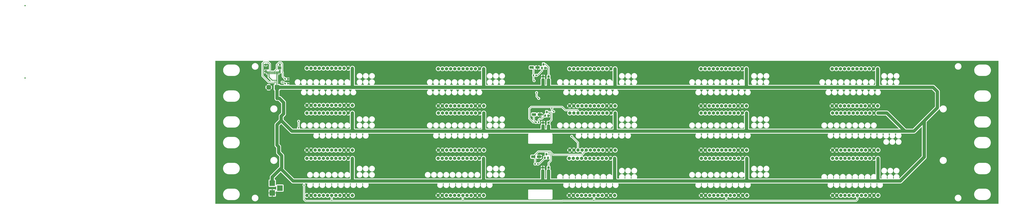
<source format=gbr>
%TF.GenerationSoftware,KiCad,Pcbnew,(6.0.11)*%
%TF.CreationDate,2023-07-11T13:36:52+02:00*%
%TF.ProjectId,T-DISPLAY-S3,542d4449-5350-44c4-9159-2d53332e6b69,1*%
%TF.SameCoordinates,Original*%
%TF.FileFunction,Copper,L1,Top*%
%TF.FilePolarity,Positive*%
%FSLAX46Y46*%
G04 Gerber Fmt 4.6, Leading zero omitted, Abs format (unit mm)*
G04 Created by KiCad (PCBNEW (6.0.11)) date 2023-07-11 13:36:52*
%MOMM*%
%LPD*%
G01*
G04 APERTURE LIST*
G04 Aperture macros list*
%AMRoundRect*
0 Rectangle with rounded corners*
0 $1 Rounding radius*
0 $2 $3 $4 $5 $6 $7 $8 $9 X,Y pos of 4 corners*
0 Add a 4 corners polygon primitive as box body*
4,1,4,$2,$3,$4,$5,$6,$7,$8,$9,$2,$3,0*
0 Add four circle primitives for the rounded corners*
1,1,$1+$1,$2,$3*
1,1,$1+$1,$4,$5*
1,1,$1+$1,$6,$7*
1,1,$1+$1,$8,$9*
0 Add four rect primitives between the rounded corners*
20,1,$1+$1,$2,$3,$4,$5,0*
20,1,$1+$1,$4,$5,$6,$7,0*
20,1,$1+$1,$6,$7,$8,$9,0*
20,1,$1+$1,$8,$9,$2,$3,0*%
G04 Aperture macros list end*
%TA.AperFunction,SMDPad,CuDef*%
%ADD10R,1.000000X1.400000*%
%TD*%
%TA.AperFunction,ComponentPad*%
%ADD11R,1.350000X1.350000*%
%TD*%
%TA.AperFunction,ComponentPad*%
%ADD12O,1.350000X1.350000*%
%TD*%
%TA.AperFunction,SMDPad,CuDef*%
%ADD13RoundRect,0.250000X-1.050000X-0.550000X1.050000X-0.550000X1.050000X0.550000X-1.050000X0.550000X0*%
%TD*%
%TA.AperFunction,ComponentPad*%
%ADD14R,3.500000X3.500000*%
%TD*%
%TA.AperFunction,SMDPad,CuDef*%
%ADD15R,0.300000X1.750000*%
%TD*%
%TA.AperFunction,ComponentPad*%
%ADD16O,0.900000X2.100000*%
%TD*%
%TA.AperFunction,ComponentPad*%
%ADD17O,1.000000X1.600000*%
%TD*%
%TA.AperFunction,ComponentPad*%
%ADD18C,2.000000*%
%TD*%
%TA.AperFunction,ComponentPad*%
%ADD19R,3.000000X3.000000*%
%TD*%
%TA.AperFunction,ComponentPad*%
%ADD20C,3.000000*%
%TD*%
%TA.AperFunction,SMDPad,CuDef*%
%ADD21RoundRect,0.200000X-0.200000X-0.275000X0.200000X-0.275000X0.200000X0.275000X-0.200000X0.275000X0*%
%TD*%
%TA.AperFunction,ViaPad*%
%ADD22C,0.800000*%
%TD*%
%TA.AperFunction,Conductor*%
%ADD23C,2.000000*%
%TD*%
%TA.AperFunction,Conductor*%
%ADD24C,0.250000*%
%TD*%
G04 APERTURE END LIST*
D10*
%TO.P,Q3,1*%
%TO.N,Net-(Q3-Pad1)*%
X273939000Y-249809000D03*
%TO.P,Q3,2*%
%TO.N,GND*%
X275839000Y-249809000D03*
%TO.P,Q3,3*%
%TO.N,FAN3GND*%
X274889000Y-247609000D03*
%TD*%
D11*
%TO.P,J4,1,Pin_1*%
%TO.N,GND*%
X272796000Y-199787000D03*
D12*
%TO.P,J4,2,Pin_2*%
%TO.N,+5V*%
X272796000Y-201787000D03*
%TD*%
D10*
%TO.P,Q2,1*%
%TO.N,Net-(Q2-Pad1)*%
X274132000Y-223815000D03*
%TO.P,Q2,2*%
%TO.N,GND*%
X276032000Y-223815000D03*
%TO.P,Q2,3*%
%TO.N,FAN2GND*%
X275082000Y-221615000D03*
%TD*%
D13*
%TO.P,C2,1*%
%TO.N,GPIOFAN2*%
X267272000Y-223139000D03*
%TO.P,C2,2*%
%TO.N,GND*%
X270872000Y-223139000D03*
%TD*%
%TO.P,C3,1*%
%TO.N,GPIOFAN3*%
X266783000Y-249174000D03*
%TO.P,C3,2*%
%TO.N,GND*%
X270383000Y-249174000D03*
%TD*%
D14*
%TO.P,J3,1*%
%TO.N,+5V*%
X106315000Y-265526000D03*
%TO.P,J3,2*%
%TO.N,GND*%
X106315000Y-271526000D03*
%TO.P,J3,3*%
%TO.N,N/C*%
X111015000Y-268526000D03*
%TD*%
D11*
%TO.P,J6,1,Pin_1*%
%TO.N,GND*%
X272796000Y-228235000D03*
D12*
%TO.P,J6,2,Pin_2*%
%TO.N,+5V*%
X272796000Y-230235000D03*
%TD*%
D15*
%TO.P,J2,A1,GND*%
%TO.N,GND*%
X110030000Y-197460000D03*
%TO.P,J2,A4,VBUS*%
%TO.N,+5V*%
X109230000Y-197460000D03*
%TO.P,J2,A5,CC1*%
%TO.N,Net-(J2-PadA5)*%
X107930000Y-197460000D03*
%TO.P,J2,A6,D+*%
%TO.N,unconnected-(J2-PadA6)*%
X106930000Y-197460000D03*
%TO.P,J2,A7,D-*%
%TO.N,unconnected-(J2-PadA7)*%
X106430000Y-197460000D03*
%TO.P,J2,A8,SBU1*%
%TO.N,unconnected-(J2-PadA8)*%
X105430000Y-197460000D03*
%TO.P,J2,A9,VBUS*%
%TO.N,+5V*%
X104130000Y-197460000D03*
%TO.P,J2,A12,GND*%
%TO.N,GND*%
X103330000Y-197460000D03*
%TO.P,J2,B1,GND*%
X103630000Y-197460000D03*
%TO.P,J2,B4,VBUS*%
%TO.N,+5V*%
X104430000Y-197460000D03*
%TO.P,J2,B5,CC2*%
%TO.N,Net-(J2-PadB5)*%
X104930000Y-197460000D03*
%TO.P,J2,B6,D+*%
%TO.N,unconnected-(J2-PadB6)*%
X105930000Y-197460000D03*
%TO.P,J2,B7,D-*%
%TO.N,unconnected-(J2-PadB7)*%
X107430000Y-197460000D03*
%TO.P,J2,B8,SBU2*%
%TO.N,unconnected-(J2-PadB8)*%
X108430000Y-197460000D03*
%TO.P,J2,B9,VBUS*%
%TO.N,+5V*%
X108930000Y-197460000D03*
%TO.P,J2,B12,GND*%
%TO.N,GND*%
X109730000Y-197460000D03*
D16*
%TO.P,J2,S1,SHIELD*%
X111000000Y-196620000D03*
X102360000Y-196620000D03*
D17*
X111000000Y-192440000D03*
X102360000Y-192440000D03*
%TD*%
D18*
%TO.P,U1,1,3v*%
%TO.N,unconnected-(U1-Pad1)*%
X127660400Y-194640201D03*
%TO.P,U1,2,1*%
%TO.N,unconnected-(U1-Pad2)*%
X130200400Y-194640201D03*
%TO.P,U1,3,2*%
%TO.N,unconnected-(U1-Pad3)*%
X132740400Y-194640201D03*
%TO.P,U1,4,3*%
%TO.N,unconnected-(U1-Pad4)*%
X135280400Y-194640201D03*
%TO.P,U1,5,10*%
%TO.N,unconnected-(U1-Pad5)*%
X137820400Y-194640201D03*
%TO.P,U1,6,11*%
%TO.N,unconnected-(U1-Pad6)*%
X140360400Y-194640201D03*
%TO.P,U1,7,12*%
%TO.N,unconnected-(U1-Pad7)*%
X142900400Y-194640201D03*
%TO.P,U1,8,13*%
%TO.N,unconnected-(U1-Pad8)*%
X145440400Y-194640201D03*
%TO.P,U1,9,NC*%
%TO.N,unconnected-(U1-Pad9)*%
X147980400Y-194640201D03*
%TO.P,U1,10,NC*%
%TO.N,unconnected-(U1-Pad10)*%
X150520400Y-194640201D03*
%TO.P,U1,11,GND*%
%TO.N,GND*%
X153060400Y-194640201D03*
%TO.P,U1,12,5V*%
%TO.N,+5V*%
X155600400Y-194640201D03*
%TO.P,U1,13,GND*%
%TO.N,GND*%
X127660400Y-217502065D03*
%TO.P,U1,14,GND*%
X130200400Y-217502065D03*
%TO.P,U1,15,43*%
%TO.N,unconnected-(U1-Pad15)*%
X132740400Y-217502065D03*
%TO.P,U1,16,44*%
%TO.N,unconnected-(U1-Pad16)*%
X135280400Y-217502065D03*
%TO.P,U1,17,18*%
%TO.N,unconnected-(U1-Pad17)*%
X137820400Y-217502065D03*
%TO.P,U1,18,17*%
%TO.N,unconnected-(U1-Pad18)*%
X140360400Y-217502065D03*
%TO.P,U1,19,21*%
%TO.N,/SDA*%
X142900400Y-217502065D03*
%TO.P,U1,20,16*%
%TO.N,/SCL*%
X145440400Y-217502065D03*
%TO.P,U1,21,NC*%
%TO.N,unconnected-(U1-Pad21)*%
X147980400Y-217502065D03*
%TO.P,U1,22,GND*%
%TO.N,GND*%
X150520400Y-217502065D03*
%TO.P,U1,23,GND*%
X153060400Y-217502065D03*
%TO.P,U1,24,3v*%
%TO.N,unconnected-(U1-Pad24)*%
X155600400Y-217502065D03*
%TD*%
%TO.P,U11,1,3v*%
%TO.N,unconnected-(U11-Pad1)*%
X127635000Y-250190000D03*
%TO.P,U11,2,1*%
%TO.N,unconnected-(U11-Pad2)*%
X130175000Y-250190000D03*
%TO.P,U11,3,2*%
%TO.N,unconnected-(U11-Pad3)*%
X132715000Y-250190000D03*
%TO.P,U11,4,3*%
%TO.N,unconnected-(U11-Pad4)*%
X135255000Y-250190000D03*
%TO.P,U11,5,10*%
%TO.N,unconnected-(U11-Pad5)*%
X137795000Y-250190000D03*
%TO.P,U11,6,11*%
%TO.N,unconnected-(U11-Pad6)*%
X140335000Y-250190000D03*
%TO.P,U11,7,12*%
%TO.N,unconnected-(U11-Pad7)*%
X142875000Y-250190000D03*
%TO.P,U11,8,13*%
%TO.N,unconnected-(U11-Pad8)*%
X145415000Y-250190000D03*
%TO.P,U11,9,NC*%
%TO.N,unconnected-(U11-Pad9)*%
X147955000Y-250190000D03*
%TO.P,U11,10,NC*%
%TO.N,unconnected-(U11-Pad10)*%
X150495000Y-250190000D03*
%TO.P,U11,11,GND*%
%TO.N,GND*%
X153035000Y-250190000D03*
%TO.P,U11,12,5V*%
%TO.N,+5V*%
X155575000Y-250190000D03*
%TO.P,U11,13,GND*%
%TO.N,GND*%
X127635000Y-273051864D03*
%TO.P,U11,14,GND*%
X130175000Y-273051864D03*
%TO.P,U11,15,43*%
%TO.N,unconnected-(U11-Pad15)*%
X132715000Y-273051864D03*
%TO.P,U11,16,44*%
%TO.N,unconnected-(U11-Pad16)*%
X135255000Y-273051864D03*
%TO.P,U11,17,18*%
%TO.N,unconnected-(U11-Pad17)*%
X137795000Y-273051864D03*
%TO.P,U11,18,17*%
%TO.N,unconnected-(U11-Pad18)*%
X140335000Y-273051864D03*
%TO.P,U11,19,21*%
%TO.N,/SDA*%
X142875000Y-273051864D03*
%TO.P,U11,20,16*%
%TO.N,/SCL*%
X145415000Y-273051864D03*
%TO.P,U11,21,NC*%
%TO.N,unconnected-(U11-Pad21)*%
X147955000Y-273051864D03*
%TO.P,U11,22,GND*%
%TO.N,GND*%
X150495000Y-273051864D03*
%TO.P,U11,23,GND*%
X153035000Y-273051864D03*
%TO.P,U11,24,3v*%
%TO.N,unconnected-(U11-Pad24)*%
X155575000Y-273051864D03*
%TD*%
%TO.P,U7,1,3v*%
%TO.N,unconnected-(U7-Pad1)*%
X208438750Y-222250000D03*
%TO.P,U7,2,1*%
%TO.N,unconnected-(U7-Pad2)*%
X210978750Y-222250000D03*
%TO.P,U7,3,2*%
%TO.N,unconnected-(U7-Pad3)*%
X213518750Y-222250000D03*
%TO.P,U7,4,3*%
%TO.N,unconnected-(U7-Pad4)*%
X216058750Y-222250000D03*
%TO.P,U7,5,10*%
%TO.N,unconnected-(U7-Pad5)*%
X218598750Y-222250000D03*
%TO.P,U7,6,11*%
%TO.N,unconnected-(U7-Pad6)*%
X221138750Y-222250000D03*
%TO.P,U7,7,12*%
%TO.N,unconnected-(U7-Pad7)*%
X223678750Y-222250000D03*
%TO.P,U7,8,13*%
%TO.N,unconnected-(U7-Pad8)*%
X226218750Y-222250000D03*
%TO.P,U7,9,NC*%
%TO.N,unconnected-(U7-Pad9)*%
X228758750Y-222250000D03*
%TO.P,U7,10,NC*%
%TO.N,unconnected-(U7-Pad10)*%
X231298750Y-222250000D03*
%TO.P,U7,11,GND*%
%TO.N,GND*%
X233838750Y-222250000D03*
%TO.P,U7,12,5V*%
%TO.N,+5V*%
X236378750Y-222250000D03*
%TO.P,U7,13,GND*%
%TO.N,GND*%
X208438750Y-245111864D03*
%TO.P,U7,14,GND*%
X210978750Y-245111864D03*
%TO.P,U7,15,43*%
%TO.N,unconnected-(U7-Pad15)*%
X213518750Y-245111864D03*
%TO.P,U7,16,44*%
%TO.N,unconnected-(U7-Pad16)*%
X216058750Y-245111864D03*
%TO.P,U7,17,18*%
%TO.N,unconnected-(U7-Pad17)*%
X218598750Y-245111864D03*
%TO.P,U7,18,17*%
%TO.N,unconnected-(U7-Pad18)*%
X221138750Y-245111864D03*
%TO.P,U7,19,21*%
%TO.N,/SDA*%
X223678750Y-245111864D03*
%TO.P,U7,20,16*%
%TO.N,/SCL*%
X226218750Y-245111864D03*
%TO.P,U7,21,NC*%
%TO.N,unconnected-(U7-Pad21)*%
X228758750Y-245111864D03*
%TO.P,U7,22,GND*%
%TO.N,GND*%
X231298750Y-245111864D03*
%TO.P,U7,23,GND*%
X233838750Y-245111864D03*
%TO.P,U7,24,3v*%
%TO.N,unconnected-(U7-Pad24)*%
X236378750Y-245111864D03*
%TD*%
%TO.P,U2,1,3v*%
%TO.N,unconnected-(U2-Pad1)*%
X208407000Y-194945000D03*
%TO.P,U2,2,1*%
%TO.N,unconnected-(U2-Pad2)*%
X210947000Y-194945000D03*
%TO.P,U2,3,2*%
%TO.N,unconnected-(U2-Pad3)*%
X213487000Y-194945000D03*
%TO.P,U2,4,3*%
%TO.N,unconnected-(U2-Pad4)*%
X216027000Y-194945000D03*
%TO.P,U2,5,10*%
%TO.N,unconnected-(U2-Pad5)*%
X218567000Y-194945000D03*
%TO.P,U2,6,11*%
%TO.N,unconnected-(U2-Pad6)*%
X221107000Y-194945000D03*
%TO.P,U2,7,12*%
%TO.N,unconnected-(U2-Pad7)*%
X223647000Y-194945000D03*
%TO.P,U2,8,13*%
%TO.N,unconnected-(U2-Pad8)*%
X226187000Y-194945000D03*
%TO.P,U2,9,NC*%
%TO.N,unconnected-(U2-Pad9)*%
X228727000Y-194945000D03*
%TO.P,U2,10,NC*%
%TO.N,unconnected-(U2-Pad10)*%
X231267000Y-194945000D03*
%TO.P,U2,11,GND*%
%TO.N,GND*%
X233807000Y-194945000D03*
%TO.P,U2,12,5V*%
%TO.N,+5V*%
X236347000Y-194945000D03*
%TO.P,U2,13,GND*%
%TO.N,GND*%
X208407000Y-217806864D03*
%TO.P,U2,14,GND*%
X210947000Y-217806864D03*
%TO.P,U2,15,43*%
%TO.N,unconnected-(U2-Pad15)*%
X213487000Y-217806864D03*
%TO.P,U2,16,44*%
%TO.N,unconnected-(U2-Pad16)*%
X216027000Y-217806864D03*
%TO.P,U2,17,18*%
%TO.N,unconnected-(U2-Pad17)*%
X218567000Y-217806864D03*
%TO.P,U2,18,17*%
%TO.N,unconnected-(U2-Pad18)*%
X221107000Y-217806864D03*
%TO.P,U2,19,21*%
%TO.N,/SDA*%
X223647000Y-217806864D03*
%TO.P,U2,20,16*%
%TO.N,/SCL*%
X226187000Y-217806864D03*
%TO.P,U2,21,NC*%
%TO.N,unconnected-(U2-Pad21)*%
X228727000Y-217806864D03*
%TO.P,U2,22,GND*%
%TO.N,GND*%
X231267000Y-217806864D03*
%TO.P,U2,23,GND*%
X233807000Y-217806864D03*
%TO.P,U2,24,3v*%
%TO.N,unconnected-(U2-Pad24)*%
X236347000Y-217806864D03*
%TD*%
%TO.P,U12,1,3v*%
%TO.N,unconnected-(U12-Pad1)*%
X208280000Y-250190000D03*
%TO.P,U12,2,1*%
%TO.N,unconnected-(U12-Pad2)*%
X210820000Y-250190000D03*
%TO.P,U12,3,2*%
%TO.N,unconnected-(U12-Pad3)*%
X213360000Y-250190000D03*
%TO.P,U12,4,3*%
%TO.N,unconnected-(U12-Pad4)*%
X215900000Y-250190000D03*
%TO.P,U12,5,10*%
%TO.N,unconnected-(U12-Pad5)*%
X218440000Y-250190000D03*
%TO.P,U12,6,11*%
%TO.N,unconnected-(U12-Pad6)*%
X220980000Y-250190000D03*
%TO.P,U12,7,12*%
%TO.N,unconnected-(U12-Pad7)*%
X223520000Y-250190000D03*
%TO.P,U12,8,13*%
%TO.N,unconnected-(U12-Pad8)*%
X226060000Y-250190000D03*
%TO.P,U12,9,NC*%
%TO.N,unconnected-(U12-Pad9)*%
X228600000Y-250190000D03*
%TO.P,U12,10,NC*%
%TO.N,unconnected-(U12-Pad10)*%
X231140000Y-250190000D03*
%TO.P,U12,11,GND*%
%TO.N,GND*%
X233680000Y-250190000D03*
%TO.P,U12,12,5V*%
%TO.N,+5V*%
X236220000Y-250190000D03*
%TO.P,U12,13,GND*%
%TO.N,GND*%
X208280000Y-273051864D03*
%TO.P,U12,14,GND*%
X210820000Y-273051864D03*
%TO.P,U12,15,43*%
%TO.N,unconnected-(U12-Pad15)*%
X213360000Y-273051864D03*
%TO.P,U12,16,44*%
%TO.N,unconnected-(U12-Pad16)*%
X215900000Y-273051864D03*
%TO.P,U12,17,18*%
%TO.N,unconnected-(U12-Pad17)*%
X218440000Y-273051864D03*
%TO.P,U12,18,17*%
%TO.N,unconnected-(U12-Pad18)*%
X220980000Y-273051864D03*
%TO.P,U12,19,21*%
%TO.N,/SDA*%
X223520000Y-273051864D03*
%TO.P,U12,20,16*%
%TO.N,/SCL*%
X226060000Y-273051864D03*
%TO.P,U12,21,NC*%
%TO.N,unconnected-(U12-Pad21)*%
X228600000Y-273051864D03*
%TO.P,U12,22,GND*%
%TO.N,GND*%
X231140000Y-273051864D03*
%TO.P,U12,23,GND*%
X233680000Y-273051864D03*
%TO.P,U12,24,3v*%
%TO.N,unconnected-(U12-Pad24)*%
X236220000Y-273051864D03*
%TD*%
%TO.P,U5,1,3v*%
%TO.N,unconnected-(U5-Pad1)*%
X450646800Y-194945000D03*
%TO.P,U5,2,1*%
%TO.N,unconnected-(U5-Pad2)*%
X453186800Y-194945000D03*
%TO.P,U5,3,2*%
%TO.N,unconnected-(U5-Pad3)*%
X455726800Y-194945000D03*
%TO.P,U5,4,3*%
%TO.N,unconnected-(U5-Pad4)*%
X458266800Y-194945000D03*
%TO.P,U5,5,10*%
%TO.N,unconnected-(U5-Pad5)*%
X460806800Y-194945000D03*
%TO.P,U5,6,11*%
%TO.N,unconnected-(U5-Pad6)*%
X463346800Y-194945000D03*
%TO.P,U5,7,12*%
%TO.N,unconnected-(U5-Pad7)*%
X465886800Y-194945000D03*
%TO.P,U5,8,13*%
%TO.N,unconnected-(U5-Pad8)*%
X468426800Y-194945000D03*
%TO.P,U5,9,NC*%
%TO.N,unconnected-(U5-Pad9)*%
X470966800Y-194945000D03*
%TO.P,U5,10,NC*%
%TO.N,unconnected-(U5-Pad10)*%
X473506800Y-194945000D03*
%TO.P,U5,11,GND*%
%TO.N,GND*%
X476046800Y-194945000D03*
%TO.P,U5,12,5V*%
%TO.N,+5V*%
X478586800Y-194945000D03*
%TO.P,U5,13,GND*%
%TO.N,GND*%
X450646800Y-217806864D03*
%TO.P,U5,14,GND*%
X453186800Y-217806864D03*
%TO.P,U5,15,43*%
%TO.N,unconnected-(U5-Pad15)*%
X455726800Y-217806864D03*
%TO.P,U5,16,44*%
%TO.N,unconnected-(U5-Pad16)*%
X458266800Y-217806864D03*
%TO.P,U5,17,18*%
%TO.N,unconnected-(U5-Pad17)*%
X460806800Y-217806864D03*
%TO.P,U5,18,17*%
%TO.N,unconnected-(U5-Pad18)*%
X463346800Y-217806864D03*
%TO.P,U5,19,21*%
%TO.N,/SDA*%
X465886800Y-217806864D03*
%TO.P,U5,20,16*%
%TO.N,/SCL*%
X468426800Y-217806864D03*
%TO.P,U5,21,NC*%
%TO.N,unconnected-(U5-Pad21)*%
X470966800Y-217806864D03*
%TO.P,U5,22,GND*%
%TO.N,GND*%
X473506800Y-217806864D03*
%TO.P,U5,23,GND*%
X476046800Y-217806864D03*
%TO.P,U5,24,3v*%
%TO.N,unconnected-(U5-Pad24)*%
X478586800Y-217806864D03*
%TD*%
%TO.P,U10,1,3v*%
%TO.N,unconnected-(U10-Pad1)*%
X450850000Y-222250000D03*
%TO.P,U10,2,1*%
%TO.N,unconnected-(U10-Pad2)*%
X453390000Y-222250000D03*
%TO.P,U10,3,2*%
%TO.N,unconnected-(U10-Pad3)*%
X455930000Y-222250000D03*
%TO.P,U10,4,3*%
%TO.N,unconnected-(U10-Pad4)*%
X458470000Y-222250000D03*
%TO.P,U10,5,10*%
%TO.N,unconnected-(U10-Pad5)*%
X461010000Y-222250000D03*
%TO.P,U10,6,11*%
%TO.N,unconnected-(U10-Pad6)*%
X463550000Y-222250000D03*
%TO.P,U10,7,12*%
%TO.N,unconnected-(U10-Pad7)*%
X466090000Y-222250000D03*
%TO.P,U10,8,13*%
%TO.N,unconnected-(U10-Pad8)*%
X468630000Y-222250000D03*
%TO.P,U10,9,NC*%
%TO.N,unconnected-(U10-Pad9)*%
X471170000Y-222250000D03*
%TO.P,U10,10,NC*%
%TO.N,unconnected-(U10-Pad10)*%
X473710000Y-222250000D03*
%TO.P,U10,11,GND*%
%TO.N,GND*%
X476250000Y-222250000D03*
%TO.P,U10,12,5V*%
%TO.N,+5V*%
X478790000Y-222250000D03*
%TO.P,U10,13,GND*%
%TO.N,GND*%
X450850000Y-245111864D03*
%TO.P,U10,14,GND*%
X453390000Y-245111864D03*
%TO.P,U10,15,43*%
%TO.N,unconnected-(U10-Pad15)*%
X455930000Y-245111864D03*
%TO.P,U10,16,44*%
%TO.N,unconnected-(U10-Pad16)*%
X458470000Y-245111864D03*
%TO.P,U10,17,18*%
%TO.N,unconnected-(U10-Pad17)*%
X461010000Y-245111864D03*
%TO.P,U10,18,17*%
%TO.N,unconnected-(U10-Pad18)*%
X463550000Y-245111864D03*
%TO.P,U10,19,21*%
%TO.N,/SDA*%
X466090000Y-245111864D03*
%TO.P,U10,20,16*%
%TO.N,/SCL*%
X468630000Y-245111864D03*
%TO.P,U10,21,NC*%
%TO.N,unconnected-(U10-Pad21)*%
X471170000Y-245111864D03*
%TO.P,U10,22,GND*%
%TO.N,GND*%
X473710000Y-245111864D03*
%TO.P,U10,23,GND*%
X476250000Y-245111864D03*
%TO.P,U10,24,3v*%
%TO.N,unconnected-(U10-Pad24)*%
X478790000Y-245111864D03*
%TD*%
D13*
%TO.P,C1,1*%
%TO.N,GPIOFAN1*%
X265833000Y-194142000D03*
%TO.P,C1,2*%
%TO.N,GND*%
X269433000Y-194142000D03*
%TD*%
D18*
%TO.P,U8,1,3v*%
%TO.N,unconnected-(U8-Pad1)*%
X289242500Y-222250000D03*
%TO.P,U8,2,1*%
%TO.N,unconnected-(U8-Pad2)*%
X291782500Y-222250000D03*
%TO.P,U8,3,2*%
%TO.N,GPIOFAN2*%
X294322500Y-222250000D03*
%TO.P,U8,4,3*%
%TO.N,unconnected-(U8-Pad4)*%
X296862500Y-222250000D03*
%TO.P,U8,5,10*%
%TO.N,unconnected-(U8-Pad5)*%
X299402500Y-222250000D03*
%TO.P,U8,6,11*%
%TO.N,unconnected-(U8-Pad6)*%
X301942500Y-222250000D03*
%TO.P,U8,7,12*%
%TO.N,unconnected-(U8-Pad7)*%
X304482500Y-222250000D03*
%TO.P,U8,8,13*%
%TO.N,unconnected-(U8-Pad8)*%
X307022500Y-222250000D03*
%TO.P,U8,9,NC*%
%TO.N,unconnected-(U8-Pad9)*%
X309562500Y-222250000D03*
%TO.P,U8,10,NC*%
%TO.N,unconnected-(U8-Pad10)*%
X312102500Y-222250000D03*
%TO.P,U8,11,GND*%
%TO.N,GND*%
X314642500Y-222250000D03*
%TO.P,U8,12,5V*%
%TO.N,+5V*%
X317182500Y-222250000D03*
%TO.P,U8,13,GND*%
%TO.N,GND*%
X289242500Y-245111864D03*
%TO.P,U8,14,GND*%
X291782500Y-245111864D03*
%TO.P,U8,15,43*%
%TO.N,GPIOFAN1*%
X294322500Y-245111864D03*
%TO.P,U8,16,44*%
%TO.N,unconnected-(U8-Pad16)*%
X296862500Y-245111864D03*
%TO.P,U8,17,18*%
%TO.N,GPIOFAN3*%
X299402500Y-245111864D03*
%TO.P,U8,18,17*%
%TO.N,unconnected-(U8-Pad18)*%
X301942500Y-245111864D03*
%TO.P,U8,19,21*%
%TO.N,/SDA*%
X304482500Y-245111864D03*
%TO.P,U8,20,16*%
%TO.N,/SCL*%
X307022500Y-245111864D03*
%TO.P,U8,21,NC*%
%TO.N,unconnected-(U8-Pad21)*%
X309562500Y-245111864D03*
%TO.P,U8,22,GND*%
%TO.N,GND*%
X312102500Y-245111864D03*
%TO.P,U8,23,GND*%
X314642500Y-245111864D03*
%TO.P,U8,24,3v*%
%TO.N,unconnected-(U8-Pad24)*%
X317182500Y-245111864D03*
%TD*%
D10*
%TO.P,Q1,1*%
%TO.N,Net-(Q1-Pad1)*%
X272166000Y-194437000D03*
%TO.P,Q1,2*%
%TO.N,GND*%
X274066000Y-194437000D03*
%TO.P,Q1,3*%
%TO.N,FAN1GND*%
X273116000Y-192237000D03*
%TD*%
D11*
%TO.P,J8,1,Pin_1*%
%TO.N,GND*%
X272669000Y-255905000D03*
D12*
%TO.P,J8,2,Pin_2*%
%TO.N,+5V*%
X272669000Y-257905000D03*
%TD*%
D18*
%TO.P,U4,1,3v*%
%TO.N,unconnected-(U4-Pad1)*%
X369900200Y-194945000D03*
%TO.P,U4,2,1*%
%TO.N,unconnected-(U4-Pad2)*%
X372440200Y-194945000D03*
%TO.P,U4,3,2*%
%TO.N,unconnected-(U4-Pad3)*%
X374980200Y-194945000D03*
%TO.P,U4,4,3*%
%TO.N,unconnected-(U4-Pad4)*%
X377520200Y-194945000D03*
%TO.P,U4,5,10*%
%TO.N,unconnected-(U4-Pad5)*%
X380060200Y-194945000D03*
%TO.P,U4,6,11*%
%TO.N,unconnected-(U4-Pad6)*%
X382600200Y-194945000D03*
%TO.P,U4,7,12*%
%TO.N,unconnected-(U4-Pad7)*%
X385140200Y-194945000D03*
%TO.P,U4,8,13*%
%TO.N,unconnected-(U4-Pad8)*%
X387680200Y-194945000D03*
%TO.P,U4,9,NC*%
%TO.N,unconnected-(U4-Pad9)*%
X390220200Y-194945000D03*
%TO.P,U4,10,NC*%
%TO.N,unconnected-(U4-Pad10)*%
X392760200Y-194945000D03*
%TO.P,U4,11,GND*%
%TO.N,GND*%
X395300200Y-194945000D03*
%TO.P,U4,12,5V*%
%TO.N,+5V*%
X397840200Y-194945000D03*
%TO.P,U4,13,GND*%
%TO.N,GND*%
X369900200Y-217806864D03*
%TO.P,U4,14,GND*%
X372440200Y-217806864D03*
%TO.P,U4,15,43*%
%TO.N,unconnected-(U4-Pad15)*%
X374980200Y-217806864D03*
%TO.P,U4,16,44*%
%TO.N,unconnected-(U4-Pad16)*%
X377520200Y-217806864D03*
%TO.P,U4,17,18*%
%TO.N,unconnected-(U4-Pad17)*%
X380060200Y-217806864D03*
%TO.P,U4,18,17*%
%TO.N,unconnected-(U4-Pad18)*%
X382600200Y-217806864D03*
%TO.P,U4,19,21*%
%TO.N,/SDA*%
X385140200Y-217806864D03*
%TO.P,U4,20,16*%
%TO.N,/SCL*%
X387680200Y-217806864D03*
%TO.P,U4,21,NC*%
%TO.N,unconnected-(U4-Pad21)*%
X390220200Y-217806864D03*
%TO.P,U4,22,GND*%
%TO.N,GND*%
X392760200Y-217806864D03*
%TO.P,U4,23,GND*%
X395300200Y-217806864D03*
%TO.P,U4,24,3v*%
%TO.N,unconnected-(U4-Pad24)*%
X397840200Y-217806864D03*
%TD*%
D19*
%TO.P,J1,1,Pin_1*%
%TO.N,+5V*%
X109220000Y-206375000D03*
D20*
%TO.P,J1,2,Pin_2*%
%TO.N,GND*%
X104140000Y-206375000D03*
%TD*%
D18*
%TO.P,U15,1,3v*%
%TO.N,unconnected-(U15-Pad1)*%
X450850000Y-250190000D03*
%TO.P,U15,2,1*%
%TO.N,unconnected-(U15-Pad2)*%
X453390000Y-250190000D03*
%TO.P,U15,3,2*%
%TO.N,unconnected-(U15-Pad3)*%
X455930000Y-250190000D03*
%TO.P,U15,4,3*%
%TO.N,unconnected-(U15-Pad4)*%
X458470000Y-250190000D03*
%TO.P,U15,5,10*%
%TO.N,unconnected-(U15-Pad5)*%
X461010000Y-250190000D03*
%TO.P,U15,6,11*%
%TO.N,unconnected-(U15-Pad6)*%
X463550000Y-250190000D03*
%TO.P,U15,7,12*%
%TO.N,unconnected-(U15-Pad7)*%
X466090000Y-250190000D03*
%TO.P,U15,8,13*%
%TO.N,unconnected-(U15-Pad8)*%
X468630000Y-250190000D03*
%TO.P,U15,9,NC*%
%TO.N,unconnected-(U15-Pad9)*%
X471170000Y-250190000D03*
%TO.P,U15,10,NC*%
%TO.N,unconnected-(U15-Pad10)*%
X473710000Y-250190000D03*
%TO.P,U15,11,GND*%
%TO.N,GND*%
X476250000Y-250190000D03*
%TO.P,U15,12,5V*%
%TO.N,+5V*%
X478790000Y-250190000D03*
%TO.P,U15,13,GND*%
%TO.N,GND*%
X450850000Y-273051864D03*
%TO.P,U15,14,GND*%
X453390000Y-273051864D03*
%TO.P,U15,15,43*%
%TO.N,unconnected-(U15-Pad15)*%
X455930000Y-273051864D03*
%TO.P,U15,16,44*%
%TO.N,unconnected-(U15-Pad16)*%
X458470000Y-273051864D03*
%TO.P,U15,17,18*%
%TO.N,unconnected-(U15-Pad17)*%
X461010000Y-273051864D03*
%TO.P,U15,18,17*%
%TO.N,unconnected-(U15-Pad18)*%
X463550000Y-273051864D03*
%TO.P,U15,19,21*%
%TO.N,/SDA*%
X466090000Y-273051864D03*
%TO.P,U15,20,16*%
%TO.N,/SCL*%
X468630000Y-273051864D03*
%TO.P,U15,21,NC*%
%TO.N,unconnected-(U15-Pad21)*%
X471170000Y-273051864D03*
%TO.P,U15,22,GND*%
%TO.N,GND*%
X473710000Y-273051864D03*
%TO.P,U15,23,GND*%
X476250000Y-273051864D03*
%TO.P,U15,24,3v*%
%TO.N,unconnected-(U15-Pad24)*%
X478790000Y-273051864D03*
%TD*%
D11*
%TO.P,J5,1,Pin_1*%
%TO.N,FAN1GND*%
X276225000Y-199787000D03*
D12*
%TO.P,J5,2,Pin_2*%
%TO.N,+5V*%
X276225000Y-201787000D03*
%TD*%
D18*
%TO.P,U14,1,3v*%
%TO.N,unconnected-(U14-Pad1)*%
X370205000Y-250190000D03*
%TO.P,U14,2,1*%
%TO.N,unconnected-(U14-Pad2)*%
X372745000Y-250190000D03*
%TO.P,U14,3,2*%
%TO.N,unconnected-(U14-Pad3)*%
X375285000Y-250190000D03*
%TO.P,U14,4,3*%
%TO.N,unconnected-(U14-Pad4)*%
X377825000Y-250190000D03*
%TO.P,U14,5,10*%
%TO.N,unconnected-(U14-Pad5)*%
X380365000Y-250190000D03*
%TO.P,U14,6,11*%
%TO.N,unconnected-(U14-Pad6)*%
X382905000Y-250190000D03*
%TO.P,U14,7,12*%
%TO.N,unconnected-(U14-Pad7)*%
X385445000Y-250190000D03*
%TO.P,U14,8,13*%
%TO.N,unconnected-(U14-Pad8)*%
X387985000Y-250190000D03*
%TO.P,U14,9,NC*%
%TO.N,unconnected-(U14-Pad9)*%
X390525000Y-250190000D03*
%TO.P,U14,10,NC*%
%TO.N,unconnected-(U14-Pad10)*%
X393065000Y-250190000D03*
%TO.P,U14,11,GND*%
%TO.N,GND*%
X395605000Y-250190000D03*
%TO.P,U14,12,5V*%
%TO.N,+5V*%
X398145000Y-250190000D03*
%TO.P,U14,13,GND*%
%TO.N,GND*%
X370205000Y-273051864D03*
%TO.P,U14,14,GND*%
X372745000Y-273051864D03*
%TO.P,U14,15,43*%
%TO.N,unconnected-(U14-Pad15)*%
X375285000Y-273051864D03*
%TO.P,U14,16,44*%
%TO.N,unconnected-(U14-Pad16)*%
X377825000Y-273051864D03*
%TO.P,U14,17,18*%
%TO.N,unconnected-(U14-Pad17)*%
X380365000Y-273051864D03*
%TO.P,U14,18,17*%
%TO.N,unconnected-(U14-Pad18)*%
X382905000Y-273051864D03*
%TO.P,U14,19,21*%
%TO.N,/SDA*%
X385445000Y-273051864D03*
%TO.P,U14,20,16*%
%TO.N,/SCL*%
X387985000Y-273051864D03*
%TO.P,U14,21,NC*%
%TO.N,unconnected-(U14-Pad21)*%
X390525000Y-273051864D03*
%TO.P,U14,22,GND*%
%TO.N,GND*%
X393065000Y-273051864D03*
%TO.P,U14,23,GND*%
X395605000Y-273051864D03*
%TO.P,U14,24,3v*%
%TO.N,unconnected-(U14-Pad24)*%
X398145000Y-273051864D03*
%TD*%
%TO.P,U3,1,3v*%
%TO.N,unconnected-(U3-Pad1)*%
X289153600Y-194945000D03*
%TO.P,U3,2,1*%
%TO.N,unconnected-(U3-Pad2)*%
X291693600Y-194945000D03*
%TO.P,U3,3,2*%
%TO.N,unconnected-(U3-Pad3)*%
X294233600Y-194945000D03*
%TO.P,U3,4,3*%
%TO.N,unconnected-(U3-Pad4)*%
X296773600Y-194945000D03*
%TO.P,U3,5,10*%
%TO.N,unconnected-(U3-Pad5)*%
X299313600Y-194945000D03*
%TO.P,U3,6,11*%
%TO.N,unconnected-(U3-Pad6)*%
X301853600Y-194945000D03*
%TO.P,U3,7,12*%
%TO.N,unconnected-(U3-Pad7)*%
X304393600Y-194945000D03*
%TO.P,U3,8,13*%
%TO.N,unconnected-(U3-Pad8)*%
X306933600Y-194945000D03*
%TO.P,U3,9,NC*%
%TO.N,unconnected-(U3-Pad9)*%
X309473600Y-194945000D03*
%TO.P,U3,10,NC*%
%TO.N,unconnected-(U3-Pad10)*%
X312013600Y-194945000D03*
%TO.P,U3,11,GND*%
%TO.N,GND*%
X314553600Y-194945000D03*
%TO.P,U3,12,5V*%
%TO.N,+5V*%
X317093600Y-194945000D03*
%TO.P,U3,13,GND*%
%TO.N,GND*%
X289153600Y-217806864D03*
%TO.P,U3,14,GND*%
X291693600Y-217806864D03*
%TO.P,U3,15,43*%
%TO.N,unconnected-(U3-Pad15)*%
X294233600Y-217806864D03*
%TO.P,U3,16,44*%
%TO.N,unconnected-(U3-Pad16)*%
X296773600Y-217806864D03*
%TO.P,U3,17,18*%
%TO.N,unconnected-(U3-Pad17)*%
X299313600Y-217806864D03*
%TO.P,U3,18,17*%
%TO.N,unconnected-(U3-Pad18)*%
X301853600Y-217806864D03*
%TO.P,U3,19,21*%
%TO.N,/SDA*%
X304393600Y-217806864D03*
%TO.P,U3,20,16*%
%TO.N,/SCL*%
X306933600Y-217806864D03*
%TO.P,U3,21,NC*%
%TO.N,unconnected-(U3-Pad21)*%
X309473600Y-217806864D03*
%TO.P,U3,22,GND*%
%TO.N,GND*%
X312013600Y-217806864D03*
%TO.P,U3,23,GND*%
X314553600Y-217806864D03*
%TO.P,U3,24,3v*%
%TO.N,unconnected-(U3-Pad24)*%
X317093600Y-217806864D03*
%TD*%
D21*
%TO.P,R2,1*%
%TO.N,GPIOFAN2*%
X268479000Y-227965000D03*
%TO.P,R2,2*%
%TO.N,Net-(Q2-Pad1)*%
X270129000Y-227965000D03*
%TD*%
%TO.P,R3,1*%
%TO.N,Net-(J2-PadA5)*%
X114275000Y-201222500D03*
%TO.P,R3,2*%
%TO.N,GND*%
X115925000Y-201222500D03*
%TD*%
%TO.P,R4,1*%
%TO.N,Net-(J2-PadB5)*%
X114275000Y-204152500D03*
%TO.P,R4,2*%
%TO.N,GND*%
X115925000Y-204152500D03*
%TD*%
%TO.P,R1,1*%
%TO.N,GPIOFAN1*%
X266955000Y-199009000D03*
%TO.P,R1,2*%
%TO.N,Net-(Q1-Pad1)*%
X268605000Y-199009000D03*
%TD*%
D18*
%TO.P,U6,1,3v*%
%TO.N,unconnected-(U6-Pad1)*%
X127635000Y-222250000D03*
%TO.P,U6,2,1*%
%TO.N,unconnected-(U6-Pad2)*%
X130175000Y-222250000D03*
%TO.P,U6,3,2*%
%TO.N,unconnected-(U6-Pad3)*%
X132715000Y-222250000D03*
%TO.P,U6,4,3*%
%TO.N,unconnected-(U6-Pad4)*%
X135255000Y-222250000D03*
%TO.P,U6,5,10*%
%TO.N,unconnected-(U6-Pad5)*%
X137795000Y-222250000D03*
%TO.P,U6,6,11*%
%TO.N,unconnected-(U6-Pad6)*%
X140335000Y-222250000D03*
%TO.P,U6,7,12*%
%TO.N,unconnected-(U6-Pad7)*%
X142875000Y-222250000D03*
%TO.P,U6,8,13*%
%TO.N,unconnected-(U6-Pad8)*%
X145415000Y-222250000D03*
%TO.P,U6,9,NC*%
%TO.N,unconnected-(U6-Pad9)*%
X147955000Y-222250000D03*
%TO.P,U6,10,NC*%
%TO.N,unconnected-(U6-Pad10)*%
X150495000Y-222250000D03*
%TO.P,U6,11,GND*%
%TO.N,GND*%
X153035000Y-222250000D03*
%TO.P,U6,12,5V*%
%TO.N,+5V*%
X155575000Y-222250000D03*
%TO.P,U6,13,GND*%
%TO.N,GND*%
X127635000Y-245111864D03*
%TO.P,U6,14,GND*%
X130175000Y-245111864D03*
%TO.P,U6,15,43*%
%TO.N,unconnected-(U6-Pad15)*%
X132715000Y-245111864D03*
%TO.P,U6,16,44*%
%TO.N,unconnected-(U6-Pad16)*%
X135255000Y-245111864D03*
%TO.P,U6,17,18*%
%TO.N,unconnected-(U6-Pad17)*%
X137795000Y-245111864D03*
%TO.P,U6,18,17*%
%TO.N,unconnected-(U6-Pad18)*%
X140335000Y-245111864D03*
%TO.P,U6,19,21*%
%TO.N,/SDA*%
X142875000Y-245111864D03*
%TO.P,U6,20,16*%
%TO.N,/SCL*%
X145415000Y-245111864D03*
%TO.P,U6,21,NC*%
%TO.N,unconnected-(U6-Pad21)*%
X147955000Y-245111864D03*
%TO.P,U6,22,GND*%
%TO.N,GND*%
X150495000Y-245111864D03*
%TO.P,U6,23,GND*%
X153035000Y-245111864D03*
%TO.P,U6,24,3v*%
%TO.N,unconnected-(U6-Pad24)*%
X155575000Y-245111864D03*
%TD*%
D11*
%TO.P,J7,1,Pin_1*%
%TO.N,FAN2GND*%
X276225000Y-228235000D03*
D12*
%TO.P,J7,2,Pin_2*%
%TO.N,+5V*%
X276225000Y-230235000D03*
%TD*%
D18*
%TO.P,U13,1,3v*%
%TO.N,unconnected-(U13-Pad1)*%
X288925000Y-250190000D03*
%TO.P,U13,2,1*%
%TO.N,unconnected-(U13-Pad2)*%
X291465000Y-250190000D03*
%TO.P,U13,3,2*%
%TO.N,unconnected-(U13-Pad3)*%
X294005000Y-250190000D03*
%TO.P,U13,4,3*%
%TO.N,unconnected-(U13-Pad4)*%
X296545000Y-250190000D03*
%TO.P,U13,5,10*%
%TO.N,unconnected-(U13-Pad5)*%
X299085000Y-250190000D03*
%TO.P,U13,6,11*%
%TO.N,unconnected-(U13-Pad6)*%
X301625000Y-250190000D03*
%TO.P,U13,7,12*%
%TO.N,unconnected-(U13-Pad7)*%
X304165000Y-250190000D03*
%TO.P,U13,8,13*%
%TO.N,unconnected-(U13-Pad8)*%
X306705000Y-250190000D03*
%TO.P,U13,9,NC*%
%TO.N,unconnected-(U13-Pad9)*%
X309245000Y-250190000D03*
%TO.P,U13,10,NC*%
%TO.N,unconnected-(U13-Pad10)*%
X311785000Y-250190000D03*
%TO.P,U13,11,GND*%
%TO.N,GND*%
X314325000Y-250190000D03*
%TO.P,U13,12,5V*%
%TO.N,+5V*%
X316865000Y-250190000D03*
%TO.P,U13,13,GND*%
%TO.N,GND*%
X288925000Y-273051864D03*
%TO.P,U13,14,GND*%
X291465000Y-273051864D03*
%TO.P,U13,15,43*%
%TO.N,unconnected-(U13-Pad15)*%
X294005000Y-273051864D03*
%TO.P,U13,16,44*%
%TO.N,unconnected-(U13-Pad16)*%
X296545000Y-273051864D03*
%TO.P,U13,17,18*%
%TO.N,unconnected-(U13-Pad17)*%
X299085000Y-273051864D03*
%TO.P,U13,18,17*%
%TO.N,unconnected-(U13-Pad18)*%
X301625000Y-273051864D03*
%TO.P,U13,19,21*%
%TO.N,/SDA*%
X304165000Y-273051864D03*
%TO.P,U13,20,16*%
%TO.N,/SCL*%
X306705000Y-273051864D03*
%TO.P,U13,21,NC*%
%TO.N,unconnected-(U13-Pad21)*%
X309245000Y-273051864D03*
%TO.P,U13,22,GND*%
%TO.N,GND*%
X311785000Y-273051864D03*
%TO.P,U13,23,GND*%
X314325000Y-273051864D03*
%TO.P,U13,24,3v*%
%TO.N,unconnected-(U13-Pad24)*%
X316865000Y-273051864D03*
%TD*%
D21*
%TO.P,R5,1*%
%TO.N,GPIOFAN3*%
X267927000Y-253619000D03*
%TO.P,R5,2*%
%TO.N,Net-(Q3-Pad1)*%
X269577000Y-253619000D03*
%TD*%
D11*
%TO.P,J9,1,Pin_1*%
%TO.N,FAN3GND*%
X276225000Y-255921000D03*
D12*
%TO.P,J9,2,Pin_2*%
%TO.N,+5V*%
X276225000Y-257921000D03*
%TD*%
D18*
%TO.P,U9,1,3v*%
%TO.N,unconnected-(U9-Pad1)*%
X370046250Y-222250000D03*
%TO.P,U9,2,1*%
%TO.N,unconnected-(U9-Pad2)*%
X372586250Y-222250000D03*
%TO.P,U9,3,2*%
%TO.N,unconnected-(U9-Pad3)*%
X375126250Y-222250000D03*
%TO.P,U9,4,3*%
%TO.N,unconnected-(U9-Pad4)*%
X377666250Y-222250000D03*
%TO.P,U9,5,10*%
%TO.N,unconnected-(U9-Pad5)*%
X380206250Y-222250000D03*
%TO.P,U9,6,11*%
%TO.N,unconnected-(U9-Pad6)*%
X382746250Y-222250000D03*
%TO.P,U9,7,12*%
%TO.N,unconnected-(U9-Pad7)*%
X385286250Y-222250000D03*
%TO.P,U9,8,13*%
%TO.N,unconnected-(U9-Pad8)*%
X387826250Y-222250000D03*
%TO.P,U9,9,NC*%
%TO.N,unconnected-(U9-Pad9)*%
X390366250Y-222250000D03*
%TO.P,U9,10,NC*%
%TO.N,unconnected-(U9-Pad10)*%
X392906250Y-222250000D03*
%TO.P,U9,11,GND*%
%TO.N,GND*%
X395446250Y-222250000D03*
%TO.P,U9,12,5V*%
%TO.N,+5V*%
X397986250Y-222250000D03*
%TO.P,U9,13,GND*%
%TO.N,GND*%
X370046250Y-245111864D03*
%TO.P,U9,14,GND*%
X372586250Y-245111864D03*
%TO.P,U9,15,43*%
%TO.N,unconnected-(U9-Pad15)*%
X375126250Y-245111864D03*
%TO.P,U9,16,44*%
%TO.N,unconnected-(U9-Pad16)*%
X377666250Y-245111864D03*
%TO.P,U9,17,18*%
%TO.N,unconnected-(U9-Pad17)*%
X380206250Y-245111864D03*
%TO.P,U9,18,17*%
%TO.N,unconnected-(U9-Pad18)*%
X382746250Y-245111864D03*
%TO.P,U9,19,21*%
%TO.N,/SDA*%
X385286250Y-245111864D03*
%TO.P,U9,20,16*%
%TO.N,/SCL*%
X387826250Y-245111864D03*
%TO.P,U9,21,NC*%
%TO.N,unconnected-(U9-Pad21)*%
X390366250Y-245111864D03*
%TO.P,U9,22,GND*%
%TO.N,GND*%
X392906250Y-245111864D03*
%TO.P,U9,23,GND*%
X395446250Y-245111864D03*
%TO.P,U9,24,3v*%
%TO.N,unconnected-(U9-Pad24)*%
X397986250Y-245111864D03*
%TD*%
D22*
%TO.N,*%
X-45720000Y-200660000D03*
X-45672451Y-156018725D03*
%TO.N,GND*%
X273050000Y-221488000D03*
X272542000Y-247269000D03*
%TO.N,Net-(J2-PadB5)*%
X108077000Y-203200000D03*
X112395000Y-203200000D03*
%TO.N,/SDA*%
X125857000Y-266700000D03*
X122555000Y-227330000D03*
X122428000Y-231394000D03*
%TO.N,GPIOFAN1*%
X278257000Y-219329000D03*
X290449000Y-236601000D03*
X270129000Y-213233000D03*
X268859000Y-209677000D03*
X267335000Y-202311000D03*
X279400000Y-221361000D03*
%TD*%
D23*
%TO.N,+5V*%
X110236000Y-243078000D02*
X109220000Y-242062000D01*
X110236000Y-246634000D02*
X110236000Y-243078000D01*
X109220000Y-229489000D02*
X109220000Y-242062000D01*
X110236000Y-246634000D02*
X112141000Y-248539000D01*
X112141000Y-248539000D02*
X112141000Y-255905000D01*
X112141000Y-255905000D02*
X111506000Y-256540000D01*
X111823500Y-226885500D02*
X109220000Y-229489000D01*
X111823500Y-224218500D02*
X111823500Y-226885500D01*
X113284000Y-215773000D02*
X113284000Y-222758000D01*
X110744000Y-213233000D02*
X113284000Y-215773000D01*
X109220000Y-213233000D02*
X110744000Y-213233000D01*
X111823500Y-226885500D02*
X118364000Y-233426000D01*
X109220000Y-206375000D02*
X109220000Y-213233000D01*
X113284000Y-222758000D02*
X111823500Y-224218500D01*
X106315000Y-261731000D02*
X106315000Y-265526000D01*
X111506000Y-256540000D02*
X106315000Y-261731000D01*
D24*
%TO.N,Net-(J2-PadA5)*%
X107930000Y-196285000D02*
X107930000Y-197460000D01*
X109093000Y-195122000D02*
X107930000Y-196285000D01*
X111633000Y-191008000D02*
X110617000Y-191008000D01*
X112395000Y-191770000D02*
X111633000Y-191008000D01*
X109093000Y-192532000D02*
X109093000Y-195122000D01*
X110617000Y-191008000D02*
X109093000Y-192532000D01*
X112395000Y-196850000D02*
X112395000Y-191770000D01*
X112776000Y-197231000D02*
X112395000Y-196850000D01*
X112776000Y-199723500D02*
X112776000Y-197231000D01*
X114275000Y-201222500D02*
X112776000Y-199723500D01*
%TO.N,GND*%
X103200000Y-197460000D02*
X102360000Y-196620000D01*
X111000000Y-196620000D02*
X111000000Y-192440000D01*
X102360000Y-192440000D02*
X102360000Y-196620000D01*
X103630000Y-197460000D02*
X103200000Y-197460000D01*
X109730000Y-197460000D02*
X110160000Y-197460000D01*
X110160000Y-197460000D02*
X111000000Y-196620000D01*
D23*
%TO.N,+5V*%
X276606000Y-233426000D02*
X276225000Y-233045000D01*
X236474000Y-206375000D02*
X155702000Y-206375000D01*
X515350000Y-218964000D02*
X515350000Y-209026000D01*
X118364000Y-233426000D02*
X156591000Y-233426000D01*
X317182500Y-222250000D02*
X317182500Y-233235500D01*
X478790000Y-222250000D02*
X484251000Y-222250000D01*
X317093600Y-205968600D02*
X317500000Y-206375000D01*
D24*
X104430000Y-199934000D02*
X106426000Y-201930000D01*
D23*
X276225000Y-206375000D02*
X273177000Y-206375000D01*
X507238000Y-227076000D02*
X515350000Y-218964000D01*
D24*
X108930000Y-201839000D02*
X108930000Y-206085000D01*
D23*
X512699000Y-206375000D02*
X477647000Y-206375000D01*
X155575000Y-222250000D02*
X155575000Y-232410000D01*
X492506000Y-264160000D02*
X503491500Y-253174500D01*
D24*
X108930000Y-197460000D02*
X108930000Y-201839000D01*
D23*
X276352000Y-264160000D02*
X276225000Y-264033000D01*
X155575000Y-250190000D02*
X155575000Y-263652000D01*
X155600400Y-206273400D02*
X155702000Y-206375000D01*
X276225000Y-264033000D02*
X276225000Y-257921000D01*
X276225000Y-206375000D02*
X276225000Y-201787000D01*
X478586800Y-205435200D02*
X477647000Y-206375000D01*
X155600400Y-194640201D02*
X155600400Y-206273400D01*
X484251000Y-222250000D02*
X495427000Y-233426000D01*
X272669000Y-263906000D02*
X272669000Y-257905000D01*
X397764000Y-264160000D02*
X478282000Y-264160000D01*
X236220000Y-250190000D02*
X236220000Y-263271000D01*
D24*
X109230000Y-206365000D02*
X109220000Y-206375000D01*
D23*
X272796000Y-233426000D02*
X276606000Y-233426000D01*
X316865000Y-250190000D02*
X316865000Y-263144000D01*
X272796000Y-233426000D02*
X272796000Y-230235000D01*
X156591000Y-233426000D02*
X236982000Y-233426000D01*
X276352000Y-264160000D02*
X317881000Y-264160000D01*
X236347000Y-194945000D02*
X236347000Y-206248000D01*
X155702000Y-206375000D02*
X109220000Y-206375000D01*
X317182500Y-233235500D02*
X316992000Y-233426000D01*
X398145000Y-250190000D02*
X398145000Y-263779000D01*
X397840200Y-194945000D02*
X397840200Y-206324200D01*
X317500000Y-206375000D02*
X276225000Y-206375000D01*
D24*
X104130000Y-197460000D02*
X104130000Y-200142000D01*
D23*
X397986250Y-232949750D02*
X397510000Y-233426000D01*
X477647000Y-206375000D02*
X397891000Y-206375000D01*
X119126000Y-264160000D02*
X156083000Y-264160000D01*
D24*
X106426000Y-201930000D02*
X108839000Y-201930000D01*
D23*
X500888000Y-233426000D02*
X507238000Y-227076000D01*
X478790000Y-263652000D02*
X478282000Y-264160000D01*
X397891000Y-206375000D02*
X317500000Y-206375000D01*
X316992000Y-233426000D02*
X397510000Y-233426000D01*
X316865000Y-263144000D02*
X317881000Y-264160000D01*
X273177000Y-206375000D02*
X236474000Y-206375000D01*
D24*
X104430000Y-199934000D02*
X106182000Y-201686000D01*
D23*
X237109000Y-264160000D02*
X272923000Y-264160000D01*
X236347000Y-206248000D02*
X236474000Y-206375000D01*
X478790000Y-250190000D02*
X478790000Y-263652000D01*
D24*
X109230000Y-201686000D02*
X109230000Y-202194000D01*
D23*
X478586800Y-194945000D02*
X478586800Y-205435200D01*
X397510000Y-233426000D02*
X495427000Y-233426000D01*
X317881000Y-264160000D02*
X397764000Y-264160000D01*
X507238000Y-249428000D02*
X507238000Y-227076000D01*
X272923000Y-264160000D02*
X276352000Y-264160000D01*
D24*
X109230000Y-202194000D02*
X109230000Y-206365000D01*
D23*
X273177000Y-206375000D02*
X272796000Y-205994000D01*
X236220000Y-263271000D02*
X237109000Y-264160000D01*
D24*
X104130000Y-200142000D02*
X106182000Y-202194000D01*
X108930000Y-206085000D02*
X109220000Y-206375000D01*
X106182000Y-202194000D02*
X109230000Y-202194000D01*
D23*
X236378750Y-232822750D02*
X236982000Y-233426000D01*
D24*
X108839000Y-201930000D02*
X108930000Y-201839000D01*
X104430000Y-197460000D02*
X104430000Y-199934000D01*
D23*
X236378750Y-222250000D02*
X236378750Y-232822750D01*
X156083000Y-264160000D02*
X237109000Y-264160000D01*
X155575000Y-232410000D02*
X156591000Y-233426000D01*
X155575000Y-263652000D02*
X156083000Y-264160000D01*
X276606000Y-233426000D02*
X316992000Y-233426000D01*
X276225000Y-233045000D02*
X276225000Y-230235000D01*
X495427000Y-233426000D02*
X500888000Y-233426000D01*
X111506000Y-256540000D02*
X119126000Y-264160000D01*
X503491500Y-253174500D02*
X507238000Y-249428000D01*
X478282000Y-264160000D02*
X492506000Y-264160000D01*
X515350000Y-209026000D02*
X512699000Y-206375000D01*
D24*
X109230000Y-197460000D02*
X109230000Y-201686000D01*
D23*
X397840200Y-206324200D02*
X397891000Y-206375000D01*
X272796000Y-205994000D02*
X272796000Y-201787000D01*
X397986250Y-222250000D02*
X397986250Y-232949750D01*
X398145000Y-263779000D02*
X397764000Y-264160000D01*
X272923000Y-264160000D02*
X272669000Y-263906000D01*
X317093600Y-194945000D02*
X317093600Y-205968600D01*
X236982000Y-233426000D02*
X272796000Y-233426000D01*
D24*
%TO.N,Net-(J2-PadB5)*%
X103632000Y-190754000D02*
X101219000Y-190754000D01*
X104930000Y-192052000D02*
X103632000Y-190754000D01*
X100330000Y-191643000D02*
X100330000Y-198374000D01*
X101219000Y-190754000D02*
X100838000Y-191135000D01*
X113322500Y-203200000D02*
X114275000Y-204152500D01*
X104140000Y-203200000D02*
X108077000Y-203200000D01*
X100330000Y-198374000D02*
X100330000Y-199390000D01*
X112395000Y-203200000D02*
X113322500Y-203200000D01*
X104013000Y-203073000D02*
X104140000Y-203200000D01*
X100838000Y-191135000D02*
X100330000Y-191643000D01*
X100330000Y-199390000D02*
X104013000Y-203073000D01*
X104930000Y-197460000D02*
X104930000Y-192052000D01*
%TO.N,/SDA*%
X385826000Y-276352000D02*
X465328000Y-276352000D01*
X284848697Y-276352000D02*
X303657000Y-276352000D01*
X466090000Y-275590000D02*
X465328000Y-276352000D01*
X223647000Y-276479000D02*
X223520000Y-276352000D01*
X303657000Y-276352000D02*
X304165000Y-275844000D01*
X466090000Y-275590000D02*
X466090000Y-273051864D01*
X125857000Y-266700000D02*
X125857000Y-275463000D01*
X143002000Y-276479000D02*
X223647000Y-276479000D01*
X143002000Y-276479000D02*
X142875000Y-276352000D01*
X385826000Y-276352000D02*
X385445000Y-275971000D01*
X303657000Y-276352000D02*
X385826000Y-276352000D01*
X223647000Y-276479000D02*
X284721697Y-276479000D01*
X122555000Y-231267000D02*
X122428000Y-231394000D01*
X126873000Y-276479000D02*
X143002000Y-276479000D01*
X122555000Y-227330000D02*
X122555000Y-231267000D01*
X125857000Y-275463000D02*
X126873000Y-276479000D01*
X304165000Y-275844000D02*
X304165000Y-273051864D01*
X223520000Y-276352000D02*
X223520000Y-273051864D01*
X142875000Y-276352000D02*
X142875000Y-273051864D01*
X284721697Y-276479000D02*
X284848697Y-276352000D01*
X385445000Y-275971000D02*
X385445000Y-273051864D01*
%TO.N,GPIOFAN1*%
X279400000Y-221361000D02*
X278257000Y-220218000D01*
X294322500Y-245111864D02*
X294322500Y-240474500D01*
X266955000Y-201931000D02*
X266955000Y-199009000D01*
X278257000Y-220218000D02*
X278257000Y-219329000D01*
X267335000Y-202311000D02*
X266955000Y-201931000D01*
X294322500Y-240474500D02*
X290449000Y-236601000D01*
X266955000Y-199009000D02*
X266955000Y-195264000D01*
X270129000Y-213233000D02*
X268859000Y-211963000D01*
X266955000Y-195264000D02*
X265833000Y-194142000D01*
X268859000Y-211963000D02*
X268859000Y-209677000D01*
%TO.N,GPIOFAN2*%
X268479000Y-227965000D02*
X267208000Y-226694000D01*
X265557000Y-218440000D02*
X284480000Y-218440000D01*
X266700000Y-227965000D02*
X264414000Y-225679000D01*
X267208000Y-226694000D02*
X267208000Y-223203000D01*
X286512000Y-220472000D02*
X293878000Y-220472000D01*
X294322500Y-220916500D02*
X294322500Y-222250000D01*
X264414000Y-219583000D02*
X265557000Y-218440000D01*
X284480000Y-218440000D02*
X286512000Y-220472000D01*
X293878000Y-220472000D02*
X294322500Y-220916500D01*
X268479000Y-227965000D02*
X266700000Y-227965000D01*
X267208000Y-223203000D02*
X267272000Y-223139000D01*
X264414000Y-225679000D02*
X264414000Y-219583000D01*
%TO.N,GPIOFAN3*%
X277114000Y-245999000D02*
X269875000Y-245999000D01*
X267927000Y-250318000D02*
X266783000Y-249174000D01*
X269875000Y-245999000D02*
X266783000Y-249091000D01*
X267927000Y-253619000D02*
X267927000Y-250318000D01*
X279146000Y-248031000D02*
X277114000Y-245999000D01*
X266783000Y-249091000D02*
X266783000Y-249174000D01*
X297434000Y-247396000D02*
X296799000Y-248031000D01*
X296799000Y-248031000D02*
X279146000Y-248031000D01*
X299402500Y-245111864D02*
X297434000Y-247080364D01*
X297434000Y-247080364D02*
X297434000Y-247396000D01*
%TO.N,FAN1GND*%
X276225000Y-194056000D02*
X274406000Y-192237000D01*
X276225000Y-199787000D02*
X276225000Y-194056000D01*
X274406000Y-192237000D02*
X273116000Y-192237000D01*
%TO.N,FAN2GND*%
X277622000Y-221615000D02*
X278003000Y-221996000D01*
X275082000Y-221615000D02*
X277622000Y-221615000D01*
X278003000Y-226457000D02*
X276225000Y-228235000D01*
X278003000Y-221996000D02*
X278003000Y-226457000D01*
%TO.N,FAN3GND*%
X277622000Y-248666000D02*
X276565000Y-247609000D01*
X276565000Y-247609000D02*
X274889000Y-247609000D01*
X276225000Y-252984000D02*
X277622000Y-251587000D01*
X277622000Y-251587000D02*
X277622000Y-248666000D01*
X276225000Y-255921000D02*
X276225000Y-252984000D01*
%TO.N,Net-(Q1-Pad1)*%
X272166000Y-194437000D02*
X272166000Y-196210000D01*
X269367000Y-199009000D02*
X268605000Y-199009000D01*
X272166000Y-196210000D02*
X269367000Y-199009000D01*
%TO.N,Net-(Q2-Pad1)*%
X270764000Y-225806000D02*
X270129000Y-226441000D01*
X274132000Y-223815000D02*
X273898000Y-223815000D01*
X273898000Y-223815000D02*
X271907000Y-225806000D01*
X271907000Y-225806000D02*
X270764000Y-225806000D01*
X270129000Y-226441000D02*
X270129000Y-227965000D01*
%TO.N,Net-(Q3-Pad1)*%
X269577000Y-253619000D02*
X270383000Y-253619000D01*
X273939000Y-250063000D02*
X273939000Y-249809000D01*
X270383000Y-253619000D02*
X273939000Y-250063000D01*
%TD*%
%TA.AperFunction,Conductor*%
%TO.N,GND*%
G36*
X100794526Y-190066502D02*
G01*
X100841019Y-190120158D01*
X100851123Y-190190432D01*
X100821629Y-190255012D01*
X100815500Y-190261595D01*
X100813313Y-190263782D01*
X100798281Y-190276621D01*
X100781893Y-190288528D01*
X100753712Y-190322593D01*
X100745722Y-190331373D01*
X99937747Y-191139348D01*
X99929461Y-191146888D01*
X99922982Y-191151000D01*
X99917557Y-191156777D01*
X99876357Y-191200651D01*
X99873602Y-191203493D01*
X99853865Y-191223230D01*
X99851385Y-191226427D01*
X99843682Y-191235447D01*
X99813414Y-191267679D01*
X99809595Y-191274625D01*
X99809593Y-191274628D01*
X99803652Y-191285434D01*
X99792801Y-191301953D01*
X99780386Y-191317959D01*
X99777241Y-191325228D01*
X99777238Y-191325232D01*
X99762826Y-191358537D01*
X99757609Y-191369187D01*
X99736305Y-191407940D01*
X99734334Y-191415615D01*
X99734334Y-191415616D01*
X99733392Y-191419285D01*
X99732078Y-191424405D01*
X99731267Y-191427562D01*
X99724863Y-191446266D01*
X99720666Y-191455966D01*
X99716819Y-191464855D01*
X99715580Y-191472678D01*
X99715577Y-191472688D01*
X99709901Y-191508524D01*
X99707495Y-191520144D01*
X99698656Y-191554572D01*
X99696500Y-191562970D01*
X99696500Y-191583224D01*
X99694949Y-191602934D01*
X99691780Y-191622943D01*
X99692526Y-191630835D01*
X99695941Y-191666961D01*
X99696500Y-191678819D01*
X99696500Y-199311233D01*
X99695973Y-199322416D01*
X99694298Y-199329909D01*
X99694547Y-199337835D01*
X99694547Y-199337836D01*
X99696438Y-199397986D01*
X99696500Y-199401945D01*
X99696500Y-199429856D01*
X99696997Y-199433790D01*
X99696997Y-199433791D01*
X99697005Y-199433856D01*
X99697938Y-199445693D01*
X99699327Y-199489889D01*
X99704569Y-199507931D01*
X99704978Y-199509339D01*
X99708987Y-199528700D01*
X99710298Y-199539073D01*
X99711526Y-199548797D01*
X99714445Y-199556168D01*
X99714445Y-199556170D01*
X99727804Y-199589912D01*
X99731649Y-199601142D01*
X99743982Y-199643593D01*
X99748015Y-199650412D01*
X99748017Y-199650417D01*
X99754293Y-199661028D01*
X99762988Y-199678776D01*
X99770448Y-199697617D01*
X99775110Y-199704033D01*
X99775110Y-199704034D01*
X99796436Y-199733387D01*
X99802952Y-199743307D01*
X99817175Y-199767356D01*
X99825458Y-199781362D01*
X99839779Y-199795683D01*
X99852619Y-199810716D01*
X99864528Y-199827107D01*
X99870634Y-199832158D01*
X99898605Y-199855298D01*
X99907384Y-199863288D01*
X103636347Y-203592251D01*
X103643887Y-203600537D01*
X103648000Y-203607018D01*
X103653779Y-203612445D01*
X103653780Y-203612446D01*
X103697652Y-203653644D01*
X103700494Y-203656399D01*
X103720230Y-203676135D01*
X103723427Y-203678615D01*
X103732447Y-203686318D01*
X103764679Y-203716586D01*
X103771625Y-203720405D01*
X103771628Y-203720407D01*
X103782434Y-203726348D01*
X103798953Y-203737199D01*
X103814959Y-203749614D01*
X103822228Y-203752759D01*
X103822232Y-203752762D01*
X103855537Y-203767174D01*
X103866187Y-203772391D01*
X103904940Y-203793695D01*
X103912615Y-203795666D01*
X103912616Y-203795666D01*
X103924562Y-203798733D01*
X103943267Y-203805137D01*
X103961855Y-203813181D01*
X103969678Y-203814420D01*
X103969688Y-203814423D01*
X104005524Y-203820099D01*
X104017144Y-203822505D01*
X104052289Y-203831528D01*
X104059970Y-203833500D01*
X104080224Y-203833500D01*
X104099934Y-203835051D01*
X104119943Y-203838220D01*
X104127835Y-203837474D01*
X104163961Y-203834059D01*
X104175819Y-203833500D01*
X107368800Y-203833500D01*
X107436921Y-203853502D01*
X107456147Y-203869843D01*
X107456420Y-203869540D01*
X107461332Y-203873963D01*
X107465747Y-203878866D01*
X107474124Y-203884952D01*
X107579253Y-203961333D01*
X107620248Y-203991118D01*
X107626276Y-203993802D01*
X107626278Y-203993803D01*
X107754759Y-204051006D01*
X107794712Y-204068794D01*
X107857500Y-204082140D01*
X107975056Y-204107128D01*
X107975061Y-204107128D01*
X107981513Y-204108500D01*
X108170500Y-204108500D01*
X108238621Y-204128502D01*
X108285114Y-204182158D01*
X108296500Y-204234500D01*
X108296500Y-204240500D01*
X108276498Y-204308621D01*
X108222842Y-204355114D01*
X108170500Y-204366500D01*
X107671866Y-204366500D01*
X107609684Y-204373255D01*
X107473295Y-204424385D01*
X107356739Y-204511739D01*
X107269385Y-204628295D01*
X107218255Y-204764684D01*
X107211500Y-204826866D01*
X107211500Y-207923134D01*
X107218255Y-207985316D01*
X107269385Y-208121705D01*
X107356739Y-208238261D01*
X107473295Y-208325615D01*
X107481703Y-208328767D01*
X107602286Y-208373972D01*
X107602289Y-208373973D01*
X107609684Y-208376745D01*
X107615453Y-208377372D01*
X107676291Y-208412126D01*
X107709113Y-208475081D01*
X107711500Y-208499493D01*
X107711500Y-213195188D01*
X107711370Y-213200903D01*
X107707514Y-213285817D01*
X107708095Y-213290837D01*
X107708095Y-213290841D01*
X107718185Y-213378043D01*
X107718613Y-213382407D01*
X107726060Y-213474965D01*
X107727267Y-213479879D01*
X107730482Y-213492969D01*
X107733282Y-213508533D01*
X107734833Y-213521929D01*
X107735415Y-213526956D01*
X107736791Y-213531818D01*
X107736791Y-213531819D01*
X107760693Y-213616290D01*
X107761816Y-213620540D01*
X107783963Y-213710706D01*
X107785938Y-213715359D01*
X107785939Y-213715362D01*
X107791208Y-213727774D01*
X107796461Y-213742689D01*
X107801510Y-213760532D01*
X107803644Y-213765107D01*
X107803646Y-213765114D01*
X107840744Y-213844669D01*
X107842527Y-213848673D01*
X107878812Y-213934156D01*
X107881502Y-213938428D01*
X107881507Y-213938437D01*
X107888692Y-213949846D01*
X107896267Y-213963740D01*
X107904099Y-213980536D01*
X107906944Y-213984723D01*
X107906945Y-213984724D01*
X107956281Y-214057320D01*
X107958689Y-214060999D01*
X107985244Y-214103166D01*
X108008167Y-214139567D01*
X108011503Y-214143351D01*
X108011506Y-214143355D01*
X108020432Y-214153479D01*
X108030125Y-214165976D01*
X108040544Y-214181307D01*
X108044021Y-214184984D01*
X108044026Y-214184990D01*
X108104308Y-214248735D01*
X108107275Y-214251984D01*
X108165354Y-214317863D01*
X108165360Y-214317869D01*
X108168698Y-214321655D01*
X108172601Y-214324861D01*
X108172603Y-214324863D01*
X108183028Y-214333426D01*
X108194594Y-214344211D01*
X108207332Y-214357681D01*
X108261155Y-214398832D01*
X108281066Y-214414055D01*
X108284513Y-214416786D01*
X108303913Y-214432721D01*
X108356278Y-214475734D01*
X108372306Y-214485062D01*
X108385439Y-214493854D01*
X108400174Y-214505120D01*
X108404632Y-214507510D01*
X108404633Y-214507511D01*
X108481990Y-214548989D01*
X108485830Y-214551135D01*
X108561696Y-214595291D01*
X108561700Y-214595293D01*
X108566078Y-214597841D01*
X108570803Y-214599655D01*
X108570816Y-214599661D01*
X108583382Y-214604484D01*
X108597771Y-214611071D01*
X108609651Y-214617441D01*
X108609654Y-214617442D01*
X108614109Y-214619831D01*
X108618887Y-214621476D01*
X108618898Y-214621481D01*
X108701910Y-214650064D01*
X108706043Y-214651568D01*
X108787972Y-214683018D01*
X108787980Y-214683020D01*
X108792702Y-214684833D01*
X108810841Y-214688623D01*
X108826093Y-214692823D01*
X108843631Y-214698862D01*
X108935187Y-214714676D01*
X108939428Y-214715486D01*
X108972028Y-214722296D01*
X109025368Y-214733440D01*
X109025374Y-214733441D01*
X109030320Y-214734474D01*
X109035367Y-214734703D01*
X109035373Y-214734704D01*
X109045315Y-214735155D01*
X109048839Y-214735315D01*
X109064561Y-214737023D01*
X109082836Y-214740179D01*
X109089644Y-214740488D01*
X109110506Y-214741436D01*
X109110525Y-214741436D01*
X109111925Y-214741500D01*
X109182188Y-214741500D01*
X109187903Y-214741630D01*
X109272817Y-214745486D01*
X109277837Y-214744905D01*
X109277841Y-214744905D01*
X109300050Y-214742335D01*
X109314532Y-214741500D01*
X110066969Y-214741500D01*
X110135090Y-214761502D01*
X110156064Y-214778405D01*
X111738595Y-216360936D01*
X111772621Y-216423248D01*
X111775500Y-216450031D01*
X111775500Y-222080969D01*
X111755498Y-222149090D01*
X111738595Y-222170064D01*
X110773834Y-223134825D01*
X110771312Y-223137279D01*
X110727680Y-223178540D01*
X110698819Y-223205832D01*
X110659780Y-223256893D01*
X110651092Y-223268257D01*
X110646948Y-223273392D01*
X110607308Y-223319969D01*
X110596030Y-223333220D01*
X110593411Y-223337545D01*
X110593407Y-223337550D01*
X110579009Y-223361324D01*
X110571337Y-223372571D01*
X110551380Y-223398674D01*
X110548990Y-223403132D01*
X110548989Y-223403133D01*
X110514261Y-223467901D01*
X110510996Y-223473626D01*
X110470279Y-223540858D01*
X110457973Y-223571317D01*
X110452193Y-223583658D01*
X110436669Y-223612609D01*
X110435023Y-223617390D01*
X110435021Y-223617394D01*
X110411088Y-223686901D01*
X110408778Y-223693079D01*
X110402133Y-223709526D01*
X110379345Y-223765929D01*
X110378223Y-223770868D01*
X110372068Y-223797960D01*
X110368337Y-223811059D01*
X110357638Y-223842131D01*
X110344257Y-223919600D01*
X110342977Y-223926004D01*
X110325565Y-224002644D01*
X110323501Y-224035453D01*
X110321915Y-224048953D01*
X110316321Y-224081336D01*
X110316141Y-224085293D01*
X110316141Y-224085296D01*
X110315875Y-224091166D01*
X110315000Y-224110425D01*
X110315000Y-224166608D01*
X110314751Y-224174519D01*
X110310322Y-224244913D01*
X110313747Y-224279840D01*
X110314399Y-224286492D01*
X110315000Y-224298788D01*
X110315000Y-226208469D01*
X110294998Y-226276590D01*
X110278095Y-226297564D01*
X108170334Y-228405325D01*
X108167812Y-228407779D01*
X108120522Y-228452499D01*
X108095319Y-228476332D01*
X108051459Y-228533699D01*
X108047592Y-228538757D01*
X108043448Y-228543892D01*
X107996973Y-228598500D01*
X107992530Y-228603720D01*
X107989911Y-228608045D01*
X107989907Y-228608050D01*
X107975509Y-228631824D01*
X107967837Y-228643071D01*
X107947880Y-228669174D01*
X107945490Y-228673632D01*
X107945489Y-228673633D01*
X107910761Y-228738401D01*
X107907496Y-228744126D01*
X107866779Y-228811358D01*
X107860978Y-228825717D01*
X107854473Y-228841817D01*
X107848693Y-228854158D01*
X107833169Y-228883109D01*
X107831523Y-228887890D01*
X107831521Y-228887894D01*
X107807588Y-228957401D01*
X107805278Y-228963579D01*
X107775845Y-229036429D01*
X107774723Y-229041368D01*
X107768568Y-229068460D01*
X107764837Y-229081559D01*
X107754138Y-229112631D01*
X107740757Y-229190100D01*
X107739477Y-229196504D01*
X107722065Y-229273144D01*
X107720001Y-229305953D01*
X107718415Y-229319453D01*
X107712821Y-229351836D01*
X107711500Y-229380925D01*
X107711500Y-229437108D01*
X107711251Y-229445019D01*
X107706822Y-229515413D01*
X107708186Y-229529323D01*
X107710899Y-229556992D01*
X107711500Y-229569288D01*
X107711500Y-242037984D01*
X107711451Y-242041502D01*
X107709559Y-242109253D01*
X107708666Y-242141205D01*
X107709335Y-242146219D01*
X107719058Y-242219086D01*
X107719759Y-242225647D01*
X107723398Y-242270874D01*
X107726060Y-242303965D01*
X107728073Y-242312159D01*
X107733897Y-242335870D01*
X107736426Y-242349258D01*
X107740771Y-242381820D01*
X107742232Y-242386661D01*
X107742233Y-242386663D01*
X107763478Y-242457029D01*
X107765219Y-242463390D01*
X107783963Y-242539706D01*
X107794177Y-242563768D01*
X107796801Y-242569951D01*
X107801438Y-242582761D01*
X107810933Y-242614208D01*
X107813151Y-242618756D01*
X107813154Y-242618763D01*
X107845371Y-242684818D01*
X107848107Y-242690820D01*
X107878812Y-242763156D01*
X107881504Y-242767430D01*
X107896319Y-242790956D01*
X107902945Y-242802860D01*
X107917346Y-242832388D01*
X107920265Y-242836525D01*
X107920265Y-242836526D01*
X107962641Y-242896597D01*
X107966301Y-242902086D01*
X107974026Y-242914353D01*
X108008167Y-242968567D01*
X108011508Y-242972356D01*
X108011512Y-242972362D01*
X108029898Y-242993217D01*
X108038344Y-243003912D01*
X108057274Y-243030747D01*
X108076909Y-243052250D01*
X108116625Y-243091966D01*
X108122044Y-243097736D01*
X108165350Y-243146858D01*
X108165353Y-243146861D01*
X108168698Y-243150655D01*
X108172606Y-243153865D01*
X108172607Y-243153866D01*
X108200989Y-243177179D01*
X108210108Y-243185449D01*
X108690595Y-243665936D01*
X108724621Y-243728248D01*
X108727500Y-243755031D01*
X108727500Y-246609984D01*
X108727451Y-246613502D01*
X108726136Y-246660594D01*
X108724666Y-246713205D01*
X108733103Y-246776432D01*
X108735058Y-246791086D01*
X108735758Y-246797639D01*
X108736476Y-246806562D01*
X108740211Y-246852980D01*
X108742060Y-246875965D01*
X108743943Y-246883630D01*
X108749897Y-246907870D01*
X108752426Y-246921258D01*
X108756771Y-246953820D01*
X108758232Y-246958661D01*
X108758233Y-246958663D01*
X108779478Y-247029029D01*
X108781219Y-247035390D01*
X108799963Y-247111706D01*
X108801941Y-247116366D01*
X108812801Y-247141951D01*
X108817438Y-247154761D01*
X108826933Y-247186208D01*
X108829151Y-247190756D01*
X108829154Y-247190763D01*
X108861371Y-247256818D01*
X108864107Y-247262820D01*
X108894812Y-247335156D01*
X108897504Y-247339430D01*
X108912319Y-247362956D01*
X108918945Y-247374860D01*
X108933346Y-247404388D01*
X108936265Y-247408525D01*
X108936265Y-247408526D01*
X108978641Y-247468597D01*
X108982301Y-247474086D01*
X109010495Y-247518856D01*
X109024167Y-247540567D01*
X109027508Y-247544356D01*
X109027512Y-247544362D01*
X109045898Y-247565217D01*
X109054344Y-247575912D01*
X109073274Y-247602747D01*
X109075944Y-247605671D01*
X109077873Y-247607783D01*
X109092909Y-247624250D01*
X109132625Y-247663966D01*
X109138044Y-247669736D01*
X109181350Y-247718858D01*
X109181353Y-247718861D01*
X109184698Y-247722655D01*
X109188606Y-247725865D01*
X109188607Y-247725866D01*
X109216989Y-247749179D01*
X109226108Y-247757449D01*
X110595595Y-249126936D01*
X110629621Y-249189248D01*
X110632500Y-249216031D01*
X110632500Y-255227969D01*
X110612498Y-255296090D01*
X110595595Y-255317064D01*
X110466084Y-255446575D01*
X110461951Y-255450526D01*
X110399164Y-255507858D01*
X110396023Y-255511821D01*
X110396022Y-255511822D01*
X110382132Y-255529347D01*
X110372482Y-255540177D01*
X105265334Y-260647325D01*
X105262812Y-260649779D01*
X105208712Y-260700939D01*
X105190319Y-260718332D01*
X105187252Y-260722344D01*
X105142592Y-260780757D01*
X105138448Y-260785892D01*
X105087530Y-260845720D01*
X105084911Y-260850045D01*
X105084907Y-260850050D01*
X105070509Y-260873824D01*
X105062837Y-260885071D01*
X105042880Y-260911174D01*
X105040490Y-260915632D01*
X105040489Y-260915633D01*
X105005761Y-260980401D01*
X105002496Y-260986126D01*
X104961779Y-261053358D01*
X104949473Y-261083817D01*
X104943693Y-261096158D01*
X104928169Y-261125109D01*
X104926523Y-261129890D01*
X104926521Y-261129894D01*
X104902588Y-261199401D01*
X104900278Y-261205579D01*
X104870845Y-261278429D01*
X104869723Y-261283368D01*
X104863568Y-261310460D01*
X104859837Y-261323559D01*
X104849138Y-261354631D01*
X104835757Y-261432100D01*
X104834477Y-261438504D01*
X104817065Y-261515144D01*
X104815001Y-261547953D01*
X104813415Y-261561453D01*
X104807821Y-261593836D01*
X104807641Y-261597793D01*
X104807641Y-261597796D01*
X104806633Y-261620000D01*
X104806500Y-261622925D01*
X104806500Y-261679108D01*
X104806251Y-261687019D01*
X104801822Y-261757413D01*
X104802316Y-261762448D01*
X104805899Y-261798992D01*
X104806500Y-261811288D01*
X104806500Y-263141500D01*
X104786498Y-263209621D01*
X104732842Y-263256114D01*
X104680500Y-263267500D01*
X104516866Y-263267500D01*
X104454684Y-263274255D01*
X104318295Y-263325385D01*
X104201739Y-263412739D01*
X104114385Y-263529295D01*
X104063255Y-263665684D01*
X104056500Y-263727866D01*
X104056500Y-267324134D01*
X104063255Y-267386316D01*
X104114385Y-267522705D01*
X104201739Y-267639261D01*
X104318295Y-267726615D01*
X104454684Y-267777745D01*
X104516866Y-267784500D01*
X108113134Y-267784500D01*
X108175316Y-267777745D01*
X108311705Y-267726615D01*
X108428261Y-267639261D01*
X108515615Y-267522705D01*
X108518764Y-267514304D01*
X108519981Y-267512082D01*
X108570240Y-267461936D01*
X108639631Y-267446923D01*
X108706123Y-267471809D01*
X108748605Y-267528693D01*
X108756500Y-267572592D01*
X108756500Y-269480461D01*
X108736498Y-269548582D01*
X108682842Y-269595075D01*
X108612568Y-269605179D01*
X108547988Y-269575685D01*
X108519980Y-269540970D01*
X108509788Y-269522354D01*
X108433285Y-269420276D01*
X108420724Y-269407715D01*
X108318649Y-269331214D01*
X108303054Y-269322676D01*
X108182606Y-269277522D01*
X108167351Y-269273895D01*
X108116486Y-269268369D01*
X108109672Y-269268000D01*
X106587115Y-269268000D01*
X106571876Y-269272475D01*
X106570671Y-269273865D01*
X106569000Y-269281548D01*
X106569000Y-271253885D01*
X106573475Y-271269124D01*
X106574865Y-271270329D01*
X106582548Y-271272000D01*
X108554884Y-271272000D01*
X108570123Y-271267525D01*
X108571328Y-271266135D01*
X108572999Y-271258452D01*
X108572999Y-270571677D01*
X108593001Y-270503556D01*
X108646657Y-270457063D01*
X108716931Y-270446959D01*
X108781511Y-270476453D01*
X108809518Y-270511166D01*
X108811235Y-270514301D01*
X108814385Y-270522705D01*
X108819769Y-270529888D01*
X108819769Y-270529889D01*
X108836981Y-270552855D01*
X108901739Y-270639261D01*
X109018295Y-270726615D01*
X109154684Y-270777745D01*
X109216866Y-270784500D01*
X112813134Y-270784500D01*
X112875316Y-270777745D01*
X113011705Y-270726615D01*
X113128261Y-270639261D01*
X113215615Y-270522705D01*
X113266745Y-270386316D01*
X113273500Y-270324134D01*
X113273500Y-266727866D01*
X113266745Y-266665684D01*
X113215615Y-266529295D01*
X113128261Y-266412739D01*
X113011705Y-266325385D01*
X112875316Y-266274255D01*
X112813134Y-266267500D01*
X109216866Y-266267500D01*
X109154684Y-266274255D01*
X109018295Y-266325385D01*
X108901739Y-266412739D01*
X108814385Y-266529295D01*
X108811236Y-266537696D01*
X108810019Y-266539918D01*
X108759760Y-266590064D01*
X108690369Y-266605077D01*
X108623877Y-266580191D01*
X108581395Y-266523307D01*
X108573500Y-266479408D01*
X108573500Y-263727866D01*
X108566745Y-263665684D01*
X108515615Y-263529295D01*
X108428261Y-263412739D01*
X108311705Y-263325385D01*
X108175316Y-263274255D01*
X108113134Y-263267500D01*
X107949500Y-263267500D01*
X107881379Y-263247498D01*
X107834886Y-263193842D01*
X107823500Y-263141500D01*
X107823500Y-262408031D01*
X107843502Y-262339910D01*
X107860405Y-262318936D01*
X111416905Y-258762436D01*
X111479217Y-258728410D01*
X111550032Y-258733475D01*
X111595095Y-258762436D01*
X114819766Y-261987108D01*
X118042343Y-265209685D01*
X118044797Y-265212207D01*
X118113332Y-265284681D01*
X118117349Y-265287752D01*
X118117352Y-265287755D01*
X118175761Y-265332412D01*
X118180892Y-265336553D01*
X118240720Y-265387470D01*
X118245046Y-265390090D01*
X118245053Y-265390095D01*
X118268824Y-265404491D01*
X118280071Y-265412163D01*
X118306174Y-265432120D01*
X118375416Y-265469247D01*
X118381137Y-265472510D01*
X118424045Y-265498496D01*
X118448357Y-265513220D01*
X118478834Y-265525534D01*
X118491150Y-265531303D01*
X118520109Y-265546831D01*
X118594433Y-265572423D01*
X118600561Y-265574714D01*
X118632906Y-265587782D01*
X118668733Y-265602258D01*
X118668737Y-265602259D01*
X118673429Y-265604155D01*
X118678368Y-265605277D01*
X118678371Y-265605278D01*
X118705460Y-265611432D01*
X118718559Y-265615163D01*
X118749631Y-265625862D01*
X118827100Y-265639243D01*
X118833504Y-265640523D01*
X118910144Y-265657935D01*
X118942953Y-265659999D01*
X118956453Y-265661585D01*
X118988836Y-265667179D01*
X118992793Y-265667359D01*
X118992796Y-265667359D01*
X119016506Y-265668436D01*
X119016525Y-265668436D01*
X119017925Y-265668500D01*
X119074107Y-265668500D01*
X119082018Y-265668749D01*
X119152412Y-265673178D01*
X119193991Y-265669101D01*
X119206287Y-265668500D01*
X125347743Y-265668500D01*
X125415864Y-265688502D01*
X125462357Y-265742158D01*
X125472461Y-265812432D01*
X125442967Y-265877012D01*
X125410745Y-265903618D01*
X125406278Y-265906197D01*
X125400248Y-265908882D01*
X125245747Y-266021134D01*
X125241326Y-266026044D01*
X125241325Y-266026045D01*
X125168853Y-266106534D01*
X125117960Y-266163056D01*
X125085828Y-266218710D01*
X125052158Y-266277029D01*
X125022473Y-266328444D01*
X124963458Y-266510072D01*
X124962768Y-266516633D01*
X124962768Y-266516635D01*
X124949494Y-266642930D01*
X124943496Y-266700000D01*
X124944186Y-266706565D01*
X124952975Y-266790183D01*
X124963458Y-266889928D01*
X125022473Y-267071556D01*
X125117960Y-267236944D01*
X125191137Y-267318215D01*
X125221853Y-267382221D01*
X125223500Y-267402524D01*
X125223500Y-275384233D01*
X125222973Y-275395416D01*
X125221298Y-275402909D01*
X125221547Y-275410835D01*
X125221547Y-275410836D01*
X125223438Y-275470986D01*
X125223500Y-275474945D01*
X125223500Y-275502856D01*
X125223997Y-275506790D01*
X125223997Y-275506791D01*
X125224005Y-275506856D01*
X125224938Y-275518693D01*
X125226327Y-275562889D01*
X125230558Y-275577451D01*
X125231978Y-275582339D01*
X125235987Y-275601700D01*
X125238526Y-275621797D01*
X125241445Y-275629168D01*
X125241445Y-275629170D01*
X125254804Y-275662912D01*
X125258649Y-275674142D01*
X125270982Y-275716593D01*
X125275015Y-275723412D01*
X125275017Y-275723417D01*
X125281293Y-275734028D01*
X125289988Y-275751776D01*
X125297448Y-275770617D01*
X125302110Y-275777033D01*
X125302110Y-275777034D01*
X125323436Y-275806387D01*
X125329952Y-275816307D01*
X125339234Y-275832001D01*
X125352458Y-275854362D01*
X125366779Y-275868683D01*
X125379619Y-275883716D01*
X125391528Y-275900107D01*
X125397632Y-275905157D01*
X125397637Y-275905162D01*
X125425598Y-275928293D01*
X125434379Y-275936283D01*
X126369353Y-276871258D01*
X126376887Y-276879537D01*
X126381000Y-276886018D01*
X126416129Y-276919006D01*
X126430651Y-276932643D01*
X126433493Y-276935398D01*
X126453230Y-276955135D01*
X126456427Y-276957615D01*
X126465447Y-276965318D01*
X126497679Y-276995586D01*
X126504625Y-276999405D01*
X126504628Y-276999407D01*
X126515434Y-277005348D01*
X126531953Y-277016199D01*
X126547959Y-277028614D01*
X126555228Y-277031759D01*
X126555232Y-277031762D01*
X126588537Y-277046174D01*
X126599187Y-277051391D01*
X126637940Y-277072695D01*
X126645615Y-277074666D01*
X126645616Y-277074666D01*
X126657562Y-277077733D01*
X126676267Y-277084137D01*
X126694855Y-277092181D01*
X126702678Y-277093420D01*
X126702688Y-277093423D01*
X126738524Y-277099099D01*
X126750144Y-277101505D01*
X126781959Y-277109673D01*
X126792970Y-277112500D01*
X126813224Y-277112500D01*
X126832934Y-277114051D01*
X126852943Y-277117220D01*
X126860835Y-277116474D01*
X126879580Y-277114702D01*
X126896962Y-277113059D01*
X126908819Y-277112500D01*
X142942224Y-277112500D01*
X142961934Y-277114051D01*
X142981943Y-277117220D01*
X142989835Y-277116474D01*
X143008580Y-277114702D01*
X143025962Y-277113059D01*
X143037819Y-277112500D01*
X223587224Y-277112500D01*
X223606934Y-277114051D01*
X223626943Y-277117220D01*
X223634835Y-277116474D01*
X223653580Y-277114702D01*
X223670962Y-277113059D01*
X223682819Y-277112500D01*
X284642930Y-277112500D01*
X284654113Y-277113027D01*
X284661606Y-277114702D01*
X284669532Y-277114453D01*
X284669533Y-277114453D01*
X284729683Y-277112562D01*
X284733642Y-277112500D01*
X284761553Y-277112500D01*
X284765488Y-277112003D01*
X284765553Y-277111995D01*
X284777390Y-277111062D01*
X284809648Y-277110048D01*
X284813667Y-277109922D01*
X284821586Y-277109673D01*
X284841040Y-277104021D01*
X284860397Y-277100013D01*
X284872627Y-277098468D01*
X284872628Y-277098468D01*
X284880494Y-277097474D01*
X284887865Y-277094555D01*
X284887867Y-277094555D01*
X284921609Y-277081196D01*
X284932839Y-277077351D01*
X284967680Y-277067229D01*
X284967681Y-277067229D01*
X284975290Y-277065018D01*
X284982109Y-277060985D01*
X284982114Y-277060983D01*
X284992725Y-277054707D01*
X285010473Y-277046012D01*
X285029314Y-277038552D01*
X285065084Y-277012564D01*
X285075001Y-277006050D01*
X285080075Y-277003049D01*
X285144218Y-276985500D01*
X303578233Y-276985500D01*
X303589416Y-276986027D01*
X303596909Y-276987702D01*
X303604835Y-276987453D01*
X303604836Y-276987453D01*
X303664986Y-276985562D01*
X303668945Y-276985500D01*
X385766231Y-276985500D01*
X385785940Y-276987051D01*
X385805943Y-276990219D01*
X385813835Y-276989473D01*
X385819062Y-276988979D01*
X385849954Y-276986059D01*
X385861811Y-276985500D01*
X465249233Y-276985500D01*
X465260416Y-276986027D01*
X465267909Y-276987702D01*
X465275835Y-276987453D01*
X465275836Y-276987453D01*
X465335986Y-276985562D01*
X465339945Y-276985500D01*
X465367856Y-276985500D01*
X465371791Y-276985003D01*
X465371856Y-276984995D01*
X465383693Y-276984062D01*
X465415951Y-276983048D01*
X465419970Y-276982922D01*
X465427889Y-276982673D01*
X465447343Y-276977021D01*
X465466700Y-276973013D01*
X465478930Y-276971468D01*
X465478931Y-276971468D01*
X465486797Y-276970474D01*
X465494168Y-276967555D01*
X465494170Y-276967555D01*
X465527912Y-276954196D01*
X465539142Y-276950351D01*
X465573983Y-276940229D01*
X465573984Y-276940229D01*
X465581593Y-276938018D01*
X465588412Y-276933985D01*
X465588417Y-276933983D01*
X465599028Y-276927707D01*
X465616776Y-276919012D01*
X465635617Y-276911552D01*
X465671387Y-276885564D01*
X465681307Y-276879048D01*
X465712535Y-276860580D01*
X465712538Y-276860578D01*
X465719362Y-276856542D01*
X465733683Y-276842221D01*
X465748717Y-276829380D01*
X465758693Y-276822132D01*
X465765107Y-276817472D01*
X465793288Y-276783407D01*
X465801278Y-276774626D01*
X466482258Y-276093647D01*
X466490537Y-276086113D01*
X466497018Y-276082000D01*
X466543644Y-276032348D01*
X466546398Y-276029507D01*
X466566135Y-276009770D01*
X466568615Y-276006573D01*
X466576320Y-275997551D01*
X466601159Y-275971100D01*
X466606586Y-275965321D01*
X466610405Y-275958375D01*
X466610407Y-275958372D01*
X466616348Y-275947566D01*
X466627199Y-275931047D01*
X466634758Y-275921301D01*
X466639614Y-275915041D01*
X466642759Y-275907772D01*
X466642762Y-275907768D01*
X466657174Y-275874463D01*
X466662391Y-275863813D01*
X466683695Y-275825060D01*
X466685943Y-275816307D01*
X466687394Y-275810654D01*
X466688733Y-275805437D01*
X466695137Y-275786734D01*
X466700033Y-275775420D01*
X466700033Y-275775419D01*
X466703181Y-275768145D01*
X466704420Y-275760322D01*
X466704423Y-275760312D01*
X466710099Y-275724476D01*
X466712505Y-275712856D01*
X466721528Y-275677711D01*
X466721528Y-275677710D01*
X466723500Y-275670030D01*
X466723500Y-275649776D01*
X466725051Y-275630065D01*
X466726980Y-275617886D01*
X466728220Y-275610057D01*
X466724059Y-275566038D01*
X466723500Y-275554181D01*
X466723500Y-274616843D01*
X526010052Y-274616843D01*
X526010299Y-274621124D01*
X526010299Y-274621127D01*
X526010303Y-274621185D01*
X526010463Y-274623965D01*
X526026079Y-274894790D01*
X526079678Y-275167991D01*
X526081064Y-275172039D01*
X526167655Y-275424949D01*
X526169860Y-275431390D01*
X526196160Y-275483682D01*
X526289080Y-275668431D01*
X526294955Y-275680113D01*
X526368233Y-275786734D01*
X526450019Y-275905733D01*
X526452647Y-275909557D01*
X526640020Y-276115477D01*
X526643309Y-276118227D01*
X526850314Y-276291311D01*
X526850319Y-276291315D01*
X526853606Y-276294063D01*
X526915986Y-276333194D01*
X527085812Y-276439726D01*
X527085816Y-276439728D01*
X527089452Y-276442009D01*
X527343195Y-276556578D01*
X527347314Y-276557798D01*
X527606027Y-276634433D01*
X527606032Y-276634434D01*
X527610140Y-276635651D01*
X527614374Y-276636299D01*
X527614379Y-276636300D01*
X527881103Y-276677114D01*
X527881105Y-276677114D01*
X527885345Y-276677763D01*
X528027084Y-276679990D01*
X528159429Y-276682069D01*
X528159435Y-276682069D01*
X528163720Y-276682136D01*
X528440113Y-276648689D01*
X528709409Y-276578040D01*
X528966626Y-276471498D01*
X529014069Y-276443775D01*
X529203305Y-276333194D01*
X529203306Y-276333194D01*
X529207003Y-276331033D01*
X529210739Y-276328104D01*
X529422721Y-276161888D01*
X529426093Y-276159244D01*
X529430527Y-276154669D01*
X529550446Y-276030921D01*
X529619841Y-275959311D01*
X529622374Y-275955863D01*
X529622378Y-275955858D01*
X529772134Y-275751989D01*
X529784663Y-275734933D01*
X529917509Y-275490263D01*
X530015919Y-275229827D01*
X530045840Y-275099187D01*
X530077117Y-274962624D01*
X530077118Y-274962619D01*
X530078074Y-274958444D01*
X530102823Y-274681137D01*
X530103272Y-274638275D01*
X530102302Y-274624049D01*
X530084628Y-274364788D01*
X530084627Y-274364782D01*
X530084336Y-274360511D01*
X530078191Y-274330835D01*
X530028747Y-274092083D01*
X530027878Y-274087886D01*
X529934943Y-273825446D01*
X529807251Y-273578047D01*
X529796704Y-273563039D01*
X529649627Y-273353771D01*
X529647164Y-273350266D01*
X529572853Y-273270298D01*
X529460566Y-273149463D01*
X529460563Y-273149461D01*
X529457645Y-273146320D01*
X529242201Y-272969981D01*
X529004818Y-272824512D01*
X528933825Y-272793348D01*
X528753821Y-272714332D01*
X528749889Y-272712606D01*
X528745189Y-272711267D01*
X528699972Y-272698387D01*
X528482132Y-272636334D01*
X528477890Y-272635730D01*
X528477884Y-272635729D01*
X528249486Y-272603223D01*
X528206500Y-272597105D01*
X528060292Y-272596340D01*
X527932381Y-272595670D01*
X527932375Y-272595670D01*
X527928095Y-272595648D01*
X527923851Y-272596207D01*
X527923847Y-272596207D01*
X527803048Y-272612110D01*
X527652067Y-272631987D01*
X527647927Y-272633120D01*
X527647925Y-272633120D01*
X527449308Y-272687456D01*
X527383526Y-272705452D01*
X527127439Y-272814682D01*
X526888546Y-272957657D01*
X526885195Y-272960341D01*
X526885193Y-272960343D01*
X526863509Y-272977715D01*
X526671267Y-273131730D01*
X526647956Y-273156295D01*
X526517860Y-273293388D01*
X526479623Y-273333681D01*
X526317160Y-273559772D01*
X526277693Y-273634313D01*
X526196003Y-273788599D01*
X526186884Y-273805821D01*
X526185412Y-273809844D01*
X526185410Y-273809848D01*
X526092874Y-274062714D01*
X526091206Y-274067273D01*
X526031896Y-274339292D01*
X526031560Y-274343562D01*
X526015605Y-274546292D01*
X526010052Y-274616843D01*
X466723500Y-274616843D01*
X466723500Y-274503430D01*
X466743502Y-274435309D01*
X466783665Y-274395997D01*
X466975202Y-274278623D01*
X466975208Y-274278619D01*
X466979416Y-274276040D01*
X467159969Y-274121833D01*
X467163177Y-274118077D01*
X467163182Y-274118072D01*
X467264189Y-273999808D01*
X467323639Y-273960998D01*
X467394634Y-273960492D01*
X467455811Y-273999808D01*
X467556818Y-274118072D01*
X467556823Y-274118077D01*
X467560031Y-274121833D01*
X467740584Y-274276040D01*
X467744792Y-274278619D01*
X467744798Y-274278623D01*
X467886769Y-274365623D01*
X467943037Y-274400104D01*
X467947607Y-274401997D01*
X467947611Y-274401999D01*
X468157833Y-274489075D01*
X468162406Y-274490969D01*
X468214310Y-274503430D01*
X468388476Y-274545244D01*
X468388482Y-274545245D01*
X468393289Y-274546399D01*
X468630000Y-274565029D01*
X468866711Y-274546399D01*
X468871518Y-274545245D01*
X468871524Y-274545244D01*
X469045690Y-274503430D01*
X469097594Y-274490969D01*
X469102167Y-274489075D01*
X469312389Y-274401999D01*
X469312393Y-274401997D01*
X469316963Y-274400104D01*
X469373231Y-274365623D01*
X469515202Y-274278623D01*
X469515208Y-274278619D01*
X469519416Y-274276040D01*
X469699969Y-274121833D01*
X469703177Y-274118077D01*
X469703182Y-274118072D01*
X469804189Y-273999808D01*
X469863639Y-273960998D01*
X469934634Y-273960492D01*
X469995811Y-273999808D01*
X470096818Y-274118072D01*
X470096823Y-274118077D01*
X470100031Y-274121833D01*
X470280584Y-274276040D01*
X470284792Y-274278619D01*
X470284798Y-274278623D01*
X470426769Y-274365623D01*
X470483037Y-274400104D01*
X470487607Y-274401997D01*
X470487611Y-274401999D01*
X470697833Y-274489075D01*
X470702406Y-274490969D01*
X470754310Y-274503430D01*
X470928476Y-274545244D01*
X470928482Y-274545245D01*
X470933289Y-274546399D01*
X471170000Y-274565029D01*
X471406711Y-274546399D01*
X471411518Y-274545245D01*
X471411524Y-274545244D01*
X471585690Y-274503430D01*
X471637594Y-274490969D01*
X471642167Y-274489075D01*
X471852389Y-274401999D01*
X471852393Y-274401997D01*
X471856963Y-274400104D01*
X471913231Y-274365623D01*
X472045556Y-274284534D01*
X472842160Y-274284534D01*
X472847887Y-274292184D01*
X473019042Y-274397069D01*
X473027837Y-274401551D01*
X473237988Y-274488598D01*
X473247373Y-274491647D01*
X473468554Y-274544749D01*
X473478301Y-274546292D01*
X473705070Y-274564139D01*
X473714930Y-274564139D01*
X473941699Y-274546292D01*
X473951446Y-274544749D01*
X474172627Y-274491647D01*
X474182012Y-274488598D01*
X474392163Y-274401551D01*
X474400958Y-274397069D01*
X474568445Y-274294432D01*
X474577400Y-274284534D01*
X475382160Y-274284534D01*
X475387887Y-274292184D01*
X475559042Y-274397069D01*
X475567837Y-274401551D01*
X475777988Y-274488598D01*
X475787373Y-274491647D01*
X476008554Y-274544749D01*
X476018301Y-274546292D01*
X476245070Y-274564139D01*
X476254930Y-274564139D01*
X476481699Y-274546292D01*
X476491446Y-274544749D01*
X476712627Y-274491647D01*
X476722012Y-274488598D01*
X476932163Y-274401551D01*
X476940958Y-274397069D01*
X477108445Y-274294432D01*
X477117907Y-274283974D01*
X477114124Y-274275198D01*
X476262812Y-273423886D01*
X476248868Y-273416272D01*
X476247035Y-273416403D01*
X476240420Y-273420654D01*
X475388920Y-274272154D01*
X475382160Y-274284534D01*
X474577400Y-274284534D01*
X474577907Y-274283974D01*
X474574124Y-274275198D01*
X473722812Y-273423886D01*
X473708868Y-273416272D01*
X473707035Y-273416403D01*
X473700420Y-273420654D01*
X472848920Y-274272154D01*
X472842160Y-274284534D01*
X472045556Y-274284534D01*
X472055202Y-274278623D01*
X472055208Y-274278619D01*
X472059416Y-274276040D01*
X472239969Y-274121833D01*
X472243177Y-274118077D01*
X472243182Y-274118072D01*
X472373706Y-273965248D01*
X472433156Y-273926438D01*
X472467558Y-273924224D01*
X472486667Y-273915987D01*
X473337978Y-273064676D01*
X473344356Y-273052996D01*
X474074408Y-273052996D01*
X474074539Y-273054829D01*
X474078790Y-273061444D01*
X474930290Y-273912944D01*
X474944234Y-273920558D01*
X474977551Y-273918175D01*
X474978641Y-273917769D01*
X475008217Y-273919144D01*
X475016253Y-273920476D01*
X475026667Y-273915987D01*
X475877978Y-273064676D01*
X475884356Y-273052996D01*
X476614408Y-273052996D01*
X476614539Y-273054829D01*
X476618790Y-273061444D01*
X477470290Y-273912944D01*
X477487102Y-273922124D01*
X477550350Y-273935884D01*
X477585775Y-273964640D01*
X477691037Y-274087886D01*
X477720031Y-274121833D01*
X477900584Y-274276040D01*
X477904792Y-274278619D01*
X477904798Y-274278623D01*
X478046769Y-274365623D01*
X478103037Y-274400104D01*
X478107607Y-274401997D01*
X478107611Y-274401999D01*
X478317833Y-274489075D01*
X478322406Y-274490969D01*
X478374310Y-274503430D01*
X478548476Y-274545244D01*
X478548482Y-274545245D01*
X478553289Y-274546399D01*
X478790000Y-274565029D01*
X479026711Y-274546399D01*
X479031518Y-274545245D01*
X479031524Y-274545244D01*
X479205690Y-274503430D01*
X479257594Y-274490969D01*
X479262167Y-274489075D01*
X479472389Y-274401999D01*
X479472393Y-274401997D01*
X479476963Y-274400104D01*
X479533231Y-274365623D01*
X479675202Y-274278623D01*
X479675208Y-274278619D01*
X479679416Y-274276040D01*
X479859969Y-274121833D01*
X480014176Y-273941280D01*
X480016755Y-273937072D01*
X480016759Y-273937066D01*
X480135654Y-273743047D01*
X480138240Y-273738827D01*
X480140229Y-273734027D01*
X480227211Y-273524031D01*
X480227212Y-273524029D01*
X480229105Y-273519458D01*
X480259320Y-273393604D01*
X480283380Y-273293388D01*
X480283381Y-273293382D01*
X480284535Y-273288575D01*
X480303165Y-273051864D01*
X480284535Y-272815153D01*
X480279301Y-272793348D01*
X480248360Y-272664473D01*
X480229105Y-272584270D01*
X480164861Y-272429170D01*
X537928840Y-272429170D01*
X537929049Y-272432428D01*
X537929049Y-272432438D01*
X537949455Y-272750751D01*
X537952186Y-272793348D01*
X538013182Y-273153139D01*
X538111170Y-273504663D01*
X538245092Y-273844127D01*
X538246600Y-273847026D01*
X538246601Y-273847028D01*
X538295632Y-273941280D01*
X538413504Y-274167867D01*
X538415296Y-274170581D01*
X538415302Y-274170591D01*
X538595716Y-274443811D01*
X538614589Y-274472392D01*
X538846177Y-274754416D01*
X538848516Y-274756727D01*
X538848517Y-274756728D01*
X538957069Y-274863978D01*
X539105770Y-275010896D01*
X539108321Y-275012940D01*
X539108328Y-275012946D01*
X539187013Y-275075985D01*
X539390567Y-275239065D01*
X539697496Y-275436462D01*
X539700407Y-275437932D01*
X539700414Y-275437936D01*
X540016514Y-275597557D01*
X540023245Y-275600956D01*
X540077998Y-275621797D01*
X540361235Y-275729607D01*
X540361240Y-275729608D01*
X540364299Y-275730773D01*
X540367467Y-275731615D01*
X540367470Y-275731616D01*
X540713804Y-275823669D01*
X540713807Y-275823670D01*
X540716980Y-275824513D01*
X540720229Y-275825024D01*
X540720231Y-275825024D01*
X540764630Y-275832001D01*
X541077481Y-275881164D01*
X541294833Y-275892466D01*
X541414267Y-275898677D01*
X541419695Y-275899272D01*
X541419707Y-275899133D01*
X541424565Y-275899569D01*
X541429362Y-275900376D01*
X541435740Y-275900454D01*
X541437054Y-275900470D01*
X541437057Y-275900470D01*
X541441914Y-275900529D01*
X541469537Y-275896573D01*
X541487399Y-275895300D01*
X544624350Y-275895300D01*
X544645255Y-275897046D01*
X544660256Y-275899570D01*
X544660259Y-275899570D01*
X544665048Y-275900376D01*
X544671185Y-275900451D01*
X544672737Y-275900470D01*
X544672741Y-275900470D01*
X544677600Y-275900529D01*
X544680953Y-275900049D01*
X544682182Y-275900324D01*
X544682159Y-275899876D01*
X544693684Y-275899272D01*
X545044841Y-275880869D01*
X545048081Y-275880356D01*
X545048089Y-275880355D01*
X545215042Y-275853912D01*
X545408059Y-275823341D01*
X545763274Y-275728161D01*
X545775318Y-275723538D01*
X545939222Y-275660621D01*
X546106594Y-275596373D01*
X546134137Y-275582339D01*
X546431317Y-275430919D01*
X546431324Y-275430915D01*
X546434258Y-275429420D01*
X546474038Y-275403587D01*
X546720114Y-275243783D01*
X546742675Y-275229132D01*
X547028467Y-274997702D01*
X547288502Y-274737667D01*
X547519932Y-274451875D01*
X547659508Y-274236946D01*
X547718422Y-274146227D01*
X547718424Y-274146224D01*
X547720220Y-274143458D01*
X547731239Y-274121833D01*
X547885675Y-273818734D01*
X547887173Y-273815794D01*
X547984205Y-273563017D01*
X548017775Y-273475564D01*
X548017776Y-273475562D01*
X548018961Y-273472474D01*
X548114141Y-273117259D01*
X548161196Y-272820165D01*
X548171155Y-272757289D01*
X548171156Y-272757281D01*
X548171669Y-272754041D01*
X548190915Y-272386800D01*
X548171669Y-272019559D01*
X548166300Y-271985656D01*
X548140934Y-271825507D01*
X548114141Y-271656341D01*
X548018961Y-271301126D01*
X547887173Y-270957806D01*
X547766631Y-270721229D01*
X547721719Y-270633084D01*
X547721715Y-270633077D01*
X547720220Y-270630143D01*
X547519932Y-270321725D01*
X547288502Y-270035933D01*
X547028467Y-269775898D01*
X546742675Y-269544468D01*
X546533530Y-269408648D01*
X546437027Y-269345978D01*
X546437024Y-269345976D01*
X546434258Y-269344180D01*
X546431324Y-269342685D01*
X546431317Y-269342681D01*
X546109534Y-269178725D01*
X546106594Y-269177227D01*
X545829928Y-269071025D01*
X545766364Y-269046625D01*
X545766362Y-269046624D01*
X545763274Y-269045439D01*
X545408059Y-268950259D01*
X545215042Y-268919688D01*
X545048089Y-268893245D01*
X545048081Y-268893244D01*
X545044841Y-268892731D01*
X544885301Y-268884370D01*
X544705287Y-268874936D01*
X544699813Y-268874336D01*
X544699801Y-268874468D01*
X544694966Y-268874034D01*
X544690152Y-268873224D01*
X544683499Y-268873143D01*
X544682460Y-268873130D01*
X544682457Y-268873130D01*
X544677600Y-268873071D01*
X544649881Y-268877041D01*
X544632061Y-268878312D01*
X543057804Y-268878728D01*
X541415099Y-268879162D01*
X541397166Y-268877883D01*
X541374543Y-268874635D01*
X541374532Y-268874634D01*
X541369723Y-268873944D01*
X541363138Y-268874022D01*
X541362043Y-268874035D01*
X541362041Y-268874035D01*
X541357171Y-268874093D01*
X541353882Y-268874646D01*
X541352613Y-268874393D01*
X541352648Y-268874853D01*
X540993311Y-268902241D01*
X540634281Y-268967570D01*
X540631145Y-268968485D01*
X540631141Y-268968486D01*
X540474824Y-269014098D01*
X540283964Y-269069788D01*
X539946140Y-269207793D01*
X539943259Y-269209336D01*
X539943255Y-269209338D01*
X539631148Y-269376510D01*
X539624453Y-269380096D01*
X539621743Y-269381933D01*
X539621736Y-269381937D01*
X539406517Y-269527808D01*
X539322374Y-269584838D01*
X539319873Y-269586943D01*
X539319866Y-269586948D01*
X539057150Y-269808038D01*
X539043163Y-269819809D01*
X538789831Y-270082475D01*
X538565112Y-270370003D01*
X538450606Y-270552855D01*
X538400365Y-270633084D01*
X538371430Y-270679289D01*
X538319884Y-270784500D01*
X538236416Y-270954866D01*
X538210875Y-271006997D01*
X538209749Y-271010066D01*
X538102960Y-271301126D01*
X538085178Y-271349591D01*
X537995697Y-271703376D01*
X537943396Y-272064535D01*
X537928840Y-272429170D01*
X480164861Y-272429170D01*
X480147311Y-272386800D01*
X480140135Y-272369475D01*
X480140133Y-272369471D01*
X480138240Y-272364901D01*
X480135654Y-272360681D01*
X480016759Y-272166662D01*
X480016755Y-272166656D01*
X480014176Y-272162448D01*
X479859969Y-271981895D01*
X479679416Y-271827688D01*
X479675208Y-271825109D01*
X479675202Y-271825105D01*
X479481183Y-271706210D01*
X479476963Y-271703624D01*
X479472393Y-271701731D01*
X479472389Y-271701729D01*
X479262167Y-271614653D01*
X479262165Y-271614652D01*
X479257594Y-271612759D01*
X479177391Y-271593504D01*
X479031524Y-271558484D01*
X479031518Y-271558483D01*
X479026711Y-271557329D01*
X478790000Y-271538699D01*
X478553289Y-271557329D01*
X478548482Y-271558483D01*
X478548476Y-271558484D01*
X478402609Y-271593504D01*
X478322406Y-271612759D01*
X478317835Y-271614652D01*
X478317833Y-271614653D01*
X478107611Y-271701729D01*
X478107607Y-271701731D01*
X478103037Y-271703624D01*
X478098817Y-271706210D01*
X477904798Y-271825105D01*
X477904792Y-271825109D01*
X477900584Y-271827688D01*
X477720031Y-271981895D01*
X477716823Y-271985651D01*
X477716818Y-271985656D01*
X477586294Y-272138480D01*
X477526844Y-272177290D01*
X477492442Y-272179504D01*
X477473333Y-272187741D01*
X476622022Y-273039052D01*
X476614408Y-273052996D01*
X475884356Y-273052996D01*
X475885592Y-273050732D01*
X475885461Y-273048899D01*
X475881210Y-273042284D01*
X475029710Y-272190784D01*
X475015766Y-272183170D01*
X474982449Y-272185553D01*
X474981359Y-272185959D01*
X474951783Y-272184584D01*
X474943747Y-272183252D01*
X474933333Y-272187741D01*
X474082022Y-273039052D01*
X474074408Y-273052996D01*
X473344356Y-273052996D01*
X473345592Y-273050732D01*
X473345461Y-273048899D01*
X473341210Y-273042284D01*
X472489710Y-272190784D01*
X472472898Y-272181604D01*
X472409650Y-272167844D01*
X472374225Y-272139088D01*
X472243177Y-271985651D01*
X472239969Y-271981895D01*
X472059416Y-271827688D01*
X472055208Y-271825109D01*
X472055202Y-271825105D01*
X472046470Y-271819754D01*
X472842093Y-271819754D01*
X472845876Y-271828530D01*
X473697188Y-272679842D01*
X473711132Y-272687456D01*
X473712965Y-272687325D01*
X473719580Y-272683074D01*
X474571080Y-271831574D01*
X474577534Y-271819754D01*
X475382093Y-271819754D01*
X475385876Y-271828530D01*
X476237188Y-272679842D01*
X476251132Y-272687456D01*
X476252965Y-272687325D01*
X476259580Y-272683074D01*
X477111080Y-271831574D01*
X477117840Y-271819194D01*
X477112113Y-271811544D01*
X476940958Y-271706659D01*
X476932163Y-271702177D01*
X476722012Y-271615130D01*
X476712627Y-271612081D01*
X476491446Y-271558979D01*
X476481699Y-271557436D01*
X476254930Y-271539589D01*
X476245070Y-271539589D01*
X476018301Y-271557436D01*
X476008554Y-271558979D01*
X475787373Y-271612081D01*
X475777988Y-271615130D01*
X475567837Y-271702177D01*
X475559042Y-271706659D01*
X475391555Y-271809296D01*
X475382093Y-271819754D01*
X474577534Y-271819754D01*
X474577840Y-271819194D01*
X474572113Y-271811544D01*
X474400958Y-271706659D01*
X474392163Y-271702177D01*
X474182012Y-271615130D01*
X474172627Y-271612081D01*
X473951446Y-271558979D01*
X473941699Y-271557436D01*
X473714930Y-271539589D01*
X473705070Y-271539589D01*
X473478301Y-271557436D01*
X473468554Y-271558979D01*
X473247373Y-271612081D01*
X473237988Y-271615130D01*
X473027837Y-271702177D01*
X473019042Y-271706659D01*
X472851555Y-271809296D01*
X472842093Y-271819754D01*
X472046470Y-271819754D01*
X471861183Y-271706210D01*
X471856963Y-271703624D01*
X471852393Y-271701731D01*
X471852389Y-271701729D01*
X471642167Y-271614653D01*
X471642165Y-271614652D01*
X471637594Y-271612759D01*
X471557391Y-271593504D01*
X471411524Y-271558484D01*
X471411518Y-271558483D01*
X471406711Y-271557329D01*
X471170000Y-271538699D01*
X470933289Y-271557329D01*
X470928482Y-271558483D01*
X470928476Y-271558484D01*
X470782609Y-271593504D01*
X470702406Y-271612759D01*
X470697835Y-271614652D01*
X470697833Y-271614653D01*
X470487611Y-271701729D01*
X470487607Y-271701731D01*
X470483037Y-271703624D01*
X470478817Y-271706210D01*
X470284798Y-271825105D01*
X470284792Y-271825109D01*
X470280584Y-271827688D01*
X470100031Y-271981895D01*
X470096823Y-271985651D01*
X470096818Y-271985656D01*
X469995811Y-272103920D01*
X469936361Y-272142730D01*
X469865366Y-272143236D01*
X469804189Y-272103920D01*
X469703182Y-271985656D01*
X469703177Y-271985651D01*
X469699969Y-271981895D01*
X469519416Y-271827688D01*
X469515208Y-271825109D01*
X469515202Y-271825105D01*
X469321183Y-271706210D01*
X469316963Y-271703624D01*
X469312393Y-271701731D01*
X469312389Y-271701729D01*
X469102167Y-271614653D01*
X469102165Y-271614652D01*
X469097594Y-271612759D01*
X469017391Y-271593504D01*
X468871524Y-271558484D01*
X468871518Y-271558483D01*
X468866711Y-271557329D01*
X468630000Y-271538699D01*
X468393289Y-271557329D01*
X468388482Y-271558483D01*
X468388476Y-271558484D01*
X468242609Y-271593504D01*
X468162406Y-271612759D01*
X468157835Y-271614652D01*
X468157833Y-271614653D01*
X467947611Y-271701729D01*
X467947607Y-271701731D01*
X467943037Y-271703624D01*
X467938817Y-271706210D01*
X467744798Y-271825105D01*
X467744792Y-271825109D01*
X467740584Y-271827688D01*
X467560031Y-271981895D01*
X467556823Y-271985651D01*
X467556818Y-271985656D01*
X467455811Y-272103920D01*
X467396361Y-272142730D01*
X467325366Y-272143236D01*
X467264189Y-272103920D01*
X467163182Y-271985656D01*
X467163177Y-271985651D01*
X467159969Y-271981895D01*
X466979416Y-271827688D01*
X466975208Y-271825109D01*
X466975202Y-271825105D01*
X466781183Y-271706210D01*
X466776963Y-271703624D01*
X466772393Y-271701731D01*
X466772389Y-271701729D01*
X466562167Y-271614653D01*
X466562165Y-271614652D01*
X466557594Y-271612759D01*
X466477391Y-271593504D01*
X466331524Y-271558484D01*
X466331518Y-271558483D01*
X466326711Y-271557329D01*
X466090000Y-271538699D01*
X465853289Y-271557329D01*
X465848482Y-271558483D01*
X465848476Y-271558484D01*
X465702609Y-271593504D01*
X465622406Y-271612759D01*
X465617835Y-271614652D01*
X465617833Y-271614653D01*
X465407611Y-271701729D01*
X465407607Y-271701731D01*
X465403037Y-271703624D01*
X465398817Y-271706210D01*
X465204798Y-271825105D01*
X465204792Y-271825109D01*
X465200584Y-271827688D01*
X465020031Y-271981895D01*
X465016823Y-271985651D01*
X465016818Y-271985656D01*
X464915811Y-272103920D01*
X464856361Y-272142730D01*
X464785366Y-272143236D01*
X464724189Y-272103920D01*
X464623182Y-271985656D01*
X464623177Y-271985651D01*
X464619969Y-271981895D01*
X464439416Y-271827688D01*
X464435208Y-271825109D01*
X464435202Y-271825105D01*
X464241183Y-271706210D01*
X464236963Y-271703624D01*
X464232393Y-271701731D01*
X464232389Y-271701729D01*
X464022167Y-271614653D01*
X464022165Y-271614652D01*
X464017594Y-271612759D01*
X463937391Y-271593504D01*
X463791524Y-271558484D01*
X463791518Y-271558483D01*
X463786711Y-271557329D01*
X463550000Y-271538699D01*
X463313289Y-271557329D01*
X463308482Y-271558483D01*
X463308476Y-271558484D01*
X463162609Y-271593504D01*
X463082406Y-271612759D01*
X463077835Y-271614652D01*
X463077833Y-271614653D01*
X462867611Y-271701729D01*
X462867607Y-271701731D01*
X462863037Y-271703624D01*
X462858817Y-271706210D01*
X462664798Y-271825105D01*
X462664792Y-271825109D01*
X462660584Y-271827688D01*
X462480031Y-271981895D01*
X462476823Y-271985651D01*
X462476818Y-271985656D01*
X462375811Y-272103920D01*
X462316361Y-272142730D01*
X462245366Y-272143236D01*
X462184189Y-272103920D01*
X462083182Y-271985656D01*
X462083177Y-271985651D01*
X462079969Y-271981895D01*
X461899416Y-271827688D01*
X461895208Y-271825109D01*
X461895202Y-271825105D01*
X461701183Y-271706210D01*
X461696963Y-271703624D01*
X461692393Y-271701731D01*
X461692389Y-271701729D01*
X461482167Y-271614653D01*
X461482165Y-271614652D01*
X461477594Y-271612759D01*
X461397391Y-271593504D01*
X461251524Y-271558484D01*
X461251518Y-271558483D01*
X461246711Y-271557329D01*
X461010000Y-271538699D01*
X460773289Y-271557329D01*
X460768482Y-271558483D01*
X460768476Y-271558484D01*
X460622609Y-271593504D01*
X460542406Y-271612759D01*
X460537835Y-271614652D01*
X460537833Y-271614653D01*
X460327611Y-271701729D01*
X460327607Y-271701731D01*
X460323037Y-271703624D01*
X460318817Y-271706210D01*
X460124798Y-271825105D01*
X460124792Y-271825109D01*
X460120584Y-271827688D01*
X459940031Y-271981895D01*
X459936823Y-271985651D01*
X459936818Y-271985656D01*
X459835811Y-272103920D01*
X459776361Y-272142730D01*
X459705366Y-272143236D01*
X459644189Y-272103920D01*
X459543182Y-271985656D01*
X459543177Y-271985651D01*
X459539969Y-271981895D01*
X459359416Y-271827688D01*
X459355208Y-271825109D01*
X459355202Y-271825105D01*
X459161183Y-271706210D01*
X459156963Y-271703624D01*
X459152393Y-271701731D01*
X459152389Y-271701729D01*
X458942167Y-271614653D01*
X458942165Y-271614652D01*
X458937594Y-271612759D01*
X458857391Y-271593504D01*
X458711524Y-271558484D01*
X458711518Y-271558483D01*
X458706711Y-271557329D01*
X458470000Y-271538699D01*
X458233289Y-271557329D01*
X458228482Y-271558483D01*
X458228476Y-271558484D01*
X458082609Y-271593504D01*
X458002406Y-271612759D01*
X457997835Y-271614652D01*
X457997833Y-271614653D01*
X457787611Y-271701729D01*
X457787607Y-271701731D01*
X457783037Y-271703624D01*
X457778817Y-271706210D01*
X457584798Y-271825105D01*
X457584792Y-271825109D01*
X457580584Y-271827688D01*
X457400031Y-271981895D01*
X457396823Y-271985651D01*
X457396818Y-271985656D01*
X457295811Y-272103920D01*
X457236361Y-272142730D01*
X457165366Y-272143236D01*
X457104189Y-272103920D01*
X457003182Y-271985656D01*
X457003177Y-271985651D01*
X456999969Y-271981895D01*
X456819416Y-271827688D01*
X456815208Y-271825109D01*
X456815202Y-271825105D01*
X456621183Y-271706210D01*
X456616963Y-271703624D01*
X456612393Y-271701731D01*
X456612389Y-271701729D01*
X456402167Y-271614653D01*
X456402165Y-271614652D01*
X456397594Y-271612759D01*
X456317391Y-271593504D01*
X456171524Y-271558484D01*
X456171518Y-271558483D01*
X456166711Y-271557329D01*
X455930000Y-271538699D01*
X455693289Y-271557329D01*
X455688482Y-271558483D01*
X455688476Y-271558484D01*
X455542609Y-271593504D01*
X455462406Y-271612759D01*
X455457835Y-271614652D01*
X455457833Y-271614653D01*
X455247611Y-271701729D01*
X455247607Y-271701731D01*
X455243037Y-271703624D01*
X455238817Y-271706210D01*
X455044798Y-271825105D01*
X455044792Y-271825109D01*
X455040584Y-271827688D01*
X454860031Y-271981895D01*
X454856823Y-271985651D01*
X454856818Y-271985656D01*
X454726294Y-272138480D01*
X454666844Y-272177290D01*
X454632442Y-272179504D01*
X454613333Y-272187741D01*
X453762022Y-273039052D01*
X453754408Y-273052996D01*
X453754539Y-273054829D01*
X453758790Y-273061444D01*
X454610290Y-273912944D01*
X454627102Y-273922124D01*
X454690350Y-273935884D01*
X454725775Y-273964640D01*
X454831037Y-274087886D01*
X454860031Y-274121833D01*
X455040584Y-274276040D01*
X455044792Y-274278619D01*
X455044798Y-274278623D01*
X455186769Y-274365623D01*
X455243037Y-274400104D01*
X455247607Y-274401997D01*
X455247611Y-274401999D01*
X455457833Y-274489075D01*
X455462406Y-274490969D01*
X455514310Y-274503430D01*
X455688476Y-274545244D01*
X455688482Y-274545245D01*
X455693289Y-274546399D01*
X455930000Y-274565029D01*
X456166711Y-274546399D01*
X456171518Y-274545245D01*
X456171524Y-274545244D01*
X456345690Y-274503430D01*
X456397594Y-274490969D01*
X456402167Y-274489075D01*
X456612389Y-274401999D01*
X456612393Y-274401997D01*
X456616963Y-274400104D01*
X456673231Y-274365623D01*
X456815202Y-274278623D01*
X456815208Y-274278619D01*
X456819416Y-274276040D01*
X456999969Y-274121833D01*
X457003177Y-274118077D01*
X457003182Y-274118072D01*
X457104189Y-273999808D01*
X457163639Y-273960998D01*
X457234634Y-273960492D01*
X457295811Y-273999808D01*
X457396818Y-274118072D01*
X457396823Y-274118077D01*
X457400031Y-274121833D01*
X457580584Y-274276040D01*
X457584792Y-274278619D01*
X457584798Y-274278623D01*
X457726769Y-274365623D01*
X457783037Y-274400104D01*
X457787607Y-274401997D01*
X457787611Y-274401999D01*
X457997833Y-274489075D01*
X458002406Y-274490969D01*
X458054310Y-274503430D01*
X458228476Y-274545244D01*
X458228482Y-274545245D01*
X458233289Y-274546399D01*
X458470000Y-274565029D01*
X458706711Y-274546399D01*
X458711518Y-274545245D01*
X458711524Y-274545244D01*
X458885690Y-274503430D01*
X458937594Y-274490969D01*
X458942167Y-274489075D01*
X459152389Y-274401999D01*
X459152393Y-274401997D01*
X459156963Y-274400104D01*
X459213231Y-274365623D01*
X459355202Y-274278623D01*
X459355208Y-274278619D01*
X459359416Y-274276040D01*
X459539969Y-274121833D01*
X459543177Y-274118077D01*
X459543182Y-274118072D01*
X459644189Y-273999808D01*
X459703639Y-273960998D01*
X459774634Y-273960492D01*
X459835811Y-273999808D01*
X459936818Y-274118072D01*
X459936823Y-274118077D01*
X459940031Y-274121833D01*
X460120584Y-274276040D01*
X460124792Y-274278619D01*
X460124798Y-274278623D01*
X460266769Y-274365623D01*
X460323037Y-274400104D01*
X460327607Y-274401997D01*
X460327611Y-274401999D01*
X460537833Y-274489075D01*
X460542406Y-274490969D01*
X460594310Y-274503430D01*
X460768476Y-274545244D01*
X460768482Y-274545245D01*
X460773289Y-274546399D01*
X461010000Y-274565029D01*
X461246711Y-274546399D01*
X461251518Y-274545245D01*
X461251524Y-274545244D01*
X461425690Y-274503430D01*
X461477594Y-274490969D01*
X461482167Y-274489075D01*
X461692389Y-274401999D01*
X461692393Y-274401997D01*
X461696963Y-274400104D01*
X461753231Y-274365623D01*
X461895202Y-274278623D01*
X461895208Y-274278619D01*
X461899416Y-274276040D01*
X462079969Y-274121833D01*
X462083177Y-274118077D01*
X462083182Y-274118072D01*
X462184189Y-273999808D01*
X462243639Y-273960998D01*
X462314634Y-273960492D01*
X462375811Y-273999808D01*
X462476818Y-274118072D01*
X462476823Y-274118077D01*
X462480031Y-274121833D01*
X462660584Y-274276040D01*
X462664792Y-274278619D01*
X462664798Y-274278623D01*
X462806769Y-274365623D01*
X462863037Y-274400104D01*
X462867607Y-274401997D01*
X462867611Y-274401999D01*
X463077833Y-274489075D01*
X463082406Y-274490969D01*
X463134310Y-274503430D01*
X463308476Y-274545244D01*
X463308482Y-274545245D01*
X463313289Y-274546399D01*
X463550000Y-274565029D01*
X463786711Y-274546399D01*
X463791518Y-274545245D01*
X463791524Y-274545244D01*
X463965690Y-274503430D01*
X464017594Y-274490969D01*
X464022167Y-274489075D01*
X464232389Y-274401999D01*
X464232393Y-274401997D01*
X464236963Y-274400104D01*
X464293231Y-274365623D01*
X464435202Y-274278623D01*
X464435208Y-274278619D01*
X464439416Y-274276040D01*
X464619969Y-274121833D01*
X464623177Y-274118077D01*
X464623182Y-274118072D01*
X464724189Y-273999808D01*
X464783639Y-273960998D01*
X464854634Y-273960492D01*
X464915811Y-273999808D01*
X465016818Y-274118072D01*
X465016823Y-274118077D01*
X465020031Y-274121833D01*
X465200584Y-274276040D01*
X465204792Y-274278619D01*
X465204798Y-274278623D01*
X465396335Y-274395997D01*
X465443966Y-274448645D01*
X465456500Y-274503430D01*
X465456500Y-275275405D01*
X465436498Y-275343526D01*
X465419595Y-275364501D01*
X465102499Y-275681596D01*
X465040187Y-275715621D01*
X465013404Y-275718500D01*
X386204500Y-275718500D01*
X386136379Y-275698498D01*
X386089886Y-275644842D01*
X386078500Y-275592500D01*
X386078500Y-274503430D01*
X386098502Y-274435309D01*
X386138665Y-274395997D01*
X386330202Y-274278623D01*
X386330208Y-274278619D01*
X386334416Y-274276040D01*
X386514969Y-274121833D01*
X386518177Y-274118077D01*
X386518182Y-274118072D01*
X386619189Y-273999808D01*
X386678639Y-273960998D01*
X386749634Y-273960492D01*
X386810811Y-273999808D01*
X386911818Y-274118072D01*
X386911823Y-274118077D01*
X386915031Y-274121833D01*
X387095584Y-274276040D01*
X387099792Y-274278619D01*
X387099798Y-274278623D01*
X387241769Y-274365623D01*
X387298037Y-274400104D01*
X387302607Y-274401997D01*
X387302611Y-274401999D01*
X387512833Y-274489075D01*
X387517406Y-274490969D01*
X387569310Y-274503430D01*
X387743476Y-274545244D01*
X387743482Y-274545245D01*
X387748289Y-274546399D01*
X387985000Y-274565029D01*
X388221711Y-274546399D01*
X388226518Y-274545245D01*
X388226524Y-274545244D01*
X388400690Y-274503430D01*
X388452594Y-274490969D01*
X388457167Y-274489075D01*
X388667389Y-274401999D01*
X388667393Y-274401997D01*
X388671963Y-274400104D01*
X388728231Y-274365623D01*
X388870202Y-274278623D01*
X388870208Y-274278619D01*
X388874416Y-274276040D01*
X389054969Y-274121833D01*
X389058177Y-274118077D01*
X389058182Y-274118072D01*
X389159189Y-273999808D01*
X389218639Y-273960998D01*
X389289634Y-273960492D01*
X389350811Y-273999808D01*
X389451818Y-274118072D01*
X389451823Y-274118077D01*
X389455031Y-274121833D01*
X389635584Y-274276040D01*
X389639792Y-274278619D01*
X389639798Y-274278623D01*
X389781769Y-274365623D01*
X389838037Y-274400104D01*
X389842607Y-274401997D01*
X389842611Y-274401999D01*
X390052833Y-274489075D01*
X390057406Y-274490969D01*
X390109310Y-274503430D01*
X390283476Y-274545244D01*
X390283482Y-274545245D01*
X390288289Y-274546399D01*
X390525000Y-274565029D01*
X390761711Y-274546399D01*
X390766518Y-274545245D01*
X390766524Y-274545244D01*
X390940690Y-274503430D01*
X390992594Y-274490969D01*
X390997167Y-274489075D01*
X391207389Y-274401999D01*
X391207393Y-274401997D01*
X391211963Y-274400104D01*
X391268231Y-274365623D01*
X391400556Y-274284534D01*
X392197160Y-274284534D01*
X392202887Y-274292184D01*
X392374042Y-274397069D01*
X392382837Y-274401551D01*
X392592988Y-274488598D01*
X392602373Y-274491647D01*
X392823554Y-274544749D01*
X392833301Y-274546292D01*
X393060070Y-274564139D01*
X393069930Y-274564139D01*
X393296699Y-274546292D01*
X393306446Y-274544749D01*
X393527627Y-274491647D01*
X393537012Y-274488598D01*
X393747163Y-274401551D01*
X393755958Y-274397069D01*
X393923445Y-274294432D01*
X393932400Y-274284534D01*
X394737160Y-274284534D01*
X394742887Y-274292184D01*
X394914042Y-274397069D01*
X394922837Y-274401551D01*
X395132988Y-274488598D01*
X395142373Y-274491647D01*
X395363554Y-274544749D01*
X395373301Y-274546292D01*
X395600070Y-274564139D01*
X395609930Y-274564139D01*
X395836699Y-274546292D01*
X395846446Y-274544749D01*
X396067627Y-274491647D01*
X396077012Y-274488598D01*
X396287163Y-274401551D01*
X396295958Y-274397069D01*
X396463445Y-274294432D01*
X396472907Y-274283974D01*
X396469124Y-274275198D01*
X395617812Y-273423886D01*
X395603868Y-273416272D01*
X395602035Y-273416403D01*
X395595420Y-273420654D01*
X394743920Y-274272154D01*
X394737160Y-274284534D01*
X393932400Y-274284534D01*
X393932907Y-274283974D01*
X393929124Y-274275198D01*
X393077812Y-273423886D01*
X393063868Y-273416272D01*
X393062035Y-273416403D01*
X393055420Y-273420654D01*
X392203920Y-274272154D01*
X392197160Y-274284534D01*
X391400556Y-274284534D01*
X391410202Y-274278623D01*
X391410208Y-274278619D01*
X391414416Y-274276040D01*
X391594969Y-274121833D01*
X391598177Y-274118077D01*
X391598182Y-274118072D01*
X391728706Y-273965248D01*
X391788156Y-273926438D01*
X391822558Y-273924224D01*
X391841667Y-273915987D01*
X392692978Y-273064676D01*
X392699356Y-273052996D01*
X393429408Y-273052996D01*
X393429539Y-273054829D01*
X393433790Y-273061444D01*
X394285290Y-273912944D01*
X394299234Y-273920558D01*
X394332551Y-273918175D01*
X394333641Y-273917769D01*
X394363217Y-273919144D01*
X394371253Y-273920476D01*
X394381667Y-273915987D01*
X395232978Y-273064676D01*
X395239356Y-273052996D01*
X395969408Y-273052996D01*
X395969539Y-273054829D01*
X395973790Y-273061444D01*
X396825290Y-273912944D01*
X396842102Y-273922124D01*
X396905350Y-273935884D01*
X396940775Y-273964640D01*
X397046037Y-274087886D01*
X397075031Y-274121833D01*
X397255584Y-274276040D01*
X397259792Y-274278619D01*
X397259798Y-274278623D01*
X397401769Y-274365623D01*
X397458037Y-274400104D01*
X397462607Y-274401997D01*
X397462611Y-274401999D01*
X397672833Y-274489075D01*
X397677406Y-274490969D01*
X397729310Y-274503430D01*
X397903476Y-274545244D01*
X397903482Y-274545245D01*
X397908289Y-274546399D01*
X398145000Y-274565029D01*
X398381711Y-274546399D01*
X398386518Y-274545245D01*
X398386524Y-274545244D01*
X398560690Y-274503430D01*
X398612594Y-274490969D01*
X398617167Y-274489075D01*
X398827389Y-274401999D01*
X398827393Y-274401997D01*
X398831963Y-274400104D01*
X398888231Y-274365623D01*
X399020556Y-274284534D01*
X449982160Y-274284534D01*
X449987887Y-274292184D01*
X450159042Y-274397069D01*
X450167837Y-274401551D01*
X450377988Y-274488598D01*
X450387373Y-274491647D01*
X450608554Y-274544749D01*
X450618301Y-274546292D01*
X450845070Y-274564139D01*
X450854930Y-274564139D01*
X451081699Y-274546292D01*
X451091446Y-274544749D01*
X451312627Y-274491647D01*
X451322012Y-274488598D01*
X451532163Y-274401551D01*
X451540958Y-274397069D01*
X451708445Y-274294432D01*
X451717400Y-274284534D01*
X452522160Y-274284534D01*
X452527887Y-274292184D01*
X452699042Y-274397069D01*
X452707837Y-274401551D01*
X452917988Y-274488598D01*
X452927373Y-274491647D01*
X453148554Y-274544749D01*
X453158301Y-274546292D01*
X453385070Y-274564139D01*
X453394930Y-274564139D01*
X453621699Y-274546292D01*
X453631446Y-274544749D01*
X453852627Y-274491647D01*
X453862012Y-274488598D01*
X454072163Y-274401551D01*
X454080958Y-274397069D01*
X454248445Y-274294432D01*
X454257907Y-274283974D01*
X454254124Y-274275198D01*
X453402812Y-273423886D01*
X453388868Y-273416272D01*
X453387035Y-273416403D01*
X453380420Y-273420654D01*
X452528920Y-274272154D01*
X452522160Y-274284534D01*
X451717400Y-274284534D01*
X451717907Y-274283974D01*
X451714124Y-274275198D01*
X450862812Y-273423886D01*
X450848868Y-273416272D01*
X450847035Y-273416403D01*
X450840420Y-273420654D01*
X449988920Y-274272154D01*
X449982160Y-274284534D01*
X399020556Y-274284534D01*
X399030202Y-274278623D01*
X399030208Y-274278619D01*
X399034416Y-274276040D01*
X399214969Y-274121833D01*
X399369176Y-273941280D01*
X399371755Y-273937072D01*
X399371759Y-273937066D01*
X399490654Y-273743047D01*
X399493240Y-273738827D01*
X399495229Y-273734027D01*
X399582211Y-273524031D01*
X399582212Y-273524029D01*
X399584105Y-273519458D01*
X399614320Y-273393604D01*
X399638380Y-273293388D01*
X399638381Y-273293382D01*
X399639535Y-273288575D01*
X399657777Y-273056794D01*
X449337725Y-273056794D01*
X449355572Y-273283563D01*
X449357115Y-273293310D01*
X449410217Y-273514491D01*
X449413266Y-273523876D01*
X449500313Y-273734027D01*
X449504795Y-273742822D01*
X449607432Y-273910309D01*
X449617890Y-273919771D01*
X449626666Y-273915988D01*
X450477978Y-273064676D01*
X450484356Y-273052996D01*
X451214408Y-273052996D01*
X451214539Y-273054829D01*
X451218790Y-273061444D01*
X452070290Y-273912944D01*
X452084234Y-273920558D01*
X452117551Y-273918175D01*
X452118641Y-273917769D01*
X452148217Y-273919144D01*
X452156253Y-273920476D01*
X452166667Y-273915987D01*
X453017978Y-273064676D01*
X453025592Y-273050732D01*
X453025461Y-273048899D01*
X453021210Y-273042284D01*
X452169710Y-272190784D01*
X452155766Y-272183170D01*
X452122449Y-272185553D01*
X452121359Y-272185959D01*
X452091783Y-272184584D01*
X452083747Y-272183252D01*
X452073333Y-272187741D01*
X451222022Y-273039052D01*
X451214408Y-273052996D01*
X450484356Y-273052996D01*
X450485592Y-273050732D01*
X450485461Y-273048899D01*
X450481210Y-273042284D01*
X449629710Y-272190784D01*
X449617330Y-272184024D01*
X449609680Y-272189751D01*
X449504795Y-272360906D01*
X449500313Y-272369701D01*
X449413266Y-272579852D01*
X449410217Y-272589237D01*
X449357115Y-272810418D01*
X449355572Y-272820165D01*
X449337725Y-273046934D01*
X449337725Y-273056794D01*
X399657777Y-273056794D01*
X399658165Y-273051864D01*
X399639535Y-272815153D01*
X399634301Y-272793348D01*
X399603360Y-272664473D01*
X399584105Y-272584270D01*
X399502311Y-272386800D01*
X399495135Y-272369475D01*
X399495133Y-272369471D01*
X399493240Y-272364901D01*
X399490654Y-272360681D01*
X399371759Y-272166662D01*
X399371755Y-272166656D01*
X399369176Y-272162448D01*
X399214969Y-271981895D01*
X399034416Y-271827688D01*
X399030208Y-271825109D01*
X399030202Y-271825105D01*
X399021470Y-271819754D01*
X449982093Y-271819754D01*
X449985876Y-271828530D01*
X450837188Y-272679842D01*
X450851132Y-272687456D01*
X450852965Y-272687325D01*
X450859580Y-272683074D01*
X451711080Y-271831574D01*
X451717534Y-271819754D01*
X452522093Y-271819754D01*
X452525876Y-271828530D01*
X453377188Y-272679842D01*
X453391132Y-272687456D01*
X453392965Y-272687325D01*
X453399580Y-272683074D01*
X454251080Y-271831574D01*
X454257840Y-271819194D01*
X454252113Y-271811544D01*
X454080958Y-271706659D01*
X454072163Y-271702177D01*
X453862012Y-271615130D01*
X453852627Y-271612081D01*
X453631446Y-271558979D01*
X453621699Y-271557436D01*
X453394930Y-271539589D01*
X453385070Y-271539589D01*
X453158301Y-271557436D01*
X453148554Y-271558979D01*
X452927373Y-271612081D01*
X452917988Y-271615130D01*
X452707837Y-271702177D01*
X452699042Y-271706659D01*
X452531555Y-271809296D01*
X452522093Y-271819754D01*
X451717534Y-271819754D01*
X451717840Y-271819194D01*
X451712113Y-271811544D01*
X451540958Y-271706659D01*
X451532163Y-271702177D01*
X451322012Y-271615130D01*
X451312627Y-271612081D01*
X451091446Y-271558979D01*
X451081699Y-271557436D01*
X450854930Y-271539589D01*
X450845070Y-271539589D01*
X450618301Y-271557436D01*
X450608554Y-271558979D01*
X450387373Y-271612081D01*
X450377988Y-271615130D01*
X450167837Y-271702177D01*
X450159042Y-271706659D01*
X449991555Y-271809296D01*
X449982093Y-271819754D01*
X399021470Y-271819754D01*
X398836183Y-271706210D01*
X398831963Y-271703624D01*
X398827393Y-271701731D01*
X398827389Y-271701729D01*
X398617167Y-271614653D01*
X398617165Y-271614652D01*
X398612594Y-271612759D01*
X398532391Y-271593504D01*
X398386524Y-271558484D01*
X398386518Y-271558483D01*
X398381711Y-271557329D01*
X398145000Y-271538699D01*
X397908289Y-271557329D01*
X397903482Y-271558483D01*
X397903476Y-271558484D01*
X397757609Y-271593504D01*
X397677406Y-271612759D01*
X397672835Y-271614652D01*
X397672833Y-271614653D01*
X397462611Y-271701729D01*
X397462607Y-271701731D01*
X397458037Y-271703624D01*
X397453817Y-271706210D01*
X397259798Y-271825105D01*
X397259792Y-271825109D01*
X397255584Y-271827688D01*
X397075031Y-271981895D01*
X397071823Y-271985651D01*
X397071818Y-271985656D01*
X396941294Y-272138480D01*
X396881844Y-272177290D01*
X396847442Y-272179504D01*
X396828333Y-272187741D01*
X395977022Y-273039052D01*
X395969408Y-273052996D01*
X395239356Y-273052996D01*
X395240592Y-273050732D01*
X395240461Y-273048899D01*
X395236210Y-273042284D01*
X394384710Y-272190784D01*
X394370766Y-272183170D01*
X394337449Y-272185553D01*
X394336359Y-272185959D01*
X394306783Y-272184584D01*
X394298747Y-272183252D01*
X394288333Y-272187741D01*
X393437022Y-273039052D01*
X393429408Y-273052996D01*
X392699356Y-273052996D01*
X392700592Y-273050732D01*
X392700461Y-273048899D01*
X392696210Y-273042284D01*
X391844710Y-272190784D01*
X391827898Y-272181604D01*
X391764650Y-272167844D01*
X391729225Y-272139088D01*
X391598177Y-271985651D01*
X391594969Y-271981895D01*
X391414416Y-271827688D01*
X391410208Y-271825109D01*
X391410202Y-271825105D01*
X391401470Y-271819754D01*
X392197093Y-271819754D01*
X392200876Y-271828530D01*
X393052188Y-272679842D01*
X393066132Y-272687456D01*
X393067965Y-272687325D01*
X393074580Y-272683074D01*
X393926080Y-271831574D01*
X393932534Y-271819754D01*
X394737093Y-271819754D01*
X394740876Y-271828530D01*
X395592188Y-272679842D01*
X395606132Y-272687456D01*
X395607965Y-272687325D01*
X395614580Y-272683074D01*
X396466080Y-271831574D01*
X396472840Y-271819194D01*
X396467113Y-271811544D01*
X396295958Y-271706659D01*
X396287163Y-271702177D01*
X396077012Y-271615130D01*
X396067627Y-271612081D01*
X395846446Y-271558979D01*
X395836699Y-271557436D01*
X395609930Y-271539589D01*
X395600070Y-271539589D01*
X395373301Y-271557436D01*
X395363554Y-271558979D01*
X395142373Y-271612081D01*
X395132988Y-271615130D01*
X394922837Y-271702177D01*
X394914042Y-271706659D01*
X394746555Y-271809296D01*
X394737093Y-271819754D01*
X393932534Y-271819754D01*
X393932840Y-271819194D01*
X393927113Y-271811544D01*
X393755958Y-271706659D01*
X393747163Y-271702177D01*
X393537012Y-271615130D01*
X393527627Y-271612081D01*
X393306446Y-271558979D01*
X393296699Y-271557436D01*
X393069930Y-271539589D01*
X393060070Y-271539589D01*
X392833301Y-271557436D01*
X392823554Y-271558979D01*
X392602373Y-271612081D01*
X392592988Y-271615130D01*
X392382837Y-271702177D01*
X392374042Y-271706659D01*
X392206555Y-271809296D01*
X392197093Y-271819754D01*
X391401470Y-271819754D01*
X391216183Y-271706210D01*
X391211963Y-271703624D01*
X391207393Y-271701731D01*
X391207389Y-271701729D01*
X390997167Y-271614653D01*
X390997165Y-271614652D01*
X390992594Y-271612759D01*
X390912391Y-271593504D01*
X390766524Y-271558484D01*
X390766518Y-271558483D01*
X390761711Y-271557329D01*
X390525000Y-271538699D01*
X390288289Y-271557329D01*
X390283482Y-271558483D01*
X390283476Y-271558484D01*
X390137609Y-271593504D01*
X390057406Y-271612759D01*
X390052835Y-271614652D01*
X390052833Y-271614653D01*
X389842611Y-271701729D01*
X389842607Y-271701731D01*
X389838037Y-271703624D01*
X389833817Y-271706210D01*
X389639798Y-271825105D01*
X389639792Y-271825109D01*
X389635584Y-271827688D01*
X389455031Y-271981895D01*
X389451823Y-271985651D01*
X389451818Y-271985656D01*
X389350811Y-272103920D01*
X389291361Y-272142730D01*
X389220366Y-272143236D01*
X389159189Y-272103920D01*
X389058182Y-271985656D01*
X389058177Y-271985651D01*
X389054969Y-271981895D01*
X388874416Y-271827688D01*
X388870208Y-271825109D01*
X388870202Y-271825105D01*
X388676183Y-271706210D01*
X388671963Y-271703624D01*
X388667393Y-271701731D01*
X388667389Y-271701729D01*
X388457167Y-271614653D01*
X388457165Y-271614652D01*
X388452594Y-271612759D01*
X388372391Y-271593504D01*
X388226524Y-271558484D01*
X388226518Y-271558483D01*
X388221711Y-271557329D01*
X387985000Y-271538699D01*
X387748289Y-271557329D01*
X387743482Y-271558483D01*
X387743476Y-271558484D01*
X387597609Y-271593504D01*
X387517406Y-271612759D01*
X387512835Y-271614652D01*
X387512833Y-271614653D01*
X387302611Y-271701729D01*
X387302607Y-271701731D01*
X387298037Y-271703624D01*
X387293817Y-271706210D01*
X387099798Y-271825105D01*
X387099792Y-271825109D01*
X387095584Y-271827688D01*
X386915031Y-271981895D01*
X386911823Y-271985651D01*
X386911818Y-271985656D01*
X386810811Y-272103920D01*
X386751361Y-272142730D01*
X386680366Y-272143236D01*
X386619189Y-272103920D01*
X386518182Y-271985656D01*
X386518177Y-271985651D01*
X386514969Y-271981895D01*
X386334416Y-271827688D01*
X386330208Y-271825109D01*
X386330202Y-271825105D01*
X386136183Y-271706210D01*
X386131963Y-271703624D01*
X386127393Y-271701731D01*
X386127389Y-271701729D01*
X385917167Y-271614653D01*
X385917165Y-271614652D01*
X385912594Y-271612759D01*
X385832391Y-271593504D01*
X385686524Y-271558484D01*
X385686518Y-271558483D01*
X385681711Y-271557329D01*
X385445000Y-271538699D01*
X385208289Y-271557329D01*
X385203482Y-271558483D01*
X385203476Y-271558484D01*
X385057609Y-271593504D01*
X384977406Y-271612759D01*
X384972835Y-271614652D01*
X384972833Y-271614653D01*
X384762611Y-271701729D01*
X384762607Y-271701731D01*
X384758037Y-271703624D01*
X384753817Y-271706210D01*
X384559798Y-271825105D01*
X384559792Y-271825109D01*
X384555584Y-271827688D01*
X384375031Y-271981895D01*
X384371823Y-271985651D01*
X384371818Y-271985656D01*
X384270811Y-272103920D01*
X384211361Y-272142730D01*
X384140366Y-272143236D01*
X384079189Y-272103920D01*
X383978182Y-271985656D01*
X383978177Y-271985651D01*
X383974969Y-271981895D01*
X383794416Y-271827688D01*
X383790208Y-271825109D01*
X383790202Y-271825105D01*
X383596183Y-271706210D01*
X383591963Y-271703624D01*
X383587393Y-271701731D01*
X383587389Y-271701729D01*
X383377167Y-271614653D01*
X383377165Y-271614652D01*
X383372594Y-271612759D01*
X383292391Y-271593504D01*
X383146524Y-271558484D01*
X383146518Y-271558483D01*
X383141711Y-271557329D01*
X382905000Y-271538699D01*
X382668289Y-271557329D01*
X382663482Y-271558483D01*
X382663476Y-271558484D01*
X382517609Y-271593504D01*
X382437406Y-271612759D01*
X382432835Y-271614652D01*
X382432833Y-271614653D01*
X382222611Y-271701729D01*
X382222607Y-271701731D01*
X382218037Y-271703624D01*
X382213817Y-271706210D01*
X382019798Y-271825105D01*
X382019792Y-271825109D01*
X382015584Y-271827688D01*
X381835031Y-271981895D01*
X381831823Y-271985651D01*
X381831818Y-271985656D01*
X381730811Y-272103920D01*
X381671361Y-272142730D01*
X381600366Y-272143236D01*
X381539189Y-272103920D01*
X381438182Y-271985656D01*
X381438177Y-271985651D01*
X381434969Y-271981895D01*
X381254416Y-271827688D01*
X381250208Y-271825109D01*
X381250202Y-271825105D01*
X381056183Y-271706210D01*
X381051963Y-271703624D01*
X381047393Y-271701731D01*
X381047389Y-271701729D01*
X380837167Y-271614653D01*
X380837165Y-271614652D01*
X380832594Y-271612759D01*
X380752391Y-271593504D01*
X380606524Y-271558484D01*
X380606518Y-271558483D01*
X380601711Y-271557329D01*
X380365000Y-271538699D01*
X380128289Y-271557329D01*
X380123482Y-271558483D01*
X380123476Y-271558484D01*
X379977609Y-271593504D01*
X379897406Y-271612759D01*
X379892835Y-271614652D01*
X379892833Y-271614653D01*
X379682611Y-271701729D01*
X379682607Y-271701731D01*
X379678037Y-271703624D01*
X379673817Y-271706210D01*
X379479798Y-271825105D01*
X379479792Y-271825109D01*
X379475584Y-271827688D01*
X379295031Y-271981895D01*
X379291823Y-271985651D01*
X379291818Y-271985656D01*
X379190811Y-272103920D01*
X379131361Y-272142730D01*
X379060366Y-272143236D01*
X378999189Y-272103920D01*
X378898182Y-271985656D01*
X378898177Y-271985651D01*
X378894969Y-271981895D01*
X378714416Y-271827688D01*
X378710208Y-271825109D01*
X378710202Y-271825105D01*
X378516183Y-271706210D01*
X378511963Y-271703624D01*
X378507393Y-271701731D01*
X378507389Y-271701729D01*
X378297167Y-271614653D01*
X378297165Y-271614652D01*
X378292594Y-271612759D01*
X378212391Y-271593504D01*
X378066524Y-271558484D01*
X378066518Y-271558483D01*
X378061711Y-271557329D01*
X377825000Y-271538699D01*
X377588289Y-271557329D01*
X377583482Y-271558483D01*
X377583476Y-271558484D01*
X377437609Y-271593504D01*
X377357406Y-271612759D01*
X377352835Y-271614652D01*
X377352833Y-271614653D01*
X377142611Y-271701729D01*
X377142607Y-271701731D01*
X377138037Y-271703624D01*
X377133817Y-271706210D01*
X376939798Y-271825105D01*
X376939792Y-271825109D01*
X376935584Y-271827688D01*
X376755031Y-271981895D01*
X376751823Y-271985651D01*
X376751818Y-271985656D01*
X376650811Y-272103920D01*
X376591361Y-272142730D01*
X376520366Y-272143236D01*
X376459189Y-272103920D01*
X376358182Y-271985656D01*
X376358177Y-271985651D01*
X376354969Y-271981895D01*
X376174416Y-271827688D01*
X376170208Y-271825109D01*
X376170202Y-271825105D01*
X375976183Y-271706210D01*
X375971963Y-271703624D01*
X375967393Y-271701731D01*
X375967389Y-271701729D01*
X375757167Y-271614653D01*
X375757165Y-271614652D01*
X375752594Y-271612759D01*
X375672391Y-271593504D01*
X375526524Y-271558484D01*
X375526518Y-271558483D01*
X375521711Y-271557329D01*
X375285000Y-271538699D01*
X375048289Y-271557329D01*
X375043482Y-271558483D01*
X375043476Y-271558484D01*
X374897609Y-271593504D01*
X374817406Y-271612759D01*
X374812835Y-271614652D01*
X374812833Y-271614653D01*
X374602611Y-271701729D01*
X374602607Y-271701731D01*
X374598037Y-271703624D01*
X374593817Y-271706210D01*
X374399798Y-271825105D01*
X374399792Y-271825109D01*
X374395584Y-271827688D01*
X374215031Y-271981895D01*
X374211823Y-271985651D01*
X374211818Y-271985656D01*
X374081294Y-272138480D01*
X374021844Y-272177290D01*
X373987442Y-272179504D01*
X373968333Y-272187741D01*
X373117022Y-273039052D01*
X373109408Y-273052996D01*
X373109539Y-273054829D01*
X373113790Y-273061444D01*
X373965290Y-273912944D01*
X373982102Y-273922124D01*
X374045350Y-273935884D01*
X374080775Y-273964640D01*
X374186037Y-274087886D01*
X374215031Y-274121833D01*
X374395584Y-274276040D01*
X374399792Y-274278619D01*
X374399798Y-274278623D01*
X374541769Y-274365623D01*
X374598037Y-274400104D01*
X374602607Y-274401997D01*
X374602611Y-274401999D01*
X374812833Y-274489075D01*
X374817406Y-274490969D01*
X374869310Y-274503430D01*
X375043476Y-274545244D01*
X375043482Y-274545245D01*
X375048289Y-274546399D01*
X375285000Y-274565029D01*
X375521711Y-274546399D01*
X375526518Y-274545245D01*
X375526524Y-274545244D01*
X375700690Y-274503430D01*
X375752594Y-274490969D01*
X375757167Y-274489075D01*
X375967389Y-274401999D01*
X375967393Y-274401997D01*
X375971963Y-274400104D01*
X376028231Y-274365623D01*
X376170202Y-274278623D01*
X376170208Y-274278619D01*
X376174416Y-274276040D01*
X376354969Y-274121833D01*
X376358177Y-274118077D01*
X376358182Y-274118072D01*
X376459189Y-273999808D01*
X376518639Y-273960998D01*
X376589634Y-273960492D01*
X376650811Y-273999808D01*
X376751818Y-274118072D01*
X376751823Y-274118077D01*
X376755031Y-274121833D01*
X376935584Y-274276040D01*
X376939792Y-274278619D01*
X376939798Y-274278623D01*
X377081769Y-274365623D01*
X377138037Y-274400104D01*
X377142607Y-274401997D01*
X377142611Y-274401999D01*
X377352833Y-274489075D01*
X377357406Y-274490969D01*
X377409310Y-274503430D01*
X377583476Y-274545244D01*
X377583482Y-274545245D01*
X377588289Y-274546399D01*
X377825000Y-274565029D01*
X378061711Y-274546399D01*
X378066518Y-274545245D01*
X378066524Y-274545244D01*
X378240690Y-274503430D01*
X378292594Y-274490969D01*
X378297167Y-274489075D01*
X378507389Y-274401999D01*
X378507393Y-274401997D01*
X378511963Y-274400104D01*
X378568231Y-274365623D01*
X378710202Y-274278623D01*
X378710208Y-274278619D01*
X378714416Y-274276040D01*
X378894969Y-274121833D01*
X378898177Y-274118077D01*
X378898182Y-274118072D01*
X378999189Y-273999808D01*
X379058639Y-273960998D01*
X379129634Y-273960492D01*
X379190811Y-273999808D01*
X379291818Y-274118072D01*
X379291823Y-274118077D01*
X379295031Y-274121833D01*
X379475584Y-274276040D01*
X379479792Y-274278619D01*
X379479798Y-274278623D01*
X379621769Y-274365623D01*
X379678037Y-274400104D01*
X379682607Y-274401997D01*
X379682611Y-274401999D01*
X379892833Y-274489075D01*
X379897406Y-274490969D01*
X379949310Y-274503430D01*
X380123476Y-274545244D01*
X380123482Y-274545245D01*
X380128289Y-274546399D01*
X380365000Y-274565029D01*
X380601711Y-274546399D01*
X380606518Y-274545245D01*
X380606524Y-274545244D01*
X380780690Y-274503430D01*
X380832594Y-274490969D01*
X380837167Y-274489075D01*
X381047389Y-274401999D01*
X381047393Y-274401997D01*
X381051963Y-274400104D01*
X381108231Y-274365623D01*
X381250202Y-274278623D01*
X381250208Y-274278619D01*
X381254416Y-274276040D01*
X381434969Y-274121833D01*
X381438177Y-274118077D01*
X381438182Y-274118072D01*
X381539189Y-273999808D01*
X381598639Y-273960998D01*
X381669634Y-273960492D01*
X381730811Y-273999808D01*
X381831818Y-274118072D01*
X381831823Y-274118077D01*
X381835031Y-274121833D01*
X382015584Y-274276040D01*
X382019792Y-274278619D01*
X382019798Y-274278623D01*
X382161769Y-274365623D01*
X382218037Y-274400104D01*
X382222607Y-274401997D01*
X382222611Y-274401999D01*
X382432833Y-274489075D01*
X382437406Y-274490969D01*
X382489310Y-274503430D01*
X382663476Y-274545244D01*
X382663482Y-274545245D01*
X382668289Y-274546399D01*
X382905000Y-274565029D01*
X383141711Y-274546399D01*
X383146518Y-274545245D01*
X383146524Y-274545244D01*
X383320690Y-274503430D01*
X383372594Y-274490969D01*
X383377167Y-274489075D01*
X383587389Y-274401999D01*
X383587393Y-274401997D01*
X383591963Y-274400104D01*
X383648231Y-274365623D01*
X383790202Y-274278623D01*
X383790208Y-274278619D01*
X383794416Y-274276040D01*
X383974969Y-274121833D01*
X383978177Y-274118077D01*
X383978182Y-274118072D01*
X384079189Y-273999808D01*
X384138639Y-273960998D01*
X384209634Y-273960492D01*
X384270811Y-273999808D01*
X384371818Y-274118072D01*
X384371823Y-274118077D01*
X384375031Y-274121833D01*
X384555584Y-274276040D01*
X384559792Y-274278619D01*
X384559798Y-274278623D01*
X384751335Y-274395997D01*
X384798966Y-274448645D01*
X384811500Y-274503430D01*
X384811500Y-275592500D01*
X384791498Y-275660621D01*
X384737842Y-275707114D01*
X384685500Y-275718500D01*
X304924500Y-275718500D01*
X304856379Y-275698498D01*
X304809886Y-275644842D01*
X304798500Y-275592500D01*
X304798500Y-274503430D01*
X304818502Y-274435309D01*
X304858665Y-274395997D01*
X305050202Y-274278623D01*
X305050208Y-274278619D01*
X305054416Y-274276040D01*
X305234969Y-274121833D01*
X305238177Y-274118077D01*
X305238182Y-274118072D01*
X305339189Y-273999808D01*
X305398639Y-273960998D01*
X305469634Y-273960492D01*
X305530811Y-273999808D01*
X305631818Y-274118072D01*
X305631823Y-274118077D01*
X305635031Y-274121833D01*
X305815584Y-274276040D01*
X305819792Y-274278619D01*
X305819798Y-274278623D01*
X305961769Y-274365623D01*
X306018037Y-274400104D01*
X306022607Y-274401997D01*
X306022611Y-274401999D01*
X306232833Y-274489075D01*
X306237406Y-274490969D01*
X306289310Y-274503430D01*
X306463476Y-274545244D01*
X306463482Y-274545245D01*
X306468289Y-274546399D01*
X306705000Y-274565029D01*
X306941711Y-274546399D01*
X306946518Y-274545245D01*
X306946524Y-274545244D01*
X307120690Y-274503430D01*
X307172594Y-274490969D01*
X307177167Y-274489075D01*
X307387389Y-274401999D01*
X307387393Y-274401997D01*
X307391963Y-274400104D01*
X307448231Y-274365623D01*
X307590202Y-274278623D01*
X307590208Y-274278619D01*
X307594416Y-274276040D01*
X307774969Y-274121833D01*
X307778177Y-274118077D01*
X307778182Y-274118072D01*
X307879189Y-273999808D01*
X307938639Y-273960998D01*
X308009634Y-273960492D01*
X308070811Y-273999808D01*
X308171818Y-274118072D01*
X308171823Y-274118077D01*
X308175031Y-274121833D01*
X308355584Y-274276040D01*
X308359792Y-274278619D01*
X308359798Y-274278623D01*
X308501769Y-274365623D01*
X308558037Y-274400104D01*
X308562607Y-274401997D01*
X308562611Y-274401999D01*
X308772833Y-274489075D01*
X308777406Y-274490969D01*
X308829310Y-274503430D01*
X309003476Y-274545244D01*
X309003482Y-274545245D01*
X309008289Y-274546399D01*
X309245000Y-274565029D01*
X309481711Y-274546399D01*
X309486518Y-274545245D01*
X309486524Y-274545244D01*
X309660690Y-274503430D01*
X309712594Y-274490969D01*
X309717167Y-274489075D01*
X309927389Y-274401999D01*
X309927393Y-274401997D01*
X309931963Y-274400104D01*
X309988231Y-274365623D01*
X310120556Y-274284534D01*
X310917160Y-274284534D01*
X310922887Y-274292184D01*
X311094042Y-274397069D01*
X311102837Y-274401551D01*
X311312988Y-274488598D01*
X311322373Y-274491647D01*
X311543554Y-274544749D01*
X311553301Y-274546292D01*
X311780070Y-274564139D01*
X311789930Y-274564139D01*
X312016699Y-274546292D01*
X312026446Y-274544749D01*
X312247627Y-274491647D01*
X312257012Y-274488598D01*
X312467163Y-274401551D01*
X312475958Y-274397069D01*
X312643445Y-274294432D01*
X312652400Y-274284534D01*
X313457160Y-274284534D01*
X313462887Y-274292184D01*
X313634042Y-274397069D01*
X313642837Y-274401551D01*
X313852988Y-274488598D01*
X313862373Y-274491647D01*
X314083554Y-274544749D01*
X314093301Y-274546292D01*
X314320070Y-274564139D01*
X314329930Y-274564139D01*
X314556699Y-274546292D01*
X314566446Y-274544749D01*
X314787627Y-274491647D01*
X314797012Y-274488598D01*
X315007163Y-274401551D01*
X315015958Y-274397069D01*
X315183445Y-274294432D01*
X315192907Y-274283974D01*
X315189124Y-274275198D01*
X314337812Y-273423886D01*
X314323868Y-273416272D01*
X314322035Y-273416403D01*
X314315420Y-273420654D01*
X313463920Y-274272154D01*
X313457160Y-274284534D01*
X312652400Y-274284534D01*
X312652907Y-274283974D01*
X312649124Y-274275198D01*
X311797812Y-273423886D01*
X311783868Y-273416272D01*
X311782035Y-273416403D01*
X311775420Y-273420654D01*
X310923920Y-274272154D01*
X310917160Y-274284534D01*
X310120556Y-274284534D01*
X310130202Y-274278623D01*
X310130208Y-274278619D01*
X310134416Y-274276040D01*
X310314969Y-274121833D01*
X310318177Y-274118077D01*
X310318182Y-274118072D01*
X310448706Y-273965248D01*
X310508156Y-273926438D01*
X310542558Y-273924224D01*
X310561667Y-273915987D01*
X311412978Y-273064676D01*
X311419356Y-273052996D01*
X312149408Y-273052996D01*
X312149539Y-273054829D01*
X312153790Y-273061444D01*
X313005290Y-273912944D01*
X313019234Y-273920558D01*
X313052551Y-273918175D01*
X313053641Y-273917769D01*
X313083217Y-273919144D01*
X313091253Y-273920476D01*
X313101667Y-273915987D01*
X313952978Y-273064676D01*
X313959356Y-273052996D01*
X314689408Y-273052996D01*
X314689539Y-273054829D01*
X314693790Y-273061444D01*
X315545290Y-273912944D01*
X315562102Y-273922124D01*
X315625350Y-273935884D01*
X315660775Y-273964640D01*
X315766037Y-274087886D01*
X315795031Y-274121833D01*
X315975584Y-274276040D01*
X315979792Y-274278619D01*
X315979798Y-274278623D01*
X316121769Y-274365623D01*
X316178037Y-274400104D01*
X316182607Y-274401997D01*
X316182611Y-274401999D01*
X316392833Y-274489075D01*
X316397406Y-274490969D01*
X316449310Y-274503430D01*
X316623476Y-274545244D01*
X316623482Y-274545245D01*
X316628289Y-274546399D01*
X316865000Y-274565029D01*
X317101711Y-274546399D01*
X317106518Y-274545245D01*
X317106524Y-274545244D01*
X317280690Y-274503430D01*
X317332594Y-274490969D01*
X317337167Y-274489075D01*
X317547389Y-274401999D01*
X317547393Y-274401997D01*
X317551963Y-274400104D01*
X317608231Y-274365623D01*
X317740556Y-274284534D01*
X369337160Y-274284534D01*
X369342887Y-274292184D01*
X369514042Y-274397069D01*
X369522837Y-274401551D01*
X369732988Y-274488598D01*
X369742373Y-274491647D01*
X369963554Y-274544749D01*
X369973301Y-274546292D01*
X370200070Y-274564139D01*
X370209930Y-274564139D01*
X370436699Y-274546292D01*
X370446446Y-274544749D01*
X370667627Y-274491647D01*
X370677012Y-274488598D01*
X370887163Y-274401551D01*
X370895958Y-274397069D01*
X371063445Y-274294432D01*
X371072400Y-274284534D01*
X371877160Y-274284534D01*
X371882887Y-274292184D01*
X372054042Y-274397069D01*
X372062837Y-274401551D01*
X372272988Y-274488598D01*
X372282373Y-274491647D01*
X372503554Y-274544749D01*
X372513301Y-274546292D01*
X372740070Y-274564139D01*
X372749930Y-274564139D01*
X372976699Y-274546292D01*
X372986446Y-274544749D01*
X373207627Y-274491647D01*
X373217012Y-274488598D01*
X373427163Y-274401551D01*
X373435958Y-274397069D01*
X373603445Y-274294432D01*
X373612907Y-274283974D01*
X373609124Y-274275198D01*
X372757812Y-273423886D01*
X372743868Y-273416272D01*
X372742035Y-273416403D01*
X372735420Y-273420654D01*
X371883920Y-274272154D01*
X371877160Y-274284534D01*
X371072400Y-274284534D01*
X371072907Y-274283974D01*
X371069124Y-274275198D01*
X370217812Y-273423886D01*
X370203868Y-273416272D01*
X370202035Y-273416403D01*
X370195420Y-273420654D01*
X369343920Y-274272154D01*
X369337160Y-274284534D01*
X317740556Y-274284534D01*
X317750202Y-274278623D01*
X317750208Y-274278619D01*
X317754416Y-274276040D01*
X317934969Y-274121833D01*
X318089176Y-273941280D01*
X318091755Y-273937072D01*
X318091759Y-273937066D01*
X318210654Y-273743047D01*
X318213240Y-273738827D01*
X318215229Y-273734027D01*
X318302211Y-273524031D01*
X318302212Y-273524029D01*
X318304105Y-273519458D01*
X318334320Y-273393604D01*
X318358380Y-273293388D01*
X318358381Y-273293382D01*
X318359535Y-273288575D01*
X318377777Y-273056794D01*
X368692725Y-273056794D01*
X368710572Y-273283563D01*
X368712115Y-273293310D01*
X368765217Y-273514491D01*
X368768266Y-273523876D01*
X368855313Y-273734027D01*
X368859795Y-273742822D01*
X368962432Y-273910309D01*
X368972890Y-273919771D01*
X368981666Y-273915988D01*
X369832978Y-273064676D01*
X369839356Y-273052996D01*
X370569408Y-273052996D01*
X370569539Y-273054829D01*
X370573790Y-273061444D01*
X371425290Y-273912944D01*
X371439234Y-273920558D01*
X371472551Y-273918175D01*
X371473641Y-273917769D01*
X371503217Y-273919144D01*
X371511253Y-273920476D01*
X371521667Y-273915987D01*
X372372978Y-273064676D01*
X372380592Y-273050732D01*
X372380461Y-273048899D01*
X372376210Y-273042284D01*
X371524710Y-272190784D01*
X371510766Y-272183170D01*
X371477449Y-272185553D01*
X371476359Y-272185959D01*
X371446783Y-272184584D01*
X371438747Y-272183252D01*
X371428333Y-272187741D01*
X370577022Y-273039052D01*
X370569408Y-273052996D01*
X369839356Y-273052996D01*
X369840592Y-273050732D01*
X369840461Y-273048899D01*
X369836210Y-273042284D01*
X368984710Y-272190784D01*
X368972330Y-272184024D01*
X368964680Y-272189751D01*
X368859795Y-272360906D01*
X368855313Y-272369701D01*
X368768266Y-272579852D01*
X368765217Y-272589237D01*
X368712115Y-272810418D01*
X368710572Y-272820165D01*
X368692725Y-273046934D01*
X368692725Y-273056794D01*
X318377777Y-273056794D01*
X318378165Y-273051864D01*
X318359535Y-272815153D01*
X318354301Y-272793348D01*
X318323360Y-272664473D01*
X318304105Y-272584270D01*
X318222311Y-272386800D01*
X318215135Y-272369475D01*
X318215133Y-272369471D01*
X318213240Y-272364901D01*
X318210654Y-272360681D01*
X318091759Y-272166662D01*
X318091755Y-272166656D01*
X318089176Y-272162448D01*
X317934969Y-271981895D01*
X317754416Y-271827688D01*
X317750208Y-271825109D01*
X317750202Y-271825105D01*
X317741470Y-271819754D01*
X369337093Y-271819754D01*
X369340876Y-271828530D01*
X370192188Y-272679842D01*
X370206132Y-272687456D01*
X370207965Y-272687325D01*
X370214580Y-272683074D01*
X371066080Y-271831574D01*
X371072534Y-271819754D01*
X371877093Y-271819754D01*
X371880876Y-271828530D01*
X372732188Y-272679842D01*
X372746132Y-272687456D01*
X372747965Y-272687325D01*
X372754580Y-272683074D01*
X373606080Y-271831574D01*
X373612840Y-271819194D01*
X373607113Y-271811544D01*
X373435958Y-271706659D01*
X373427163Y-271702177D01*
X373217012Y-271615130D01*
X373207627Y-271612081D01*
X372986446Y-271558979D01*
X372976699Y-271557436D01*
X372749930Y-271539589D01*
X372740070Y-271539589D01*
X372513301Y-271557436D01*
X372503554Y-271558979D01*
X372282373Y-271612081D01*
X372272988Y-271615130D01*
X372062837Y-271702177D01*
X372054042Y-271706659D01*
X371886555Y-271809296D01*
X371877093Y-271819754D01*
X371072534Y-271819754D01*
X371072840Y-271819194D01*
X371067113Y-271811544D01*
X370895958Y-271706659D01*
X370887163Y-271702177D01*
X370677012Y-271615130D01*
X370667627Y-271612081D01*
X370446446Y-271558979D01*
X370436699Y-271557436D01*
X370209930Y-271539589D01*
X370200070Y-271539589D01*
X369973301Y-271557436D01*
X369963554Y-271558979D01*
X369742373Y-271612081D01*
X369732988Y-271615130D01*
X369522837Y-271702177D01*
X369514042Y-271706659D01*
X369346555Y-271809296D01*
X369337093Y-271819754D01*
X317741470Y-271819754D01*
X317556183Y-271706210D01*
X317551963Y-271703624D01*
X317547393Y-271701731D01*
X317547389Y-271701729D01*
X317337167Y-271614653D01*
X317337165Y-271614652D01*
X317332594Y-271612759D01*
X317252391Y-271593504D01*
X317106524Y-271558484D01*
X317106518Y-271558483D01*
X317101711Y-271557329D01*
X316865000Y-271538699D01*
X316628289Y-271557329D01*
X316623482Y-271558483D01*
X316623476Y-271558484D01*
X316477609Y-271593504D01*
X316397406Y-271612759D01*
X316392835Y-271614652D01*
X316392833Y-271614653D01*
X316182611Y-271701729D01*
X316182607Y-271701731D01*
X316178037Y-271703624D01*
X316173817Y-271706210D01*
X315979798Y-271825105D01*
X315979792Y-271825109D01*
X315975584Y-271827688D01*
X315795031Y-271981895D01*
X315791823Y-271985651D01*
X315791818Y-271985656D01*
X315661294Y-272138480D01*
X315601844Y-272177290D01*
X315567442Y-272179504D01*
X315548333Y-272187741D01*
X314697022Y-273039052D01*
X314689408Y-273052996D01*
X313959356Y-273052996D01*
X313960592Y-273050732D01*
X313960461Y-273048899D01*
X313956210Y-273042284D01*
X313104710Y-272190784D01*
X313090766Y-272183170D01*
X313057449Y-272185553D01*
X313056359Y-272185959D01*
X313026783Y-272184584D01*
X313018747Y-272183252D01*
X313008333Y-272187741D01*
X312157022Y-273039052D01*
X312149408Y-273052996D01*
X311419356Y-273052996D01*
X311420592Y-273050732D01*
X311420461Y-273048899D01*
X311416210Y-273042284D01*
X310564710Y-272190784D01*
X310547898Y-272181604D01*
X310484650Y-272167844D01*
X310449225Y-272139088D01*
X310318177Y-271985651D01*
X310314969Y-271981895D01*
X310134416Y-271827688D01*
X310130208Y-271825109D01*
X310130202Y-271825105D01*
X310121470Y-271819754D01*
X310917093Y-271819754D01*
X310920876Y-271828530D01*
X311772188Y-272679842D01*
X311786132Y-272687456D01*
X311787965Y-272687325D01*
X311794580Y-272683074D01*
X312646080Y-271831574D01*
X312652534Y-271819754D01*
X313457093Y-271819754D01*
X313460876Y-271828530D01*
X314312188Y-272679842D01*
X314326132Y-272687456D01*
X314327965Y-272687325D01*
X314334580Y-272683074D01*
X315186080Y-271831574D01*
X315192840Y-271819194D01*
X315187113Y-271811544D01*
X315015958Y-271706659D01*
X315007163Y-271702177D01*
X314797012Y-271615130D01*
X314787627Y-271612081D01*
X314566446Y-271558979D01*
X314556699Y-271557436D01*
X314329930Y-271539589D01*
X314320070Y-271539589D01*
X314093301Y-271557436D01*
X314083554Y-271558979D01*
X313862373Y-271612081D01*
X313852988Y-271615130D01*
X313642837Y-271702177D01*
X313634042Y-271706659D01*
X313466555Y-271809296D01*
X313457093Y-271819754D01*
X312652534Y-271819754D01*
X312652840Y-271819194D01*
X312647113Y-271811544D01*
X312475958Y-271706659D01*
X312467163Y-271702177D01*
X312257012Y-271615130D01*
X312247627Y-271612081D01*
X312026446Y-271558979D01*
X312016699Y-271557436D01*
X311789930Y-271539589D01*
X311780070Y-271539589D01*
X311553301Y-271557436D01*
X311543554Y-271558979D01*
X311322373Y-271612081D01*
X311312988Y-271615130D01*
X311102837Y-271702177D01*
X311094042Y-271706659D01*
X310926555Y-271809296D01*
X310917093Y-271819754D01*
X310121470Y-271819754D01*
X309936183Y-271706210D01*
X309931963Y-271703624D01*
X309927393Y-271701731D01*
X309927389Y-271701729D01*
X309717167Y-271614653D01*
X309717165Y-271614652D01*
X309712594Y-271612759D01*
X309632391Y-271593504D01*
X309486524Y-271558484D01*
X309486518Y-271558483D01*
X309481711Y-271557329D01*
X309245000Y-271538699D01*
X309008289Y-271557329D01*
X309003482Y-271558483D01*
X309003476Y-271558484D01*
X308857609Y-271593504D01*
X308777406Y-271612759D01*
X308772835Y-271614652D01*
X308772833Y-271614653D01*
X308562611Y-271701729D01*
X308562607Y-271701731D01*
X308558037Y-271703624D01*
X308553817Y-271706210D01*
X308359798Y-271825105D01*
X308359792Y-271825109D01*
X308355584Y-271827688D01*
X308175031Y-271981895D01*
X308171823Y-271985651D01*
X308171818Y-271985656D01*
X308070811Y-272103920D01*
X308011361Y-272142730D01*
X307940366Y-272143236D01*
X307879189Y-272103920D01*
X307778182Y-271985656D01*
X307778177Y-271985651D01*
X307774969Y-271981895D01*
X307594416Y-271827688D01*
X307590208Y-271825109D01*
X307590202Y-271825105D01*
X307396183Y-271706210D01*
X307391963Y-271703624D01*
X307387393Y-271701731D01*
X307387389Y-271701729D01*
X307177167Y-271614653D01*
X307177165Y-271614652D01*
X307172594Y-271612759D01*
X307092391Y-271593504D01*
X306946524Y-271558484D01*
X306946518Y-271558483D01*
X306941711Y-271557329D01*
X306705000Y-271538699D01*
X306468289Y-271557329D01*
X306463482Y-271558483D01*
X306463476Y-271558484D01*
X306317609Y-271593504D01*
X306237406Y-271612759D01*
X306232835Y-271614652D01*
X306232833Y-271614653D01*
X306022611Y-271701729D01*
X306022607Y-271701731D01*
X306018037Y-271703624D01*
X306013817Y-271706210D01*
X305819798Y-271825105D01*
X305819792Y-271825109D01*
X305815584Y-271827688D01*
X305635031Y-271981895D01*
X305631823Y-271985651D01*
X305631818Y-271985656D01*
X305530811Y-272103920D01*
X305471361Y-272142730D01*
X305400366Y-272143236D01*
X305339189Y-272103920D01*
X305238182Y-271985656D01*
X305238177Y-271985651D01*
X305234969Y-271981895D01*
X305054416Y-271827688D01*
X305050208Y-271825109D01*
X305050202Y-271825105D01*
X304856183Y-271706210D01*
X304851963Y-271703624D01*
X304847393Y-271701731D01*
X304847389Y-271701729D01*
X304637167Y-271614653D01*
X304637165Y-271614652D01*
X304632594Y-271612759D01*
X304552391Y-271593504D01*
X304406524Y-271558484D01*
X304406518Y-271558483D01*
X304401711Y-271557329D01*
X304165000Y-271538699D01*
X303928289Y-271557329D01*
X303923482Y-271558483D01*
X303923476Y-271558484D01*
X303777609Y-271593504D01*
X303697406Y-271612759D01*
X303692835Y-271614652D01*
X303692833Y-271614653D01*
X303482611Y-271701729D01*
X303482607Y-271701731D01*
X303478037Y-271703624D01*
X303473817Y-271706210D01*
X303279798Y-271825105D01*
X303279792Y-271825109D01*
X303275584Y-271827688D01*
X303095031Y-271981895D01*
X303091823Y-271985651D01*
X303091818Y-271985656D01*
X302990811Y-272103920D01*
X302931361Y-272142730D01*
X302860366Y-272143236D01*
X302799189Y-272103920D01*
X302698182Y-271985656D01*
X302698177Y-271985651D01*
X302694969Y-271981895D01*
X302514416Y-271827688D01*
X302510208Y-271825109D01*
X302510202Y-271825105D01*
X302316183Y-271706210D01*
X302311963Y-271703624D01*
X302307393Y-271701731D01*
X302307389Y-271701729D01*
X302097167Y-271614653D01*
X302097165Y-271614652D01*
X302092594Y-271612759D01*
X302012391Y-271593504D01*
X301866524Y-271558484D01*
X301866518Y-271558483D01*
X301861711Y-271557329D01*
X301625000Y-271538699D01*
X301388289Y-271557329D01*
X301383482Y-271558483D01*
X301383476Y-271558484D01*
X301237609Y-271593504D01*
X301157406Y-271612759D01*
X301152835Y-271614652D01*
X301152833Y-271614653D01*
X300942611Y-271701729D01*
X300942607Y-271701731D01*
X300938037Y-271703624D01*
X300933817Y-271706210D01*
X300739798Y-271825105D01*
X300739792Y-271825109D01*
X300735584Y-271827688D01*
X300555031Y-271981895D01*
X300551823Y-271985651D01*
X300551818Y-271985656D01*
X300450811Y-272103920D01*
X300391361Y-272142730D01*
X300320366Y-272143236D01*
X300259189Y-272103920D01*
X300158182Y-271985656D01*
X300158177Y-271985651D01*
X300154969Y-271981895D01*
X299974416Y-271827688D01*
X299970208Y-271825109D01*
X299970202Y-271825105D01*
X299776183Y-271706210D01*
X299771963Y-271703624D01*
X299767393Y-271701731D01*
X299767389Y-271701729D01*
X299557167Y-271614653D01*
X299557165Y-271614652D01*
X299552594Y-271612759D01*
X299472391Y-271593504D01*
X299326524Y-271558484D01*
X299326518Y-271558483D01*
X299321711Y-271557329D01*
X299085000Y-271538699D01*
X298848289Y-271557329D01*
X298843482Y-271558483D01*
X298843476Y-271558484D01*
X298697609Y-271593504D01*
X298617406Y-271612759D01*
X298612835Y-271614652D01*
X298612833Y-271614653D01*
X298402611Y-271701729D01*
X298402607Y-271701731D01*
X298398037Y-271703624D01*
X298393817Y-271706210D01*
X298199798Y-271825105D01*
X298199792Y-271825109D01*
X298195584Y-271827688D01*
X298015031Y-271981895D01*
X298011823Y-271985651D01*
X298011818Y-271985656D01*
X297910811Y-272103920D01*
X297851361Y-272142730D01*
X297780366Y-272143236D01*
X297719189Y-272103920D01*
X297618182Y-271985656D01*
X297618177Y-271985651D01*
X297614969Y-271981895D01*
X297434416Y-271827688D01*
X297430208Y-271825109D01*
X297430202Y-271825105D01*
X297236183Y-271706210D01*
X297231963Y-271703624D01*
X297227393Y-271701731D01*
X297227389Y-271701729D01*
X297017167Y-271614653D01*
X297017165Y-271614652D01*
X297012594Y-271612759D01*
X296932391Y-271593504D01*
X296786524Y-271558484D01*
X296786518Y-271558483D01*
X296781711Y-271557329D01*
X296545000Y-271538699D01*
X296308289Y-271557329D01*
X296303482Y-271558483D01*
X296303476Y-271558484D01*
X296157609Y-271593504D01*
X296077406Y-271612759D01*
X296072835Y-271614652D01*
X296072833Y-271614653D01*
X295862611Y-271701729D01*
X295862607Y-271701731D01*
X295858037Y-271703624D01*
X295853817Y-271706210D01*
X295659798Y-271825105D01*
X295659792Y-271825109D01*
X295655584Y-271827688D01*
X295475031Y-271981895D01*
X295471823Y-271985651D01*
X295471818Y-271985656D01*
X295370811Y-272103920D01*
X295311361Y-272142730D01*
X295240366Y-272143236D01*
X295179189Y-272103920D01*
X295078182Y-271985656D01*
X295078177Y-271985651D01*
X295074969Y-271981895D01*
X294894416Y-271827688D01*
X294890208Y-271825109D01*
X294890202Y-271825105D01*
X294696183Y-271706210D01*
X294691963Y-271703624D01*
X294687393Y-271701731D01*
X294687389Y-271701729D01*
X294477167Y-271614653D01*
X294477165Y-271614652D01*
X294472594Y-271612759D01*
X294392391Y-271593504D01*
X294246524Y-271558484D01*
X294246518Y-271558483D01*
X294241711Y-271557329D01*
X294005000Y-271538699D01*
X293768289Y-271557329D01*
X293763482Y-271558483D01*
X293763476Y-271558484D01*
X293617609Y-271593504D01*
X293537406Y-271612759D01*
X293532835Y-271614652D01*
X293532833Y-271614653D01*
X293322611Y-271701729D01*
X293322607Y-271701731D01*
X293318037Y-271703624D01*
X293313817Y-271706210D01*
X293119798Y-271825105D01*
X293119792Y-271825109D01*
X293115584Y-271827688D01*
X292935031Y-271981895D01*
X292931823Y-271985651D01*
X292931818Y-271985656D01*
X292801294Y-272138480D01*
X292741844Y-272177290D01*
X292707442Y-272179504D01*
X292688333Y-272187741D01*
X291837022Y-273039052D01*
X291829408Y-273052996D01*
X291829539Y-273054829D01*
X291833790Y-273061444D01*
X292685290Y-273912944D01*
X292702102Y-273922124D01*
X292765350Y-273935884D01*
X292800775Y-273964640D01*
X292906037Y-274087886D01*
X292935031Y-274121833D01*
X293115584Y-274276040D01*
X293119792Y-274278619D01*
X293119798Y-274278623D01*
X293261769Y-274365623D01*
X293318037Y-274400104D01*
X293322607Y-274401997D01*
X293322611Y-274401999D01*
X293532833Y-274489075D01*
X293537406Y-274490969D01*
X293589310Y-274503430D01*
X293763476Y-274545244D01*
X293763482Y-274545245D01*
X293768289Y-274546399D01*
X294005000Y-274565029D01*
X294241711Y-274546399D01*
X294246518Y-274545245D01*
X294246524Y-274545244D01*
X294420690Y-274503430D01*
X294472594Y-274490969D01*
X294477167Y-274489075D01*
X294687389Y-274401999D01*
X294687393Y-274401997D01*
X294691963Y-274400104D01*
X294748231Y-274365623D01*
X294890202Y-274278623D01*
X294890208Y-274278619D01*
X294894416Y-274276040D01*
X295074969Y-274121833D01*
X295078177Y-274118077D01*
X295078182Y-274118072D01*
X295179189Y-273999808D01*
X295238639Y-273960998D01*
X295309634Y-273960492D01*
X295370811Y-273999808D01*
X295471818Y-274118072D01*
X295471823Y-274118077D01*
X295475031Y-274121833D01*
X295655584Y-274276040D01*
X295659792Y-274278619D01*
X295659798Y-274278623D01*
X295801769Y-274365623D01*
X295858037Y-274400104D01*
X295862607Y-274401997D01*
X295862611Y-274401999D01*
X296072833Y-274489075D01*
X296077406Y-274490969D01*
X296129310Y-274503430D01*
X296303476Y-274545244D01*
X296303482Y-274545245D01*
X296308289Y-274546399D01*
X296545000Y-274565029D01*
X296781711Y-274546399D01*
X296786518Y-274545245D01*
X296786524Y-274545244D01*
X296960690Y-274503430D01*
X297012594Y-274490969D01*
X297017167Y-274489075D01*
X297227389Y-274401999D01*
X297227393Y-274401997D01*
X297231963Y-274400104D01*
X297288231Y-274365623D01*
X297430202Y-274278623D01*
X297430208Y-274278619D01*
X297434416Y-274276040D01*
X297614969Y-274121833D01*
X297618177Y-274118077D01*
X297618182Y-274118072D01*
X297719189Y-273999808D01*
X297778639Y-273960998D01*
X297849634Y-273960492D01*
X297910811Y-273999808D01*
X298011818Y-274118072D01*
X298011823Y-274118077D01*
X298015031Y-274121833D01*
X298195584Y-274276040D01*
X298199792Y-274278619D01*
X298199798Y-274278623D01*
X298341769Y-274365623D01*
X298398037Y-274400104D01*
X298402607Y-274401997D01*
X298402611Y-274401999D01*
X298612833Y-274489075D01*
X298617406Y-274490969D01*
X298669310Y-274503430D01*
X298843476Y-274545244D01*
X298843482Y-274545245D01*
X298848289Y-274546399D01*
X299085000Y-274565029D01*
X299321711Y-274546399D01*
X299326518Y-274545245D01*
X299326524Y-274545244D01*
X299500690Y-274503430D01*
X299552594Y-274490969D01*
X299557167Y-274489075D01*
X299767389Y-274401999D01*
X299767393Y-274401997D01*
X299771963Y-274400104D01*
X299828231Y-274365623D01*
X299970202Y-274278623D01*
X299970208Y-274278619D01*
X299974416Y-274276040D01*
X300154969Y-274121833D01*
X300158177Y-274118077D01*
X300158182Y-274118072D01*
X300259189Y-273999808D01*
X300318639Y-273960998D01*
X300389634Y-273960492D01*
X300450811Y-273999808D01*
X300551818Y-274118072D01*
X300551823Y-274118077D01*
X300555031Y-274121833D01*
X300735584Y-274276040D01*
X300739792Y-274278619D01*
X300739798Y-274278623D01*
X300881769Y-274365623D01*
X300938037Y-274400104D01*
X300942607Y-274401997D01*
X300942611Y-274401999D01*
X301152833Y-274489075D01*
X301157406Y-274490969D01*
X301209310Y-274503430D01*
X301383476Y-274545244D01*
X301383482Y-274545245D01*
X301388289Y-274546399D01*
X301625000Y-274565029D01*
X301861711Y-274546399D01*
X301866518Y-274545245D01*
X301866524Y-274545244D01*
X302040690Y-274503430D01*
X302092594Y-274490969D01*
X302097167Y-274489075D01*
X302307389Y-274401999D01*
X302307393Y-274401997D01*
X302311963Y-274400104D01*
X302368231Y-274365623D01*
X302510202Y-274278623D01*
X302510208Y-274278619D01*
X302514416Y-274276040D01*
X302694969Y-274121833D01*
X302698177Y-274118077D01*
X302698182Y-274118072D01*
X302799189Y-273999808D01*
X302858639Y-273960998D01*
X302929634Y-273960492D01*
X302990811Y-273999808D01*
X303091818Y-274118072D01*
X303091823Y-274118077D01*
X303095031Y-274121833D01*
X303275584Y-274276040D01*
X303279792Y-274278619D01*
X303279798Y-274278623D01*
X303471335Y-274395997D01*
X303518966Y-274448645D01*
X303531500Y-274503430D01*
X303531500Y-275529405D01*
X303511498Y-275597526D01*
X303494595Y-275618500D01*
X303431500Y-275681595D01*
X303369188Y-275715621D01*
X303342405Y-275718500D01*
X284927464Y-275718500D01*
X284916281Y-275717973D01*
X284908788Y-275716298D01*
X284900862Y-275716547D01*
X284900861Y-275716547D01*
X284840711Y-275718438D01*
X284836752Y-275718500D01*
X284808841Y-275718500D01*
X284804907Y-275718997D01*
X284804906Y-275718997D01*
X284804841Y-275719005D01*
X284793004Y-275719938D01*
X284761187Y-275720938D01*
X284756726Y-275721078D01*
X284748807Y-275721327D01*
X284737968Y-275724476D01*
X284729355Y-275726978D01*
X284710003Y-275730986D01*
X284705017Y-275731616D01*
X284689900Y-275733526D01*
X284682531Y-275736443D01*
X284682529Y-275736444D01*
X284648794Y-275749800D01*
X284637566Y-275753645D01*
X284595104Y-275765982D01*
X284588281Y-275770017D01*
X284588279Y-275770018D01*
X284577669Y-275776293D01*
X284559921Y-275784988D01*
X284541080Y-275792448D01*
X284534664Y-275797110D01*
X284534663Y-275797110D01*
X284505310Y-275818436D01*
X284495393Y-275824950D01*
X284490319Y-275827951D01*
X284426176Y-275845500D01*
X224279500Y-275845500D01*
X224211379Y-275825498D01*
X224164886Y-275771842D01*
X224153500Y-275719500D01*
X224153500Y-275024721D01*
X263651024Y-275024721D01*
X263653491Y-275033352D01*
X263659150Y-275053153D01*
X263662728Y-275069915D01*
X263666920Y-275099187D01*
X263670634Y-275107355D01*
X263670634Y-275107356D01*
X263677548Y-275122562D01*
X263683996Y-275140086D01*
X263691051Y-275164771D01*
X263695843Y-275172365D01*
X263695844Y-275172368D01*
X263706830Y-275189780D01*
X263714969Y-275204863D01*
X263727208Y-275231782D01*
X263733069Y-275238584D01*
X263743970Y-275251235D01*
X263755073Y-275266239D01*
X263768776Y-275287958D01*
X263775501Y-275293897D01*
X263775504Y-275293901D01*
X263790938Y-275307532D01*
X263802982Y-275319724D01*
X263816427Y-275335327D01*
X263816430Y-275335329D01*
X263822287Y-275342127D01*
X263829816Y-275347007D01*
X263829817Y-275347008D01*
X263843835Y-275356094D01*
X263858709Y-275367385D01*
X263868495Y-275376027D01*
X263877951Y-275384378D01*
X263904711Y-275396942D01*
X263919691Y-275405263D01*
X263936983Y-275416471D01*
X263936988Y-275416473D01*
X263944515Y-275421352D01*
X263953108Y-275423922D01*
X263953113Y-275423924D01*
X263969120Y-275428711D01*
X263986564Y-275435372D01*
X264001676Y-275442467D01*
X264001678Y-275442468D01*
X264009800Y-275446281D01*
X264018667Y-275447662D01*
X264018668Y-275447662D01*
X264021353Y-275448080D01*
X264039017Y-275450830D01*
X264055732Y-275454613D01*
X264075466Y-275460515D01*
X264075472Y-275460516D01*
X264084066Y-275463086D01*
X264093037Y-275463141D01*
X264093038Y-275463141D01*
X264103097Y-275463202D01*
X264118506Y-275463296D01*
X264119289Y-275463329D01*
X264120386Y-275463500D01*
X264151377Y-275463500D01*
X264152147Y-275463502D01*
X264225785Y-275463952D01*
X264225786Y-275463952D01*
X264229721Y-275463976D01*
X264231065Y-275463592D01*
X264232410Y-275463500D01*
X278121377Y-275463500D01*
X278122148Y-275463502D01*
X278199721Y-275463976D01*
X278228152Y-275455850D01*
X278244915Y-275452272D01*
X278245753Y-275452152D01*
X278274187Y-275448080D01*
X278297564Y-275437451D01*
X278315087Y-275431004D01*
X278339771Y-275423949D01*
X278347365Y-275419157D01*
X278347368Y-275419156D01*
X278364780Y-275408170D01*
X278379865Y-275400030D01*
X278406782Y-275387792D01*
X278426235Y-275371030D01*
X278441239Y-275359927D01*
X278462958Y-275346224D01*
X278468897Y-275339499D01*
X278468901Y-275339496D01*
X278482532Y-275324062D01*
X278494724Y-275312018D01*
X278510327Y-275298573D01*
X278510329Y-275298570D01*
X278517127Y-275292713D01*
X278531094Y-275271165D01*
X278542385Y-275256291D01*
X278553431Y-275243783D01*
X278553432Y-275243782D01*
X278559378Y-275237049D01*
X278571943Y-275210287D01*
X278580263Y-275195309D01*
X278591471Y-275178017D01*
X278591473Y-275178012D01*
X278596352Y-275170485D01*
X278598922Y-275161892D01*
X278598924Y-275161887D01*
X278603711Y-275145880D01*
X278610372Y-275128436D01*
X278617467Y-275113324D01*
X278617468Y-275113322D01*
X278621281Y-275105200D01*
X278625830Y-275075983D01*
X278629613Y-275059268D01*
X278635515Y-275039534D01*
X278635516Y-275039528D01*
X278638086Y-275030934D01*
X278638296Y-274996494D01*
X278638329Y-274995711D01*
X278638500Y-274994614D01*
X278638500Y-274963623D01*
X278638502Y-274962853D01*
X278638952Y-274889215D01*
X278638952Y-274889214D01*
X278638976Y-274885279D01*
X278638592Y-274883935D01*
X278638500Y-274882590D01*
X278638500Y-274284534D01*
X288057160Y-274284534D01*
X288062887Y-274292184D01*
X288234042Y-274397069D01*
X288242837Y-274401551D01*
X288452988Y-274488598D01*
X288462373Y-274491647D01*
X288683554Y-274544749D01*
X288693301Y-274546292D01*
X288920070Y-274564139D01*
X288929930Y-274564139D01*
X289156699Y-274546292D01*
X289166446Y-274544749D01*
X289387627Y-274491647D01*
X289397012Y-274488598D01*
X289607163Y-274401551D01*
X289615958Y-274397069D01*
X289783445Y-274294432D01*
X289792400Y-274284534D01*
X290597160Y-274284534D01*
X290602887Y-274292184D01*
X290774042Y-274397069D01*
X290782837Y-274401551D01*
X290992988Y-274488598D01*
X291002373Y-274491647D01*
X291223554Y-274544749D01*
X291233301Y-274546292D01*
X291460070Y-274564139D01*
X291469930Y-274564139D01*
X291696699Y-274546292D01*
X291706446Y-274544749D01*
X291927627Y-274491647D01*
X291937012Y-274488598D01*
X292147163Y-274401551D01*
X292155958Y-274397069D01*
X292323445Y-274294432D01*
X292332907Y-274283974D01*
X292329124Y-274275198D01*
X291477812Y-273423886D01*
X291463868Y-273416272D01*
X291462035Y-273416403D01*
X291455420Y-273420654D01*
X290603920Y-274272154D01*
X290597160Y-274284534D01*
X289792400Y-274284534D01*
X289792907Y-274283974D01*
X289789124Y-274275198D01*
X288937812Y-273423886D01*
X288923868Y-273416272D01*
X288922035Y-273416403D01*
X288915420Y-273420654D01*
X288063920Y-274272154D01*
X288057160Y-274284534D01*
X278638500Y-274284534D01*
X278638500Y-273056794D01*
X287412725Y-273056794D01*
X287430572Y-273283563D01*
X287432115Y-273293310D01*
X287485217Y-273514491D01*
X287488266Y-273523876D01*
X287575313Y-273734027D01*
X287579795Y-273742822D01*
X287682432Y-273910309D01*
X287692890Y-273919771D01*
X287701666Y-273915988D01*
X288552978Y-273064676D01*
X288559356Y-273052996D01*
X289289408Y-273052996D01*
X289289539Y-273054829D01*
X289293790Y-273061444D01*
X290145290Y-273912944D01*
X290159234Y-273920558D01*
X290192551Y-273918175D01*
X290193641Y-273917769D01*
X290223217Y-273919144D01*
X290231253Y-273920476D01*
X290241667Y-273915987D01*
X291092978Y-273064676D01*
X291100592Y-273050732D01*
X291100461Y-273048899D01*
X291096210Y-273042284D01*
X290244710Y-272190784D01*
X290230766Y-272183170D01*
X290197449Y-272185553D01*
X290196359Y-272185959D01*
X290166783Y-272184584D01*
X290158747Y-272183252D01*
X290148333Y-272187741D01*
X289297022Y-273039052D01*
X289289408Y-273052996D01*
X288559356Y-273052996D01*
X288560592Y-273050732D01*
X288560461Y-273048899D01*
X288556210Y-273042284D01*
X287704710Y-272190784D01*
X287692330Y-272184024D01*
X287684680Y-272189751D01*
X287579795Y-272360906D01*
X287575313Y-272369701D01*
X287488266Y-272579852D01*
X287485217Y-272589237D01*
X287432115Y-272810418D01*
X287430572Y-272820165D01*
X287412725Y-273046934D01*
X287412725Y-273056794D01*
X278638500Y-273056794D01*
X278638500Y-271819754D01*
X288057093Y-271819754D01*
X288060876Y-271828530D01*
X288912188Y-272679842D01*
X288926132Y-272687456D01*
X288927965Y-272687325D01*
X288934580Y-272683074D01*
X289786080Y-271831574D01*
X289792534Y-271819754D01*
X290597093Y-271819754D01*
X290600876Y-271828530D01*
X291452188Y-272679842D01*
X291466132Y-272687456D01*
X291467965Y-272687325D01*
X291474580Y-272683074D01*
X292326080Y-271831574D01*
X292332840Y-271819194D01*
X292327113Y-271811544D01*
X292155958Y-271706659D01*
X292147163Y-271702177D01*
X291937012Y-271615130D01*
X291927627Y-271612081D01*
X291706446Y-271558979D01*
X291696699Y-271557436D01*
X291469930Y-271539589D01*
X291460070Y-271539589D01*
X291233301Y-271557436D01*
X291223554Y-271558979D01*
X291002373Y-271612081D01*
X290992988Y-271615130D01*
X290782837Y-271702177D01*
X290774042Y-271706659D01*
X290606555Y-271809296D01*
X290597093Y-271819754D01*
X289792534Y-271819754D01*
X289792840Y-271819194D01*
X289787113Y-271811544D01*
X289615958Y-271706659D01*
X289607163Y-271702177D01*
X289397012Y-271615130D01*
X289387627Y-271612081D01*
X289166446Y-271558979D01*
X289156699Y-271557436D01*
X288929930Y-271539589D01*
X288920070Y-271539589D01*
X288693301Y-271557436D01*
X288683554Y-271558979D01*
X288462373Y-271612081D01*
X288452988Y-271615130D01*
X288242837Y-271702177D01*
X288234042Y-271706659D01*
X288066555Y-271809296D01*
X288057093Y-271819754D01*
X278638500Y-271819754D01*
X278638500Y-269883623D01*
X278638502Y-269882853D01*
X278638800Y-269834102D01*
X278638976Y-269805279D01*
X278630850Y-269776847D01*
X278627272Y-269760085D01*
X278624352Y-269739698D01*
X278623080Y-269730813D01*
X278612451Y-269707436D01*
X278606004Y-269689913D01*
X278601416Y-269673862D01*
X278598949Y-269665229D01*
X278594156Y-269657632D01*
X278583170Y-269640220D01*
X278575030Y-269625135D01*
X278572564Y-269619711D01*
X278562792Y-269598218D01*
X278546030Y-269578765D01*
X278534927Y-269563761D01*
X278521224Y-269542042D01*
X278514499Y-269536103D01*
X278514496Y-269536099D01*
X278499062Y-269522468D01*
X278487018Y-269510276D01*
X278473573Y-269494673D01*
X278473570Y-269494671D01*
X278467713Y-269487873D01*
X278454009Y-269478990D01*
X278446165Y-269473906D01*
X278431291Y-269462615D01*
X278418783Y-269451569D01*
X278418782Y-269451568D01*
X278412049Y-269445622D01*
X278385287Y-269433057D01*
X278370309Y-269424737D01*
X278353017Y-269413529D01*
X278353012Y-269413527D01*
X278345485Y-269408648D01*
X278336892Y-269406078D01*
X278336887Y-269406076D01*
X278320880Y-269401289D01*
X278303436Y-269394628D01*
X278288324Y-269387533D01*
X278288322Y-269387532D01*
X278280200Y-269383719D01*
X278271333Y-269382338D01*
X278271332Y-269382338D01*
X278260478Y-269380648D01*
X278250983Y-269379170D01*
X278234268Y-269375387D01*
X278214534Y-269369485D01*
X278214528Y-269369484D01*
X278205934Y-269366914D01*
X278196963Y-269366859D01*
X278196962Y-269366859D01*
X278186903Y-269366798D01*
X278171494Y-269366704D01*
X278170711Y-269366671D01*
X278169614Y-269366500D01*
X278138623Y-269366500D01*
X278137853Y-269366498D01*
X278064215Y-269366048D01*
X278064214Y-269366048D01*
X278060279Y-269366024D01*
X278058935Y-269366408D01*
X278057590Y-269366500D01*
X264168623Y-269366500D01*
X264167853Y-269366498D01*
X264167037Y-269366493D01*
X264090279Y-269366024D01*
X264067918Y-269372415D01*
X264061847Y-269374150D01*
X264045085Y-269377728D01*
X264015813Y-269381920D01*
X264007645Y-269385634D01*
X264007644Y-269385634D01*
X263992438Y-269392548D01*
X263974914Y-269398996D01*
X263950229Y-269406051D01*
X263942635Y-269410843D01*
X263942632Y-269410844D01*
X263925220Y-269421830D01*
X263910137Y-269429969D01*
X263883218Y-269442208D01*
X263876416Y-269448069D01*
X263863765Y-269458970D01*
X263848761Y-269470073D01*
X263827042Y-269483776D01*
X263821103Y-269490501D01*
X263821099Y-269490504D01*
X263807468Y-269505938D01*
X263795276Y-269517982D01*
X263779673Y-269531427D01*
X263779671Y-269531430D01*
X263772873Y-269537287D01*
X263767993Y-269544816D01*
X263767992Y-269544817D01*
X263758906Y-269558835D01*
X263747615Y-269573709D01*
X263739414Y-269582996D01*
X263730622Y-269592951D01*
X263724881Y-269605179D01*
X263718058Y-269619711D01*
X263709737Y-269634691D01*
X263698529Y-269651983D01*
X263698527Y-269651988D01*
X263693648Y-269659515D01*
X263691078Y-269668108D01*
X263691076Y-269668113D01*
X263686289Y-269684120D01*
X263679628Y-269701564D01*
X263672533Y-269716676D01*
X263668719Y-269724800D01*
X263667338Y-269733667D01*
X263667338Y-269733668D01*
X263664170Y-269754015D01*
X263660387Y-269770732D01*
X263654485Y-269790466D01*
X263654484Y-269790472D01*
X263651914Y-269799066D01*
X263651859Y-269808037D01*
X263651859Y-269808038D01*
X263651704Y-269833497D01*
X263651671Y-269834289D01*
X263651500Y-269835386D01*
X263651500Y-269866377D01*
X263651498Y-269867147D01*
X263651024Y-269944721D01*
X263651408Y-269946065D01*
X263651500Y-269947410D01*
X263651500Y-274946377D01*
X263651498Y-274947147D01*
X263651024Y-275024721D01*
X224153500Y-275024721D01*
X224153500Y-274503430D01*
X224173502Y-274435309D01*
X224213665Y-274395997D01*
X224405202Y-274278623D01*
X224405208Y-274278619D01*
X224409416Y-274276040D01*
X224589969Y-274121833D01*
X224593177Y-274118077D01*
X224593182Y-274118072D01*
X224694189Y-273999808D01*
X224753639Y-273960998D01*
X224824634Y-273960492D01*
X224885811Y-273999808D01*
X224986818Y-274118072D01*
X224986823Y-274118077D01*
X224990031Y-274121833D01*
X225170584Y-274276040D01*
X225174792Y-274278619D01*
X225174798Y-274278623D01*
X225316769Y-274365623D01*
X225373037Y-274400104D01*
X225377607Y-274401997D01*
X225377611Y-274401999D01*
X225587833Y-274489075D01*
X225592406Y-274490969D01*
X225644310Y-274503430D01*
X225818476Y-274545244D01*
X225818482Y-274545245D01*
X225823289Y-274546399D01*
X226060000Y-274565029D01*
X226296711Y-274546399D01*
X226301518Y-274545245D01*
X226301524Y-274545244D01*
X226475690Y-274503430D01*
X226527594Y-274490969D01*
X226532167Y-274489075D01*
X226742389Y-274401999D01*
X226742393Y-274401997D01*
X226746963Y-274400104D01*
X226803231Y-274365623D01*
X226945202Y-274278623D01*
X226945208Y-274278619D01*
X226949416Y-274276040D01*
X227129969Y-274121833D01*
X227133177Y-274118077D01*
X227133182Y-274118072D01*
X227234189Y-273999808D01*
X227293639Y-273960998D01*
X227364634Y-273960492D01*
X227425811Y-273999808D01*
X227526818Y-274118072D01*
X227526823Y-274118077D01*
X227530031Y-274121833D01*
X227710584Y-274276040D01*
X227714792Y-274278619D01*
X227714798Y-274278623D01*
X227856769Y-274365623D01*
X227913037Y-274400104D01*
X227917607Y-274401997D01*
X227917611Y-274401999D01*
X228127833Y-274489075D01*
X228132406Y-274490969D01*
X228184310Y-274503430D01*
X228358476Y-274545244D01*
X228358482Y-274545245D01*
X228363289Y-274546399D01*
X228600000Y-274565029D01*
X228836711Y-274546399D01*
X228841518Y-274545245D01*
X228841524Y-274545244D01*
X229015690Y-274503430D01*
X229067594Y-274490969D01*
X229072167Y-274489075D01*
X229282389Y-274401999D01*
X229282393Y-274401997D01*
X229286963Y-274400104D01*
X229343231Y-274365623D01*
X229475556Y-274284534D01*
X230272160Y-274284534D01*
X230277887Y-274292184D01*
X230449042Y-274397069D01*
X230457837Y-274401551D01*
X230667988Y-274488598D01*
X230677373Y-274491647D01*
X230898554Y-274544749D01*
X230908301Y-274546292D01*
X231135070Y-274564139D01*
X231144930Y-274564139D01*
X231371699Y-274546292D01*
X231381446Y-274544749D01*
X231602627Y-274491647D01*
X231612012Y-274488598D01*
X231822163Y-274401551D01*
X231830958Y-274397069D01*
X231998445Y-274294432D01*
X232007400Y-274284534D01*
X232812160Y-274284534D01*
X232817887Y-274292184D01*
X232989042Y-274397069D01*
X232997837Y-274401551D01*
X233207988Y-274488598D01*
X233217373Y-274491647D01*
X233438554Y-274544749D01*
X233448301Y-274546292D01*
X233675070Y-274564139D01*
X233684930Y-274564139D01*
X233911699Y-274546292D01*
X233921446Y-274544749D01*
X234142627Y-274491647D01*
X234152012Y-274488598D01*
X234362163Y-274401551D01*
X234370958Y-274397069D01*
X234538445Y-274294432D01*
X234547907Y-274283974D01*
X234544124Y-274275198D01*
X233692812Y-273423886D01*
X233678868Y-273416272D01*
X233677035Y-273416403D01*
X233670420Y-273420654D01*
X232818920Y-274272154D01*
X232812160Y-274284534D01*
X232007400Y-274284534D01*
X232007907Y-274283974D01*
X232004124Y-274275198D01*
X231152812Y-273423886D01*
X231138868Y-273416272D01*
X231137035Y-273416403D01*
X231130420Y-273420654D01*
X230278920Y-274272154D01*
X230272160Y-274284534D01*
X229475556Y-274284534D01*
X229485202Y-274278623D01*
X229485208Y-274278619D01*
X229489416Y-274276040D01*
X229669969Y-274121833D01*
X229673177Y-274118077D01*
X229673182Y-274118072D01*
X229803706Y-273965248D01*
X229863156Y-273926438D01*
X229897558Y-273924224D01*
X229916667Y-273915987D01*
X230767978Y-273064676D01*
X230774356Y-273052996D01*
X231504408Y-273052996D01*
X231504539Y-273054829D01*
X231508790Y-273061444D01*
X232360290Y-273912944D01*
X232374234Y-273920558D01*
X232407551Y-273918175D01*
X232408641Y-273917769D01*
X232438217Y-273919144D01*
X232446253Y-273920476D01*
X232456667Y-273915987D01*
X233307978Y-273064676D01*
X233314356Y-273052996D01*
X234044408Y-273052996D01*
X234044539Y-273054829D01*
X234048790Y-273061444D01*
X234900290Y-273912944D01*
X234917102Y-273922124D01*
X234980350Y-273935884D01*
X235015775Y-273964640D01*
X235121037Y-274087886D01*
X235150031Y-274121833D01*
X235330584Y-274276040D01*
X235334792Y-274278619D01*
X235334798Y-274278623D01*
X235476769Y-274365623D01*
X235533037Y-274400104D01*
X235537607Y-274401997D01*
X235537611Y-274401999D01*
X235747833Y-274489075D01*
X235752406Y-274490969D01*
X235804310Y-274503430D01*
X235978476Y-274545244D01*
X235978482Y-274545245D01*
X235983289Y-274546399D01*
X236220000Y-274565029D01*
X236456711Y-274546399D01*
X236461518Y-274545245D01*
X236461524Y-274545244D01*
X236635690Y-274503430D01*
X236687594Y-274490969D01*
X236692167Y-274489075D01*
X236902389Y-274401999D01*
X236902393Y-274401997D01*
X236906963Y-274400104D01*
X236963231Y-274365623D01*
X237105202Y-274278623D01*
X237105208Y-274278619D01*
X237109416Y-274276040D01*
X237289969Y-274121833D01*
X237444176Y-273941280D01*
X237446755Y-273937072D01*
X237446759Y-273937066D01*
X237565654Y-273743047D01*
X237568240Y-273738827D01*
X237570229Y-273734027D01*
X237657211Y-273524031D01*
X237657212Y-273524029D01*
X237659105Y-273519458D01*
X237689320Y-273393604D01*
X237713380Y-273293388D01*
X237713381Y-273293382D01*
X237714535Y-273288575D01*
X237733165Y-273051864D01*
X237714535Y-272815153D01*
X237709301Y-272793348D01*
X237678360Y-272664473D01*
X237659105Y-272584270D01*
X237577311Y-272386800D01*
X237570135Y-272369475D01*
X237570133Y-272369471D01*
X237568240Y-272364901D01*
X237565654Y-272360681D01*
X237446759Y-272166662D01*
X237446755Y-272166656D01*
X237444176Y-272162448D01*
X237289969Y-271981895D01*
X237109416Y-271827688D01*
X237105208Y-271825109D01*
X237105202Y-271825105D01*
X236911183Y-271706210D01*
X236906963Y-271703624D01*
X236902393Y-271701731D01*
X236902389Y-271701729D01*
X236692167Y-271614653D01*
X236692165Y-271614652D01*
X236687594Y-271612759D01*
X236607391Y-271593504D01*
X236461524Y-271558484D01*
X236461518Y-271558483D01*
X236456711Y-271557329D01*
X236220000Y-271538699D01*
X235983289Y-271557329D01*
X235978482Y-271558483D01*
X235978476Y-271558484D01*
X235832609Y-271593504D01*
X235752406Y-271612759D01*
X235747835Y-271614652D01*
X235747833Y-271614653D01*
X235537611Y-271701729D01*
X235537607Y-271701731D01*
X235533037Y-271703624D01*
X235528817Y-271706210D01*
X235334798Y-271825105D01*
X235334792Y-271825109D01*
X235330584Y-271827688D01*
X235150031Y-271981895D01*
X235146823Y-271985651D01*
X235146818Y-271985656D01*
X235016294Y-272138480D01*
X234956844Y-272177290D01*
X234922442Y-272179504D01*
X234903333Y-272187741D01*
X234052022Y-273039052D01*
X234044408Y-273052996D01*
X233314356Y-273052996D01*
X233315592Y-273050732D01*
X233315461Y-273048899D01*
X233311210Y-273042284D01*
X232459710Y-272190784D01*
X232445766Y-272183170D01*
X232412449Y-272185553D01*
X232411359Y-272185959D01*
X232381783Y-272184584D01*
X232373747Y-272183252D01*
X232363333Y-272187741D01*
X231512022Y-273039052D01*
X231504408Y-273052996D01*
X230774356Y-273052996D01*
X230775592Y-273050732D01*
X230775461Y-273048899D01*
X230771210Y-273042284D01*
X229919710Y-272190784D01*
X229902898Y-272181604D01*
X229839650Y-272167844D01*
X229804225Y-272139088D01*
X229673177Y-271985651D01*
X229669969Y-271981895D01*
X229489416Y-271827688D01*
X229485208Y-271825109D01*
X229485202Y-271825105D01*
X229476470Y-271819754D01*
X230272093Y-271819754D01*
X230275876Y-271828530D01*
X231127188Y-272679842D01*
X231141132Y-272687456D01*
X231142965Y-272687325D01*
X231149580Y-272683074D01*
X232001080Y-271831574D01*
X232007534Y-271819754D01*
X232812093Y-271819754D01*
X232815876Y-271828530D01*
X233667188Y-272679842D01*
X233681132Y-272687456D01*
X233682965Y-272687325D01*
X233689580Y-272683074D01*
X234541080Y-271831574D01*
X234547840Y-271819194D01*
X234542113Y-271811544D01*
X234370958Y-271706659D01*
X234362163Y-271702177D01*
X234152012Y-271615130D01*
X234142627Y-271612081D01*
X233921446Y-271558979D01*
X233911699Y-271557436D01*
X233684930Y-271539589D01*
X233675070Y-271539589D01*
X233448301Y-271557436D01*
X233438554Y-271558979D01*
X233217373Y-271612081D01*
X233207988Y-271615130D01*
X232997837Y-271702177D01*
X232989042Y-271706659D01*
X232821555Y-271809296D01*
X232812093Y-271819754D01*
X232007534Y-271819754D01*
X232007840Y-271819194D01*
X232002113Y-271811544D01*
X231830958Y-271706659D01*
X231822163Y-271702177D01*
X231612012Y-271615130D01*
X231602627Y-271612081D01*
X231381446Y-271558979D01*
X231371699Y-271557436D01*
X231144930Y-271539589D01*
X231135070Y-271539589D01*
X230908301Y-271557436D01*
X230898554Y-271558979D01*
X230677373Y-271612081D01*
X230667988Y-271615130D01*
X230457837Y-271702177D01*
X230449042Y-271706659D01*
X230281555Y-271809296D01*
X230272093Y-271819754D01*
X229476470Y-271819754D01*
X229291183Y-271706210D01*
X229286963Y-271703624D01*
X229282393Y-271701731D01*
X229282389Y-271701729D01*
X229072167Y-271614653D01*
X229072165Y-271614652D01*
X229067594Y-271612759D01*
X228987391Y-271593504D01*
X228841524Y-271558484D01*
X228841518Y-271558483D01*
X228836711Y-271557329D01*
X228600000Y-271538699D01*
X228363289Y-271557329D01*
X228358482Y-271558483D01*
X228358476Y-271558484D01*
X228212609Y-271593504D01*
X228132406Y-271612759D01*
X228127835Y-271614652D01*
X228127833Y-271614653D01*
X227917611Y-271701729D01*
X227917607Y-271701731D01*
X227913037Y-271703624D01*
X227908817Y-271706210D01*
X227714798Y-271825105D01*
X227714792Y-271825109D01*
X227710584Y-271827688D01*
X227530031Y-271981895D01*
X227526823Y-271985651D01*
X227526818Y-271985656D01*
X227425811Y-272103920D01*
X227366361Y-272142730D01*
X227295366Y-272143236D01*
X227234189Y-272103920D01*
X227133182Y-271985656D01*
X227133177Y-271985651D01*
X227129969Y-271981895D01*
X226949416Y-271827688D01*
X226945208Y-271825109D01*
X226945202Y-271825105D01*
X226751183Y-271706210D01*
X226746963Y-271703624D01*
X226742393Y-271701731D01*
X226742389Y-271701729D01*
X226532167Y-271614653D01*
X226532165Y-271614652D01*
X226527594Y-271612759D01*
X226447391Y-271593504D01*
X226301524Y-271558484D01*
X226301518Y-271558483D01*
X226296711Y-271557329D01*
X226060000Y-271538699D01*
X225823289Y-271557329D01*
X225818482Y-271558483D01*
X225818476Y-271558484D01*
X225672609Y-271593504D01*
X225592406Y-271612759D01*
X225587835Y-271614652D01*
X225587833Y-271614653D01*
X225377611Y-271701729D01*
X225377607Y-271701731D01*
X225373037Y-271703624D01*
X225368817Y-271706210D01*
X225174798Y-271825105D01*
X225174792Y-271825109D01*
X225170584Y-271827688D01*
X224990031Y-271981895D01*
X224986823Y-271985651D01*
X224986818Y-271985656D01*
X224885811Y-272103920D01*
X224826361Y-272142730D01*
X224755366Y-272143236D01*
X224694189Y-272103920D01*
X224593182Y-271985656D01*
X224593177Y-271985651D01*
X224589969Y-271981895D01*
X224409416Y-271827688D01*
X224405208Y-271825109D01*
X224405202Y-271825105D01*
X224211183Y-271706210D01*
X224206963Y-271703624D01*
X224202393Y-271701731D01*
X224202389Y-271701729D01*
X223992167Y-271614653D01*
X223992165Y-271614652D01*
X223987594Y-271612759D01*
X223907391Y-271593504D01*
X223761524Y-271558484D01*
X223761518Y-271558483D01*
X223756711Y-271557329D01*
X223520000Y-271538699D01*
X223283289Y-271557329D01*
X223278482Y-271558483D01*
X223278476Y-271558484D01*
X223132609Y-271593504D01*
X223052406Y-271612759D01*
X223047835Y-271614652D01*
X223047833Y-271614653D01*
X222837611Y-271701729D01*
X222837607Y-271701731D01*
X222833037Y-271703624D01*
X222828817Y-271706210D01*
X222634798Y-271825105D01*
X222634792Y-271825109D01*
X222630584Y-271827688D01*
X222450031Y-271981895D01*
X222446823Y-271985651D01*
X222446818Y-271985656D01*
X222345811Y-272103920D01*
X222286361Y-272142730D01*
X222215366Y-272143236D01*
X222154189Y-272103920D01*
X222053182Y-271985656D01*
X222053177Y-271985651D01*
X222049969Y-271981895D01*
X221869416Y-271827688D01*
X221865208Y-271825109D01*
X221865202Y-271825105D01*
X221671183Y-271706210D01*
X221666963Y-271703624D01*
X221662393Y-271701731D01*
X221662389Y-271701729D01*
X221452167Y-271614653D01*
X221452165Y-271614652D01*
X221447594Y-271612759D01*
X221367391Y-271593504D01*
X221221524Y-271558484D01*
X221221518Y-271558483D01*
X221216711Y-271557329D01*
X220980000Y-271538699D01*
X220743289Y-271557329D01*
X220738482Y-271558483D01*
X220738476Y-271558484D01*
X220592609Y-271593504D01*
X220512406Y-271612759D01*
X220507835Y-271614652D01*
X220507833Y-271614653D01*
X220297611Y-271701729D01*
X220297607Y-271701731D01*
X220293037Y-271703624D01*
X220288817Y-271706210D01*
X220094798Y-271825105D01*
X220094792Y-271825109D01*
X220090584Y-271827688D01*
X219910031Y-271981895D01*
X219906823Y-271985651D01*
X219906818Y-271985656D01*
X219805811Y-272103920D01*
X219746361Y-272142730D01*
X219675366Y-272143236D01*
X219614189Y-272103920D01*
X219513182Y-271985656D01*
X219513177Y-271985651D01*
X219509969Y-271981895D01*
X219329416Y-271827688D01*
X219325208Y-271825109D01*
X219325202Y-271825105D01*
X219131183Y-271706210D01*
X219126963Y-271703624D01*
X219122393Y-271701731D01*
X219122389Y-271701729D01*
X218912167Y-271614653D01*
X218912165Y-271614652D01*
X218907594Y-271612759D01*
X218827391Y-271593504D01*
X218681524Y-271558484D01*
X218681518Y-271558483D01*
X218676711Y-271557329D01*
X218440000Y-271538699D01*
X218203289Y-271557329D01*
X218198482Y-271558483D01*
X218198476Y-271558484D01*
X218052609Y-271593504D01*
X217972406Y-271612759D01*
X217967835Y-271614652D01*
X217967833Y-271614653D01*
X217757611Y-271701729D01*
X217757607Y-271701731D01*
X217753037Y-271703624D01*
X217748817Y-271706210D01*
X217554798Y-271825105D01*
X217554792Y-271825109D01*
X217550584Y-271827688D01*
X217370031Y-271981895D01*
X217366823Y-271985651D01*
X217366818Y-271985656D01*
X217265811Y-272103920D01*
X217206361Y-272142730D01*
X217135366Y-272143236D01*
X217074189Y-272103920D01*
X216973182Y-271985656D01*
X216973177Y-271985651D01*
X216969969Y-271981895D01*
X216789416Y-271827688D01*
X216785208Y-271825109D01*
X216785202Y-271825105D01*
X216591183Y-271706210D01*
X216586963Y-271703624D01*
X216582393Y-271701731D01*
X216582389Y-271701729D01*
X216372167Y-271614653D01*
X216372165Y-271614652D01*
X216367594Y-271612759D01*
X216287391Y-271593504D01*
X216141524Y-271558484D01*
X216141518Y-271558483D01*
X216136711Y-271557329D01*
X215900000Y-271538699D01*
X215663289Y-271557329D01*
X215658482Y-271558483D01*
X215658476Y-271558484D01*
X215512609Y-271593504D01*
X215432406Y-271612759D01*
X215427835Y-271614652D01*
X215427833Y-271614653D01*
X215217611Y-271701729D01*
X215217607Y-271701731D01*
X215213037Y-271703624D01*
X215208817Y-271706210D01*
X215014798Y-271825105D01*
X215014792Y-271825109D01*
X215010584Y-271827688D01*
X214830031Y-271981895D01*
X214826823Y-271985651D01*
X214826818Y-271985656D01*
X214725811Y-272103920D01*
X214666361Y-272142730D01*
X214595366Y-272143236D01*
X214534189Y-272103920D01*
X214433182Y-271985656D01*
X214433177Y-271985651D01*
X214429969Y-271981895D01*
X214249416Y-271827688D01*
X214245208Y-271825109D01*
X214245202Y-271825105D01*
X214051183Y-271706210D01*
X214046963Y-271703624D01*
X214042393Y-271701731D01*
X214042389Y-271701729D01*
X213832167Y-271614653D01*
X213832165Y-271614652D01*
X213827594Y-271612759D01*
X213747391Y-271593504D01*
X213601524Y-271558484D01*
X213601518Y-271558483D01*
X213596711Y-271557329D01*
X213360000Y-271538699D01*
X213123289Y-271557329D01*
X213118482Y-271558483D01*
X213118476Y-271558484D01*
X212972609Y-271593504D01*
X212892406Y-271612759D01*
X212887835Y-271614652D01*
X212887833Y-271614653D01*
X212677611Y-271701729D01*
X212677607Y-271701731D01*
X212673037Y-271703624D01*
X212668817Y-271706210D01*
X212474798Y-271825105D01*
X212474792Y-271825109D01*
X212470584Y-271827688D01*
X212290031Y-271981895D01*
X212286823Y-271985651D01*
X212286818Y-271985656D01*
X212156294Y-272138480D01*
X212096844Y-272177290D01*
X212062442Y-272179504D01*
X212043333Y-272187741D01*
X211192022Y-273039052D01*
X211184408Y-273052996D01*
X211184539Y-273054829D01*
X211188790Y-273061444D01*
X212040290Y-273912944D01*
X212057102Y-273922124D01*
X212120350Y-273935884D01*
X212155775Y-273964640D01*
X212261037Y-274087886D01*
X212290031Y-274121833D01*
X212470584Y-274276040D01*
X212474792Y-274278619D01*
X212474798Y-274278623D01*
X212616769Y-274365623D01*
X212673037Y-274400104D01*
X212677607Y-274401997D01*
X212677611Y-274401999D01*
X212887833Y-274489075D01*
X212892406Y-274490969D01*
X212944310Y-274503430D01*
X213118476Y-274545244D01*
X213118482Y-274545245D01*
X213123289Y-274546399D01*
X213360000Y-274565029D01*
X213596711Y-274546399D01*
X213601518Y-274545245D01*
X213601524Y-274545244D01*
X213775690Y-274503430D01*
X213827594Y-274490969D01*
X213832167Y-274489075D01*
X214042389Y-274401999D01*
X214042393Y-274401997D01*
X214046963Y-274400104D01*
X214103231Y-274365623D01*
X214245202Y-274278623D01*
X214245208Y-274278619D01*
X214249416Y-274276040D01*
X214429969Y-274121833D01*
X214433177Y-274118077D01*
X214433182Y-274118072D01*
X214534189Y-273999808D01*
X214593639Y-273960998D01*
X214664634Y-273960492D01*
X214725811Y-273999808D01*
X214826818Y-274118072D01*
X214826823Y-274118077D01*
X214830031Y-274121833D01*
X215010584Y-274276040D01*
X215014792Y-274278619D01*
X215014798Y-274278623D01*
X215156769Y-274365623D01*
X215213037Y-274400104D01*
X215217607Y-274401997D01*
X215217611Y-274401999D01*
X215427833Y-274489075D01*
X215432406Y-274490969D01*
X215484310Y-274503430D01*
X215658476Y-274545244D01*
X215658482Y-274545245D01*
X215663289Y-274546399D01*
X215900000Y-274565029D01*
X216136711Y-274546399D01*
X216141518Y-274545245D01*
X216141524Y-274545244D01*
X216315690Y-274503430D01*
X216367594Y-274490969D01*
X216372167Y-274489075D01*
X216582389Y-274401999D01*
X216582393Y-274401997D01*
X216586963Y-274400104D01*
X216643231Y-274365623D01*
X216785202Y-274278623D01*
X216785208Y-274278619D01*
X216789416Y-274276040D01*
X216969969Y-274121833D01*
X216973177Y-274118077D01*
X216973182Y-274118072D01*
X217074189Y-273999808D01*
X217133639Y-273960998D01*
X217204634Y-273960492D01*
X217265811Y-273999808D01*
X217366818Y-274118072D01*
X217366823Y-274118077D01*
X217370031Y-274121833D01*
X217550584Y-274276040D01*
X217554792Y-274278619D01*
X217554798Y-274278623D01*
X217696769Y-274365623D01*
X217753037Y-274400104D01*
X217757607Y-274401997D01*
X217757611Y-274401999D01*
X217967833Y-274489075D01*
X217972406Y-274490969D01*
X218024310Y-274503430D01*
X218198476Y-274545244D01*
X218198482Y-274545245D01*
X218203289Y-274546399D01*
X218440000Y-274565029D01*
X218676711Y-274546399D01*
X218681518Y-274545245D01*
X218681524Y-274545244D01*
X218855690Y-274503430D01*
X218907594Y-274490969D01*
X218912167Y-274489075D01*
X219122389Y-274401999D01*
X219122393Y-274401997D01*
X219126963Y-274400104D01*
X219183231Y-274365623D01*
X219325202Y-274278623D01*
X219325208Y-274278619D01*
X219329416Y-274276040D01*
X219509969Y-274121833D01*
X219513177Y-274118077D01*
X219513182Y-274118072D01*
X219614189Y-273999808D01*
X219673639Y-273960998D01*
X219744634Y-273960492D01*
X219805811Y-273999808D01*
X219906818Y-274118072D01*
X219906823Y-274118077D01*
X219910031Y-274121833D01*
X220090584Y-274276040D01*
X220094792Y-274278619D01*
X220094798Y-274278623D01*
X220236769Y-274365623D01*
X220293037Y-274400104D01*
X220297607Y-274401997D01*
X220297611Y-274401999D01*
X220507833Y-274489075D01*
X220512406Y-274490969D01*
X220564310Y-274503430D01*
X220738476Y-274545244D01*
X220738482Y-274545245D01*
X220743289Y-274546399D01*
X220980000Y-274565029D01*
X221216711Y-274546399D01*
X221221518Y-274545245D01*
X221221524Y-274545244D01*
X221395690Y-274503430D01*
X221447594Y-274490969D01*
X221452167Y-274489075D01*
X221662389Y-274401999D01*
X221662393Y-274401997D01*
X221666963Y-274400104D01*
X221723231Y-274365623D01*
X221865202Y-274278623D01*
X221865208Y-274278619D01*
X221869416Y-274276040D01*
X222049969Y-274121833D01*
X222053177Y-274118077D01*
X222053182Y-274118072D01*
X222154189Y-273999808D01*
X222213639Y-273960998D01*
X222284634Y-273960492D01*
X222345811Y-273999808D01*
X222446818Y-274118072D01*
X222446823Y-274118077D01*
X222450031Y-274121833D01*
X222630584Y-274276040D01*
X222634792Y-274278619D01*
X222634798Y-274278623D01*
X222826335Y-274395997D01*
X222873966Y-274448645D01*
X222886500Y-274503430D01*
X222886500Y-275719500D01*
X222866498Y-275787621D01*
X222812842Y-275834114D01*
X222760500Y-275845500D01*
X143634500Y-275845500D01*
X143566379Y-275825498D01*
X143519886Y-275771842D01*
X143508500Y-275719500D01*
X143508500Y-274503430D01*
X143528502Y-274435309D01*
X143568665Y-274395997D01*
X143760202Y-274278623D01*
X143760208Y-274278619D01*
X143764416Y-274276040D01*
X143944969Y-274121833D01*
X143948177Y-274118077D01*
X143948182Y-274118072D01*
X144049189Y-273999808D01*
X144108639Y-273960998D01*
X144179634Y-273960492D01*
X144240811Y-273999808D01*
X144341818Y-274118072D01*
X144341823Y-274118077D01*
X144345031Y-274121833D01*
X144525584Y-274276040D01*
X144529792Y-274278619D01*
X144529798Y-274278623D01*
X144671769Y-274365623D01*
X144728037Y-274400104D01*
X144732607Y-274401997D01*
X144732611Y-274401999D01*
X144942833Y-274489075D01*
X144947406Y-274490969D01*
X144999310Y-274503430D01*
X145173476Y-274545244D01*
X145173482Y-274545245D01*
X145178289Y-274546399D01*
X145415000Y-274565029D01*
X145651711Y-274546399D01*
X145656518Y-274545245D01*
X145656524Y-274545244D01*
X145830690Y-274503430D01*
X145882594Y-274490969D01*
X145887167Y-274489075D01*
X146097389Y-274401999D01*
X146097393Y-274401997D01*
X146101963Y-274400104D01*
X146158231Y-274365623D01*
X146300202Y-274278623D01*
X146300208Y-274278619D01*
X146304416Y-274276040D01*
X146484969Y-274121833D01*
X146488177Y-274118077D01*
X146488182Y-274118072D01*
X146589189Y-273999808D01*
X146648639Y-273960998D01*
X146719634Y-273960492D01*
X146780811Y-273999808D01*
X146881818Y-274118072D01*
X146881823Y-274118077D01*
X146885031Y-274121833D01*
X147065584Y-274276040D01*
X147069792Y-274278619D01*
X147069798Y-274278623D01*
X147211769Y-274365623D01*
X147268037Y-274400104D01*
X147272607Y-274401997D01*
X147272611Y-274401999D01*
X147482833Y-274489075D01*
X147487406Y-274490969D01*
X147539310Y-274503430D01*
X147713476Y-274545244D01*
X147713482Y-274545245D01*
X147718289Y-274546399D01*
X147955000Y-274565029D01*
X148191711Y-274546399D01*
X148196518Y-274545245D01*
X148196524Y-274545244D01*
X148370690Y-274503430D01*
X148422594Y-274490969D01*
X148427167Y-274489075D01*
X148637389Y-274401999D01*
X148637393Y-274401997D01*
X148641963Y-274400104D01*
X148698231Y-274365623D01*
X148830556Y-274284534D01*
X149627160Y-274284534D01*
X149632887Y-274292184D01*
X149804042Y-274397069D01*
X149812837Y-274401551D01*
X150022988Y-274488598D01*
X150032373Y-274491647D01*
X150253554Y-274544749D01*
X150263301Y-274546292D01*
X150490070Y-274564139D01*
X150499930Y-274564139D01*
X150726699Y-274546292D01*
X150736446Y-274544749D01*
X150957627Y-274491647D01*
X150967012Y-274488598D01*
X151177163Y-274401551D01*
X151185958Y-274397069D01*
X151353445Y-274294432D01*
X151362400Y-274284534D01*
X152167160Y-274284534D01*
X152172887Y-274292184D01*
X152344042Y-274397069D01*
X152352837Y-274401551D01*
X152562988Y-274488598D01*
X152572373Y-274491647D01*
X152793554Y-274544749D01*
X152803301Y-274546292D01*
X153030070Y-274564139D01*
X153039930Y-274564139D01*
X153266699Y-274546292D01*
X153276446Y-274544749D01*
X153497627Y-274491647D01*
X153507012Y-274488598D01*
X153717163Y-274401551D01*
X153725958Y-274397069D01*
X153893445Y-274294432D01*
X153902907Y-274283974D01*
X153899124Y-274275198D01*
X153047812Y-273423886D01*
X153033868Y-273416272D01*
X153032035Y-273416403D01*
X153025420Y-273420654D01*
X152173920Y-274272154D01*
X152167160Y-274284534D01*
X151362400Y-274284534D01*
X151362907Y-274283974D01*
X151359124Y-274275198D01*
X150507812Y-273423886D01*
X150493868Y-273416272D01*
X150492035Y-273416403D01*
X150485420Y-273420654D01*
X149633920Y-274272154D01*
X149627160Y-274284534D01*
X148830556Y-274284534D01*
X148840202Y-274278623D01*
X148840208Y-274278619D01*
X148844416Y-274276040D01*
X149024969Y-274121833D01*
X149028177Y-274118077D01*
X149028182Y-274118072D01*
X149158706Y-273965248D01*
X149218156Y-273926438D01*
X149252558Y-273924224D01*
X149271667Y-273915987D01*
X150122978Y-273064676D01*
X150129356Y-273052996D01*
X150859408Y-273052996D01*
X150859539Y-273054829D01*
X150863790Y-273061444D01*
X151715290Y-273912944D01*
X151729234Y-273920558D01*
X151762551Y-273918175D01*
X151763641Y-273917769D01*
X151793217Y-273919144D01*
X151801253Y-273920476D01*
X151811667Y-273915987D01*
X152662978Y-273064676D01*
X152669356Y-273052996D01*
X153399408Y-273052996D01*
X153399539Y-273054829D01*
X153403790Y-273061444D01*
X154255290Y-273912944D01*
X154272102Y-273922124D01*
X154335350Y-273935884D01*
X154370775Y-273964640D01*
X154476037Y-274087886D01*
X154505031Y-274121833D01*
X154685584Y-274276040D01*
X154689792Y-274278619D01*
X154689798Y-274278623D01*
X154831769Y-274365623D01*
X154888037Y-274400104D01*
X154892607Y-274401997D01*
X154892611Y-274401999D01*
X155102833Y-274489075D01*
X155107406Y-274490969D01*
X155159310Y-274503430D01*
X155333476Y-274545244D01*
X155333482Y-274545245D01*
X155338289Y-274546399D01*
X155575000Y-274565029D01*
X155811711Y-274546399D01*
X155816518Y-274545245D01*
X155816524Y-274545244D01*
X155990690Y-274503430D01*
X156042594Y-274490969D01*
X156047167Y-274489075D01*
X156257389Y-274401999D01*
X156257393Y-274401997D01*
X156261963Y-274400104D01*
X156318231Y-274365623D01*
X156450556Y-274284534D01*
X207412160Y-274284534D01*
X207417887Y-274292184D01*
X207589042Y-274397069D01*
X207597837Y-274401551D01*
X207807988Y-274488598D01*
X207817373Y-274491647D01*
X208038554Y-274544749D01*
X208048301Y-274546292D01*
X208275070Y-274564139D01*
X208284930Y-274564139D01*
X208511699Y-274546292D01*
X208521446Y-274544749D01*
X208742627Y-274491647D01*
X208752012Y-274488598D01*
X208962163Y-274401551D01*
X208970958Y-274397069D01*
X209138445Y-274294432D01*
X209147400Y-274284534D01*
X209952160Y-274284534D01*
X209957887Y-274292184D01*
X210129042Y-274397069D01*
X210137837Y-274401551D01*
X210347988Y-274488598D01*
X210357373Y-274491647D01*
X210578554Y-274544749D01*
X210588301Y-274546292D01*
X210815070Y-274564139D01*
X210824930Y-274564139D01*
X211051699Y-274546292D01*
X211061446Y-274544749D01*
X211282627Y-274491647D01*
X211292012Y-274488598D01*
X211502163Y-274401551D01*
X211510958Y-274397069D01*
X211678445Y-274294432D01*
X211687907Y-274283974D01*
X211684124Y-274275198D01*
X210832812Y-273423886D01*
X210818868Y-273416272D01*
X210817035Y-273416403D01*
X210810420Y-273420654D01*
X209958920Y-274272154D01*
X209952160Y-274284534D01*
X209147400Y-274284534D01*
X209147907Y-274283974D01*
X209144124Y-274275198D01*
X208292812Y-273423886D01*
X208278868Y-273416272D01*
X208277035Y-273416403D01*
X208270420Y-273420654D01*
X207418920Y-274272154D01*
X207412160Y-274284534D01*
X156450556Y-274284534D01*
X156460202Y-274278623D01*
X156460208Y-274278619D01*
X156464416Y-274276040D01*
X156644969Y-274121833D01*
X156799176Y-273941280D01*
X156801755Y-273937072D01*
X156801759Y-273937066D01*
X156920654Y-273743047D01*
X156923240Y-273738827D01*
X156925229Y-273734027D01*
X157012211Y-273524031D01*
X157012212Y-273524029D01*
X157014105Y-273519458D01*
X157044320Y-273393604D01*
X157068380Y-273293388D01*
X157068381Y-273293382D01*
X157069535Y-273288575D01*
X157087777Y-273056794D01*
X206767725Y-273056794D01*
X206785572Y-273283563D01*
X206787115Y-273293310D01*
X206840217Y-273514491D01*
X206843266Y-273523876D01*
X206930313Y-273734027D01*
X206934795Y-273742822D01*
X207037432Y-273910309D01*
X207047890Y-273919771D01*
X207056666Y-273915988D01*
X207907978Y-273064676D01*
X207914356Y-273052996D01*
X208644408Y-273052996D01*
X208644539Y-273054829D01*
X208648790Y-273061444D01*
X209500290Y-273912944D01*
X209514234Y-273920558D01*
X209547551Y-273918175D01*
X209548641Y-273917769D01*
X209578217Y-273919144D01*
X209586253Y-273920476D01*
X209596667Y-273915987D01*
X210447978Y-273064676D01*
X210455592Y-273050732D01*
X210455461Y-273048899D01*
X210451210Y-273042284D01*
X209599710Y-272190784D01*
X209585766Y-272183170D01*
X209552449Y-272185553D01*
X209551359Y-272185959D01*
X209521783Y-272184584D01*
X209513747Y-272183252D01*
X209503333Y-272187741D01*
X208652022Y-273039052D01*
X208644408Y-273052996D01*
X207914356Y-273052996D01*
X207915592Y-273050732D01*
X207915461Y-273048899D01*
X207911210Y-273042284D01*
X207059710Y-272190784D01*
X207047330Y-272184024D01*
X207039680Y-272189751D01*
X206934795Y-272360906D01*
X206930313Y-272369701D01*
X206843266Y-272579852D01*
X206840217Y-272589237D01*
X206787115Y-272810418D01*
X206785572Y-272820165D01*
X206767725Y-273046934D01*
X206767725Y-273056794D01*
X157087777Y-273056794D01*
X157088165Y-273051864D01*
X157069535Y-272815153D01*
X157064301Y-272793348D01*
X157033360Y-272664473D01*
X157014105Y-272584270D01*
X156932311Y-272386800D01*
X156925135Y-272369475D01*
X156925133Y-272369471D01*
X156923240Y-272364901D01*
X156920654Y-272360681D01*
X156801759Y-272166662D01*
X156801755Y-272166656D01*
X156799176Y-272162448D01*
X156644969Y-271981895D01*
X156464416Y-271827688D01*
X156460208Y-271825109D01*
X156460202Y-271825105D01*
X156451470Y-271819754D01*
X207412093Y-271819754D01*
X207415876Y-271828530D01*
X208267188Y-272679842D01*
X208281132Y-272687456D01*
X208282965Y-272687325D01*
X208289580Y-272683074D01*
X209141080Y-271831574D01*
X209147534Y-271819754D01*
X209952093Y-271819754D01*
X209955876Y-271828530D01*
X210807188Y-272679842D01*
X210821132Y-272687456D01*
X210822965Y-272687325D01*
X210829580Y-272683074D01*
X211681080Y-271831574D01*
X211687840Y-271819194D01*
X211682113Y-271811544D01*
X211510958Y-271706659D01*
X211502163Y-271702177D01*
X211292012Y-271615130D01*
X211282627Y-271612081D01*
X211061446Y-271558979D01*
X211051699Y-271557436D01*
X210824930Y-271539589D01*
X210815070Y-271539589D01*
X210588301Y-271557436D01*
X210578554Y-271558979D01*
X210357373Y-271612081D01*
X210347988Y-271615130D01*
X210137837Y-271702177D01*
X210129042Y-271706659D01*
X209961555Y-271809296D01*
X209952093Y-271819754D01*
X209147534Y-271819754D01*
X209147840Y-271819194D01*
X209142113Y-271811544D01*
X208970958Y-271706659D01*
X208962163Y-271702177D01*
X208752012Y-271615130D01*
X208742627Y-271612081D01*
X208521446Y-271558979D01*
X208511699Y-271557436D01*
X208284930Y-271539589D01*
X208275070Y-271539589D01*
X208048301Y-271557436D01*
X208038554Y-271558979D01*
X207817373Y-271612081D01*
X207807988Y-271615130D01*
X207597837Y-271702177D01*
X207589042Y-271706659D01*
X207421555Y-271809296D01*
X207412093Y-271819754D01*
X156451470Y-271819754D01*
X156266183Y-271706210D01*
X156261963Y-271703624D01*
X156257393Y-271701731D01*
X156257389Y-271701729D01*
X156047167Y-271614653D01*
X156047165Y-271614652D01*
X156042594Y-271612759D01*
X155962391Y-271593504D01*
X155816524Y-271558484D01*
X155816518Y-271558483D01*
X155811711Y-271557329D01*
X155575000Y-271538699D01*
X155338289Y-271557329D01*
X155333482Y-271558483D01*
X155333476Y-271558484D01*
X155187609Y-271593504D01*
X155107406Y-271612759D01*
X155102835Y-271614652D01*
X155102833Y-271614653D01*
X154892611Y-271701729D01*
X154892607Y-271701731D01*
X154888037Y-271703624D01*
X154883817Y-271706210D01*
X154689798Y-271825105D01*
X154689792Y-271825109D01*
X154685584Y-271827688D01*
X154505031Y-271981895D01*
X154501823Y-271985651D01*
X154501818Y-271985656D01*
X154371294Y-272138480D01*
X154311844Y-272177290D01*
X154277442Y-272179504D01*
X154258333Y-272187741D01*
X153407022Y-273039052D01*
X153399408Y-273052996D01*
X152669356Y-273052996D01*
X152670592Y-273050732D01*
X152670461Y-273048899D01*
X152666210Y-273042284D01*
X151814710Y-272190784D01*
X151800766Y-272183170D01*
X151767449Y-272185553D01*
X151766359Y-272185959D01*
X151736783Y-272184584D01*
X151728747Y-272183252D01*
X151718333Y-272187741D01*
X150867022Y-273039052D01*
X150859408Y-273052996D01*
X150129356Y-273052996D01*
X150130592Y-273050732D01*
X150130461Y-273048899D01*
X150126210Y-273042284D01*
X149274710Y-272190784D01*
X149257898Y-272181604D01*
X149194650Y-272167844D01*
X149159225Y-272139088D01*
X149028177Y-271985651D01*
X149024969Y-271981895D01*
X148844416Y-271827688D01*
X148840208Y-271825109D01*
X148840202Y-271825105D01*
X148831470Y-271819754D01*
X149627093Y-271819754D01*
X149630876Y-271828530D01*
X150482188Y-272679842D01*
X150496132Y-272687456D01*
X150497965Y-272687325D01*
X150504580Y-272683074D01*
X151356080Y-271831574D01*
X151362534Y-271819754D01*
X152167093Y-271819754D01*
X152170876Y-271828530D01*
X153022188Y-272679842D01*
X153036132Y-272687456D01*
X153037965Y-272687325D01*
X153044580Y-272683074D01*
X153896080Y-271831574D01*
X153902840Y-271819194D01*
X153897113Y-271811544D01*
X153725958Y-271706659D01*
X153717163Y-271702177D01*
X153507012Y-271615130D01*
X153497627Y-271612081D01*
X153276446Y-271558979D01*
X153266699Y-271557436D01*
X153039930Y-271539589D01*
X153030070Y-271539589D01*
X152803301Y-271557436D01*
X152793554Y-271558979D01*
X152572373Y-271612081D01*
X152562988Y-271615130D01*
X152352837Y-271702177D01*
X152344042Y-271706659D01*
X152176555Y-271809296D01*
X152167093Y-271819754D01*
X151362534Y-271819754D01*
X151362840Y-271819194D01*
X151357113Y-271811544D01*
X151185958Y-271706659D01*
X151177163Y-271702177D01*
X150967012Y-271615130D01*
X150957627Y-271612081D01*
X150736446Y-271558979D01*
X150726699Y-271557436D01*
X150499930Y-271539589D01*
X150490070Y-271539589D01*
X150263301Y-271557436D01*
X150253554Y-271558979D01*
X150032373Y-271612081D01*
X150022988Y-271615130D01*
X149812837Y-271702177D01*
X149804042Y-271706659D01*
X149636555Y-271809296D01*
X149627093Y-271819754D01*
X148831470Y-271819754D01*
X148646183Y-271706210D01*
X148641963Y-271703624D01*
X148637393Y-271701731D01*
X148637389Y-271701729D01*
X148427167Y-271614653D01*
X148427165Y-271614652D01*
X148422594Y-271612759D01*
X148342391Y-271593504D01*
X148196524Y-271558484D01*
X148196518Y-271558483D01*
X148191711Y-271557329D01*
X147955000Y-271538699D01*
X147718289Y-271557329D01*
X147713482Y-271558483D01*
X147713476Y-271558484D01*
X147567609Y-271593504D01*
X147487406Y-271612759D01*
X147482835Y-271614652D01*
X147482833Y-271614653D01*
X147272611Y-271701729D01*
X147272607Y-271701731D01*
X147268037Y-271703624D01*
X147263817Y-271706210D01*
X147069798Y-271825105D01*
X147069792Y-271825109D01*
X147065584Y-271827688D01*
X146885031Y-271981895D01*
X146881823Y-271985651D01*
X146881818Y-271985656D01*
X146780811Y-272103920D01*
X146721361Y-272142730D01*
X146650366Y-272143236D01*
X146589189Y-272103920D01*
X146488182Y-271985656D01*
X146488177Y-271985651D01*
X146484969Y-271981895D01*
X146304416Y-271827688D01*
X146300208Y-271825109D01*
X146300202Y-271825105D01*
X146106183Y-271706210D01*
X146101963Y-271703624D01*
X146097393Y-271701731D01*
X146097389Y-271701729D01*
X145887167Y-271614653D01*
X145887165Y-271614652D01*
X145882594Y-271612759D01*
X145802391Y-271593504D01*
X145656524Y-271558484D01*
X145656518Y-271558483D01*
X145651711Y-271557329D01*
X145415000Y-271538699D01*
X145178289Y-271557329D01*
X145173482Y-271558483D01*
X145173476Y-271558484D01*
X145027609Y-271593504D01*
X144947406Y-271612759D01*
X144942835Y-271614652D01*
X144942833Y-271614653D01*
X144732611Y-271701729D01*
X144732607Y-271701731D01*
X144728037Y-271703624D01*
X144723817Y-271706210D01*
X144529798Y-271825105D01*
X144529792Y-271825109D01*
X144525584Y-271827688D01*
X144345031Y-271981895D01*
X144341823Y-271985651D01*
X144341818Y-271985656D01*
X144240811Y-272103920D01*
X144181361Y-272142730D01*
X144110366Y-272143236D01*
X144049189Y-272103920D01*
X143948182Y-271985656D01*
X143948177Y-271985651D01*
X143944969Y-271981895D01*
X143764416Y-271827688D01*
X143760208Y-271825109D01*
X143760202Y-271825105D01*
X143566183Y-271706210D01*
X143561963Y-271703624D01*
X143557393Y-271701731D01*
X143557389Y-271701729D01*
X143347167Y-271614653D01*
X143347165Y-271614652D01*
X143342594Y-271612759D01*
X143262391Y-271593504D01*
X143116524Y-271558484D01*
X143116518Y-271558483D01*
X143111711Y-271557329D01*
X142875000Y-271538699D01*
X142638289Y-271557329D01*
X142633482Y-271558483D01*
X142633476Y-271558484D01*
X142487609Y-271593504D01*
X142407406Y-271612759D01*
X142402835Y-271614652D01*
X142402833Y-271614653D01*
X142192611Y-271701729D01*
X142192607Y-271701731D01*
X142188037Y-271703624D01*
X142183817Y-271706210D01*
X141989798Y-271825105D01*
X141989792Y-271825109D01*
X141985584Y-271827688D01*
X141805031Y-271981895D01*
X141801823Y-271985651D01*
X141801818Y-271985656D01*
X141700811Y-272103920D01*
X141641361Y-272142730D01*
X141570366Y-272143236D01*
X141509189Y-272103920D01*
X141408182Y-271985656D01*
X141408177Y-271985651D01*
X141404969Y-271981895D01*
X141224416Y-271827688D01*
X141220208Y-271825109D01*
X141220202Y-271825105D01*
X141026183Y-271706210D01*
X141021963Y-271703624D01*
X141017393Y-271701731D01*
X141017389Y-271701729D01*
X140807167Y-271614653D01*
X140807165Y-271614652D01*
X140802594Y-27161
... [2095004 chars truncated]
</source>
